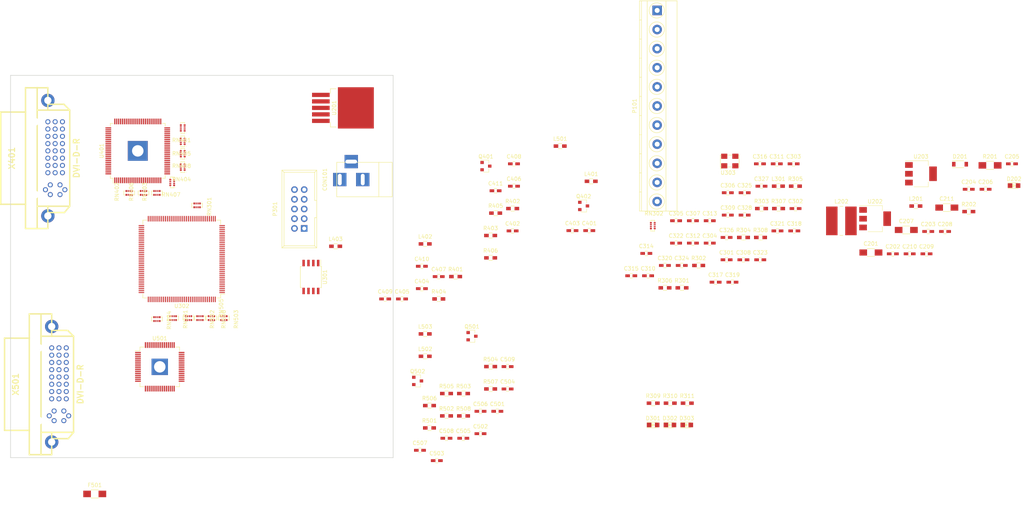
<source format=kicad_pcb>
(kicad_pcb (version 20160815) (host pcbnew "(2016-11-18 revision 19ce3f2)-master")

  (general
    (links 483)
    (no_connects 483)
    (area 19.924999 19.924999 120.075001 120.075001)
    (thickness 1.6)
    (drawings 4)
    (tracks 0)
    (zones 0)
    (modules 134)
    (nets 267)
  )

  (page A4)
  (layers
    (0 F.Cu signal)
    (1 In1.Cu signal)
    (2 In2.Cu signal)
    (31 B.Cu signal)
    (33 F.Adhes user)
    (35 F.Paste user)
    (37 F.SilkS user)
    (39 F.Mask user)
    (40 Dwgs.User user)
    (41 Cmts.User user)
    (42 Eco1.User user)
    (43 Eco2.User user)
    (44 Edge.Cuts user)
    (45 Margin user)
    (47 F.CrtYd user)
    (49 F.Fab user)
  )

  (setup
    (last_trace_width 0.15)
    (user_trace_width 0.15)
    (user_trace_width 0.2)
    (trace_clearance 0.2)
    (zone_clearance 0.508)
    (zone_45_only no)
    (trace_min 0.15)
    (segment_width 0.2)
    (edge_width 0.15)
    (via_size 0.8)
    (via_drill 0.4)
    (via_min_size 0.4)
    (via_min_drill 0.3)
    (uvia_size 0.3)
    (uvia_drill 0.1)
    (uvias_allowed no)
    (uvia_min_size 0.2)
    (uvia_min_drill 0.1)
    (pcb_text_width 0.3)
    (pcb_text_size 1.5 1.5)
    (mod_edge_width 0.15)
    (mod_text_size 1 1)
    (mod_text_width 0.15)
    (pad_size 1.524 1.524)
    (pad_drill 0.762)
    (pad_to_mask_clearance 0.2)
    (aux_axis_origin 0 0)
    (visible_elements FFFFFF7F)
    (pcbplotparams
      (layerselection 0x00030_ffffffff)
      (usegerberextensions false)
      (excludeedgelayer true)
      (linewidth 0.100000)
      (plotframeref false)
      (viasonmask false)
      (mode 1)
      (useauxorigin false)
      (hpglpennumber 1)
      (hpglpenspeed 20)
      (hpglpendiameter 15)
      (psnegative false)
      (psa4output false)
      (plotreference true)
      (plotvalue true)
      (plotinvisibletext false)
      (padsonsilk false)
      (subtractmaskfromsilk false)
      (outputformat 1)
      (mirror false)
      (drillshape 1)
      (scaleselection 1)
      (outputdirectory ""))
  )

  (net 0 "")
  (net 1 /power/VIN)
  (net 2 GND)
  (net 3 "Net-(C202-Pad2)")
  (net 4 +2V5)
  (net 5 +3V3)
  (net 6 +1V2)
  (net 7 "Net-(C302-Pad2)")
  (net 8 +V_IO)
  (net 9 "Net-(C401-Pad1)")
  (net 10 "Net-(C402-Pad1)")
  (net 11 "Net-(C403-Pad1)")
  (net 12 /dvi_out/TVDD)
  (net 13 "Net-(C504-Pad1)")
  (net 14 "Net-(C505-Pad1)")
  (net 15 "Net-(D201-Pad1)")
  (net 16 "Net-(D202-Pad2)")
  (net 17 "Net-(F501-Pad1)")
  (net 18 +5V)
  (net 19 /GPIO0)
  (net 20 /GPIO1)
  (net 21 /GPIO2)
  (net 22 /GPIO3)
  (net 23 /GPIO4)
  (net 24 /GPIO5)
  (net 25 /GPIO6)
  (net 26 /GPIO7)
  (net 27 "Net-(P301-Pad9)")
  (net 28 "Net-(P301-Pad8)")
  (net 29 "Net-(P301-Pad7)")
  (net 30 "Net-(P301-Pad6)")
  (net 31 "Net-(P301-Pad5)")
  (net 32 "Net-(P301-Pad4)")
  (net 33 "Net-(P301-Pad3)")
  (net 34 "Net-(P301-Pad1)")
  (net 35 /dvi_in/DDCDAT_IN)
  (net 36 /dvi_in/DDCDAT)
  (net 37 /dvi_in/DDCCLK)
  (net 38 /dvi_in/DDCCLK_IN)
  (net 39 /dvi_out/DDCDAT)
  (net 40 /dvi_out/DDCCLK)
  (net 41 "Net-(R301-Pad1)")
  (net 42 "Net-(R302-Pad1)")
  (net 43 "Net-(R303-Pad1)")
  (net 44 "Net-(R304-Pad1)")
  (net 45 "Net-(R305-Pad1)")
  (net 46 "Net-(R306-Pad1)")
  (net 47 /fpga/CLK50)
  (net 48 "Net-(R307-Pad2)")
  (net 49 /dvi_out/TXCLK+)
  (net 50 "Net-(R308-Pad1)")
  (net 51 /fpga/CLKIN)
  (net 52 "Net-(R401-Pad1)")
  (net 53 /dvi_in/HOTPLUG)
  (net 54 "Net-(R501-Pad1)")
  (net 55 /dvi_out/MSEN)
  (net 56 "Net-(R503-Pad2)")
  (net 57 /dvi_out/HOTPLUG)
  (net 58 "Net-(R504-Pad1)")
  (net 59 "Net-(RN301-Pad7)")
  (net 60 "Net-(RN301-Pad6)")
  (net 61 "Net-(RN301-Pad5)")
  (net 62 "Net-(RN301-Pad8)")
  (net 63 /dvi_out/CTL1)
  (net 64 /dvi_out/DE)
  (net 65 /dvi_out/VSYNC)
  (net 66 /dvi_out/HSYNC)
  (net 67 /dvi_out/CTL2)
  (net 68 /dvi_out/CTL3)
  (net 69 "Net-(RN302-Pad3)")
  (net 70 "Net-(RN302-Pad4)")
  (net 71 "Net-(RN302-Pad8)")
  (net 72 "Net-(RN302-Pad5)")
  (net 73 "Net-(RN302-Pad6)")
  (net 74 "Net-(RN302-Pad7)")
  (net 75 /dvi_in/DE)
  (net 76 /dvi_in/VSYNC)
  (net 77 /dvi_in/HSYNC)
  (net 78 "Net-(RN401-Pad4)")
  (net 79 "Net-(RN401-Pad8)")
  (net 80 "Net-(RN401-Pad5)")
  (net 81 "Net-(RN401-Pad6)")
  (net 82 "Net-(RN401-Pad7)")
  (net 83 "Net-(RN402-Pad7)")
  (net 84 "Net-(RN402-Pad6)")
  (net 85 "Net-(RN402-Pad5)")
  (net 86 "Net-(RN402-Pad8)")
  (net 87 /dvi_in/DATI3)
  (net 88 /dvi_in/DATI2)
  (net 89 /dvi_in/DATI1)
  (net 90 /dvi_in/DATI0)
  (net 91 "Net-(RN403-Pad7)")
  (net 92 "Net-(RN403-Pad6)")
  (net 93 "Net-(RN403-Pad5)")
  (net 94 "Net-(RN403-Pad8)")
  (net 95 /dvi_in/DATI11)
  (net 96 /dvi_in/DATI10)
  (net 97 /dvi_in/DATI9)
  (net 98 /dvi_in/DATI8)
  (net 99 "Net-(RN404-Pad7)")
  (net 100 "Net-(RN404-Pad6)")
  (net 101 "Net-(RN404-Pad5)")
  (net 102 "Net-(RN404-Pad8)")
  (net 103 /dvi_in/DATI19)
  (net 104 /dvi_in/DATI18)
  (net 105 /dvi_in/DATI17)
  (net 106 /dvi_in/DATI16)
  (net 107 "Net-(RN405-Pad7)")
  (net 108 "Net-(RN405-Pad6)")
  (net 109 "Net-(RN405-Pad5)")
  (net 110 "Net-(RN405-Pad8)")
  (net 111 /dvi_in/CTL3)
  (net 112 /dvi_in/CTL2)
  (net 113 /dvi_in/CTL1)
  (net 114 "Net-(RN405-Pad1)")
  (net 115 /dvi_in/DATI4)
  (net 116 /dvi_in/DATI5)
  (net 117 /dvi_in/DATI6)
  (net 118 /dvi_in/DATI7)
  (net 119 "Net-(RN406-Pad8)")
  (net 120 "Net-(RN406-Pad5)")
  (net 121 "Net-(RN406-Pad6)")
  (net 122 "Net-(RN406-Pad7)")
  (net 123 /dvi_in/DATI12)
  (net 124 /dvi_in/DATI13)
  (net 125 /dvi_in/DATI14)
  (net 126 /dvi_in/DATI15)
  (net 127 "Net-(RN407-Pad8)")
  (net 128 "Net-(RN407-Pad5)")
  (net 129 "Net-(RN407-Pad6)")
  (net 130 "Net-(RN407-Pad7)")
  (net 131 /dvi_in/DATI20)
  (net 132 /dvi_in/DATI21)
  (net 133 /dvi_in/DATI22)
  (net 134 /dvi_in/DATI23)
  (net 135 "Net-(RN408-Pad8)")
  (net 136 "Net-(RN408-Pad5)")
  (net 137 "Net-(RN408-Pad6)")
  (net 138 "Net-(RN408-Pad7)")
  (net 139 /dvi_out/DATO4)
  (net 140 /dvi_out/DATO5)
  (net 141 /dvi_out/DATO6)
  (net 142 /dvi_out/DATO7)
  (net 143 "Net-(RN501-Pad8)")
  (net 144 "Net-(RN501-Pad5)")
  (net 145 "Net-(RN501-Pad6)")
  (net 146 "Net-(RN501-Pad7)")
  (net 147 /dvi_out/DATO12)
  (net 148 /dvi_out/DATO13)
  (net 149 /dvi_out/DATO14)
  (net 150 /dvi_out/DATO15)
  (net 151 "Net-(RN502-Pad8)")
  (net 152 "Net-(RN502-Pad5)")
  (net 153 "Net-(RN502-Pad6)")
  (net 154 "Net-(RN502-Pad7)")
  (net 155 /dvi_out/DATO20)
  (net 156 /dvi_out/DATO21)
  (net 157 /dvi_out/DATO22)
  (net 158 /dvi_out/DATO23)
  (net 159 "Net-(RN503-Pad8)")
  (net 160 "Net-(RN503-Pad5)")
  (net 161 "Net-(RN503-Pad6)")
  (net 162 "Net-(RN503-Pad7)")
  (net 163 "Net-(RN504-Pad7)")
  (net 164 "Net-(RN504-Pad6)")
  (net 165 "Net-(RN504-Pad5)")
  (net 166 "Net-(RN504-Pad8)")
  (net 167 /dvi_out/DATO3)
  (net 168 /dvi_out/DATO2)
  (net 169 /dvi_out/DATO1)
  (net 170 /dvi_out/DATO0)
  (net 171 "Net-(RN505-Pad7)")
  (net 172 "Net-(RN505-Pad6)")
  (net 173 "Net-(RN505-Pad5)")
  (net 174 "Net-(RN505-Pad8)")
  (net 175 /dvi_out/DATO11)
  (net 176 /dvi_out/DATO10)
  (net 177 /dvi_out/DATO9)
  (net 178 /dvi_out/DATO8)
  (net 179 "Net-(RN506-Pad7)")
  (net 180 "Net-(RN506-Pad6)")
  (net 181 "Net-(RN506-Pad5)")
  (net 182 "Net-(RN506-Pad8)")
  (net 183 /dvi_out/DATO19)
  (net 184 /dvi_out/DATO18)
  (net 185 /dvi_out/DATO17)
  (net 186 /dvi_out/DATO16)
  (net 187 /fpga/DCLK)
  (net 188 /fpga/ASDI)
  (net 189 /fpga/DATA)
  (net 190 /fpga/nCS)
  (net 191 "Net-(U302-Pad127)")
  (net 192 "Net-(U302-Pad67)")
  (net 193 /dvi_in/LINK_ACT)
  (net 194 "Net-(U302-Pad44)")
  (net 195 "Net-(U302-Pad34)")
  (net 196 /dvi_in/PDOWN)
  (net 197 /dvi_out/EDGE)
  (net 198 /dvi_out/DKEN)
  (net 199 "Net-(U303-Pad1)")
  (net 200 "Net-(U401-Pad96)")
  (net 201 /dvi_in/RxC-)
  (net 202 /dvi_in/RxC+)
  (net 203 /dvi_in/Rx0+)
  (net 204 /dvi_in/Rx1-)
  (net 205 /dvi_in/Rx1+)
  (net 206 /dvi_in/Rx2-)
  (net 207 /dvi_in/Rx2+)
  (net 208 "Net-(U401-Pad18)")
  (net 209 "Net-(U401-Pad77)")
  (net 210 "Net-(U401-Pad75)")
  (net 211 "Net-(U401-Pad74)")
  (net 212 "Net-(U401-Pad73)")
  (net 213 "Net-(U401-Pad72)")
  (net 214 "Net-(U401-Pad71)")
  (net 215 "Net-(U401-Pad70)")
  (net 216 "Net-(U401-Pad69)")
  (net 217 "Net-(U401-Pad66)")
  (net 218 "Net-(U401-Pad65)")
  (net 219 "Net-(U401-Pad64)")
  (net 220 "Net-(U401-Pad63)")
  (net 221 "Net-(U401-Pad62)")
  (net 222 "Net-(U401-Pad61)")
  (net 223 "Net-(U401-Pad60)")
  (net 224 "Net-(U401-Pad59)")
  (net 225 "Net-(U401-Pad56)")
  (net 226 "Net-(U401-Pad55)")
  (net 227 "Net-(U401-Pad54)")
  (net 228 "Net-(U401-Pad53)")
  (net 229 "Net-(U401-Pad52)")
  (net 230 "Net-(U401-Pad51)")
  (net 231 "Net-(U401-Pad50)")
  (net 232 "Net-(U401-Pad49)")
  (net 233 "Net-(U501-Pad56)")
  (net 234 "Net-(U501-Pad49)")
  (net 235 /dvi_out/TX2+)
  (net 236 /dvi_out/TX2-)
  (net 237 /dvi_out/TX1+)
  (net 238 /dvi_out/TX1-)
  (net 239 /dvi_out/TX0+)
  (net 240 /dvi_out/TX0-)
  (net 241 /dvi_out/TXC+)
  (net 242 /dvi_out/TXC-)
  (net 243 "Net-(X401-Pad8)")
  (net 244 "Net-(X401-Pad21)")
  (net 245 "Net-(X401-Pad20)")
  (net 246 "Net-(X401-Pad14)")
  (net 247 "Net-(X401-Pad13)")
  (net 248 "Net-(X401-Pad12)")
  (net 249 "Net-(X401-Pad5)")
  (net 250 "Net-(X401-Pad4)")
  (net 251 "Net-(X501-Pad4)")
  (net 252 "Net-(X501-Pad5)")
  (net 253 "Net-(X501-Pad11)")
  (net 254 "Net-(X501-Pad12)")
  (net 255 "Net-(X501-Pad13)")
  (net 256 "Net-(X501-Pad19)")
  (net 257 "Net-(X501-Pad20)")
  (net 258 "Net-(X501-Pad21)")
  (net 259 "Net-(X501-Pad8)")
  (net 260 "Net-(D301-Pad2)")
  (net 261 "Net-(D302-Pad2)")
  (net 262 "Net-(D303-Pad2)")
  (net 263 "Net-(R309-Pad1)")
  (net 264 "Net-(R310-Pad1)")
  (net 265 "Net-(R311-Pad1)")
  (net 266 /dvi_in/Rx0-)

  (net_class Default "This is the default net class."
    (clearance 0.2)
    (trace_width 0.25)
    (via_dia 0.8)
    (via_drill 0.4)
    (uvia_dia 0.3)
    (uvia_drill 0.1)
    (diff_pair_gap 0.25)
    (diff_pair_width 0.2)
    (add_net +1V2)
    (add_net +2V5)
    (add_net +3V3)
    (add_net +5V)
    (add_net +V_IO)
    (add_net /GPIO0)
    (add_net /GPIO1)
    (add_net /GPIO2)
    (add_net /GPIO3)
    (add_net /GPIO4)
    (add_net /GPIO5)
    (add_net /GPIO6)
    (add_net /GPIO7)
    (add_net /dvi_in/CTL1)
    (add_net /dvi_in/CTL2)
    (add_net /dvi_in/CTL3)
    (add_net /dvi_in/DATI0)
    (add_net /dvi_in/DATI1)
    (add_net /dvi_in/DATI10)
    (add_net /dvi_in/DATI11)
    (add_net /dvi_in/DATI12)
    (add_net /dvi_in/DATI13)
    (add_net /dvi_in/DATI14)
    (add_net /dvi_in/DATI15)
    (add_net /dvi_in/DATI16)
    (add_net /dvi_in/DATI17)
    (add_net /dvi_in/DATI18)
    (add_net /dvi_in/DATI19)
    (add_net /dvi_in/DATI2)
    (add_net /dvi_in/DATI20)
    (add_net /dvi_in/DATI21)
    (add_net /dvi_in/DATI22)
    (add_net /dvi_in/DATI23)
    (add_net /dvi_in/DATI3)
    (add_net /dvi_in/DATI4)
    (add_net /dvi_in/DATI5)
    (add_net /dvi_in/DATI6)
    (add_net /dvi_in/DATI7)
    (add_net /dvi_in/DATI8)
    (add_net /dvi_in/DATI9)
    (add_net /dvi_in/DDCCLK)
    (add_net /dvi_in/DDCCLK_IN)
    (add_net /dvi_in/DDCDAT)
    (add_net /dvi_in/DDCDAT_IN)
    (add_net /dvi_in/DE)
    (add_net /dvi_in/HOTPLUG)
    (add_net /dvi_in/HSYNC)
    (add_net /dvi_in/LINK_ACT)
    (add_net /dvi_in/PDOWN)
    (add_net /dvi_in/Rx0+)
    (add_net /dvi_in/Rx0-)
    (add_net /dvi_in/Rx1+)
    (add_net /dvi_in/Rx1-)
    (add_net /dvi_in/Rx2+)
    (add_net /dvi_in/Rx2-)
    (add_net /dvi_in/RxC+)
    (add_net /dvi_in/RxC-)
    (add_net /dvi_in/VSYNC)
    (add_net /dvi_out/CTL1)
    (add_net /dvi_out/CTL2)
    (add_net /dvi_out/CTL3)
    (add_net /dvi_out/DATO0)
    (add_net /dvi_out/DATO1)
    (add_net /dvi_out/DATO10)
    (add_net /dvi_out/DATO11)
    (add_net /dvi_out/DATO12)
    (add_net /dvi_out/DATO13)
    (add_net /dvi_out/DATO14)
    (add_net /dvi_out/DATO15)
    (add_net /dvi_out/DATO16)
    (add_net /dvi_out/DATO17)
    (add_net /dvi_out/DATO18)
    (add_net /dvi_out/DATO19)
    (add_net /dvi_out/DATO2)
    (add_net /dvi_out/DATO20)
    (add_net /dvi_out/DATO21)
    (add_net /dvi_out/DATO22)
    (add_net /dvi_out/DATO23)
    (add_net /dvi_out/DATO3)
    (add_net /dvi_out/DATO4)
    (add_net /dvi_out/DATO5)
    (add_net /dvi_out/DATO6)
    (add_net /dvi_out/DATO7)
    (add_net /dvi_out/DATO8)
    (add_net /dvi_out/DATO9)
    (add_net /dvi_out/DDCCLK)
    (add_net /dvi_out/DDCDAT)
    (add_net /dvi_out/DE)
    (add_net /dvi_out/DKEN)
    (add_net /dvi_out/EDGE)
    (add_net /dvi_out/HOTPLUG)
    (add_net /dvi_out/HSYNC)
    (add_net /dvi_out/MSEN)
    (add_net /dvi_out/TVDD)
    (add_net /dvi_out/TX0+)
    (add_net /dvi_out/TX0-)
    (add_net /dvi_out/TX1+)
    (add_net /dvi_out/TX1-)
    (add_net /dvi_out/TX2+)
    (add_net /dvi_out/TX2-)
    (add_net /dvi_out/TXC+)
    (add_net /dvi_out/TXC-)
    (add_net /dvi_out/TXCLK+)
    (add_net /dvi_out/VSYNC)
    (add_net /fpga/ASDI)
    (add_net /fpga/CLK50)
    (add_net /fpga/CLKIN)
    (add_net /fpga/DATA)
    (add_net /fpga/DCLK)
    (add_net /fpga/nCS)
    (add_net /power/VIN)
    (add_net GND)
    (add_net "Net-(C202-Pad2)")
    (add_net "Net-(C302-Pad2)")
    (add_net "Net-(C401-Pad1)")
    (add_net "Net-(C402-Pad1)")
    (add_net "Net-(C403-Pad1)")
    (add_net "Net-(C504-Pad1)")
    (add_net "Net-(C505-Pad1)")
    (add_net "Net-(D201-Pad1)")
    (add_net "Net-(D202-Pad2)")
    (add_net "Net-(D301-Pad2)")
    (add_net "Net-(D302-Pad2)")
    (add_net "Net-(D303-Pad2)")
    (add_net "Net-(F501-Pad1)")
    (add_net "Net-(P301-Pad1)")
    (add_net "Net-(P301-Pad3)")
    (add_net "Net-(P301-Pad4)")
    (add_net "Net-(P301-Pad5)")
    (add_net "Net-(P301-Pad6)")
    (add_net "Net-(P301-Pad7)")
    (add_net "Net-(P301-Pad8)")
    (add_net "Net-(P301-Pad9)")
    (add_net "Net-(R301-Pad1)")
    (add_net "Net-(R302-Pad1)")
    (add_net "Net-(R303-Pad1)")
    (add_net "Net-(R304-Pad1)")
    (add_net "Net-(R305-Pad1)")
    (add_net "Net-(R306-Pad1)")
    (add_net "Net-(R307-Pad2)")
    (add_net "Net-(R308-Pad1)")
    (add_net "Net-(R309-Pad1)")
    (add_net "Net-(R310-Pad1)")
    (add_net "Net-(R311-Pad1)")
    (add_net "Net-(R401-Pad1)")
    (add_net "Net-(R501-Pad1)")
    (add_net "Net-(R503-Pad2)")
    (add_net "Net-(R504-Pad1)")
    (add_net "Net-(RN301-Pad5)")
    (add_net "Net-(RN301-Pad6)")
    (add_net "Net-(RN301-Pad7)")
    (add_net "Net-(RN301-Pad8)")
    (add_net "Net-(RN302-Pad3)")
    (add_net "Net-(RN302-Pad4)")
    (add_net "Net-(RN302-Pad5)")
    (add_net "Net-(RN302-Pad6)")
    (add_net "Net-(RN302-Pad7)")
    (add_net "Net-(RN302-Pad8)")
    (add_net "Net-(RN401-Pad4)")
    (add_net "Net-(RN401-Pad5)")
    (add_net "Net-(RN401-Pad6)")
    (add_net "Net-(RN401-Pad7)")
    (add_net "Net-(RN401-Pad8)")
    (add_net "Net-(RN402-Pad5)")
    (add_net "Net-(RN402-Pad6)")
    (add_net "Net-(RN402-Pad7)")
    (add_net "Net-(RN402-Pad8)")
    (add_net "Net-(RN403-Pad5)")
    (add_net "Net-(RN403-Pad6)")
    (add_net "Net-(RN403-Pad7)")
    (add_net "Net-(RN403-Pad8)")
    (add_net "Net-(RN404-Pad5)")
    (add_net "Net-(RN404-Pad6)")
    (add_net "Net-(RN404-Pad7)")
    (add_net "Net-(RN404-Pad8)")
    (add_net "Net-(RN405-Pad1)")
    (add_net "Net-(RN405-Pad5)")
    (add_net "Net-(RN405-Pad6)")
    (add_net "Net-(RN405-Pad7)")
    (add_net "Net-(RN405-Pad8)")
    (add_net "Net-(RN406-Pad5)")
    (add_net "Net-(RN406-Pad6)")
    (add_net "Net-(RN406-Pad7)")
    (add_net "Net-(RN406-Pad8)")
    (add_net "Net-(RN407-Pad5)")
    (add_net "Net-(RN407-Pad6)")
    (add_net "Net-(RN407-Pad7)")
    (add_net "Net-(RN407-Pad8)")
    (add_net "Net-(RN408-Pad5)")
    (add_net "Net-(RN408-Pad6)")
    (add_net "Net-(RN408-Pad7)")
    (add_net "Net-(RN408-Pad8)")
    (add_net "Net-(RN501-Pad5)")
    (add_net "Net-(RN501-Pad6)")
    (add_net "Net-(RN501-Pad7)")
    (add_net "Net-(RN501-Pad8)")
    (add_net "Net-(RN502-Pad5)")
    (add_net "Net-(RN502-Pad6)")
    (add_net "Net-(RN502-Pad7)")
    (add_net "Net-(RN502-Pad8)")
    (add_net "Net-(RN503-Pad5)")
    (add_net "Net-(RN503-Pad6)")
    (add_net "Net-(RN503-Pad7)")
    (add_net "Net-(RN503-Pad8)")
    (add_net "Net-(RN504-Pad5)")
    (add_net "Net-(RN504-Pad6)")
    (add_net "Net-(RN504-Pad7)")
    (add_net "Net-(RN504-Pad8)")
    (add_net "Net-(RN505-Pad5)")
    (add_net "Net-(RN505-Pad6)")
    (add_net "Net-(RN505-Pad7)")
    (add_net "Net-(RN505-Pad8)")
    (add_net "Net-(RN506-Pad5)")
    (add_net "Net-(RN506-Pad6)")
    (add_net "Net-(RN506-Pad7)")
    (add_net "Net-(RN506-Pad8)")
    (add_net "Net-(U302-Pad127)")
    (add_net "Net-(U302-Pad34)")
    (add_net "Net-(U302-Pad44)")
    (add_net "Net-(U302-Pad67)")
    (add_net "Net-(U303-Pad1)")
    (add_net "Net-(U401-Pad18)")
    (add_net "Net-(U401-Pad49)")
    (add_net "Net-(U401-Pad50)")
    (add_net "Net-(U401-Pad51)")
    (add_net "Net-(U401-Pad52)")
    (add_net "Net-(U401-Pad53)")
    (add_net "Net-(U401-Pad54)")
    (add_net "Net-(U401-Pad55)")
    (add_net "Net-(U401-Pad56)")
    (add_net "Net-(U401-Pad59)")
    (add_net "Net-(U401-Pad60)")
    (add_net "Net-(U401-Pad61)")
    (add_net "Net-(U401-Pad62)")
    (add_net "Net-(U401-Pad63)")
    (add_net "Net-(U401-Pad64)")
    (add_net "Net-(U401-Pad65)")
    (add_net "Net-(U401-Pad66)")
    (add_net "Net-(U401-Pad69)")
    (add_net "Net-(U401-Pad70)")
    (add_net "Net-(U401-Pad71)")
    (add_net "Net-(U401-Pad72)")
    (add_net "Net-(U401-Pad73)")
    (add_net "Net-(U401-Pad74)")
    (add_net "Net-(U401-Pad75)")
    (add_net "Net-(U401-Pad77)")
    (add_net "Net-(U401-Pad96)")
    (add_net "Net-(U501-Pad49)")
    (add_net "Net-(U501-Pad56)")
    (add_net "Net-(X401-Pad12)")
    (add_net "Net-(X401-Pad13)")
    (add_net "Net-(X401-Pad14)")
    (add_net "Net-(X401-Pad20)")
    (add_net "Net-(X401-Pad21)")
    (add_net "Net-(X401-Pad4)")
    (add_net "Net-(X401-Pad5)")
    (add_net "Net-(X401-Pad8)")
    (add_net "Net-(X501-Pad11)")
    (add_net "Net-(X501-Pad12)")
    (add_net "Net-(X501-Pad13)")
    (add_net "Net-(X501-Pad19)")
    (add_net "Net-(X501-Pad20)")
    (add_net "Net-(X501-Pad21)")
    (add_net "Net-(X501-Pad4)")
    (add_net "Net-(X501-Pad5)")
    (add_net "Net-(X501-Pad8)")
  )

  (module Capacitors_SMD:C_1206_HandSoldering (layer F.Cu) (tedit 541A9C03) (tstamp 584DB4BE)
    (at 244.864777 66.336568)
    (descr "Capacitor SMD 1206, hand soldering")
    (tags "capacitor 1206")
    (path /5839A46D/5839CFD0)
    (attr smd)
    (fp_text reference C201 (at 0 -2.3) (layer F.SilkS)
      (effects (font (size 1 1) (thickness 0.15)))
    )
    (fp_text value 100u (at 0 2.3) (layer F.Fab)
      (effects (font (size 1 1) (thickness 0.15)))
    )
    (fp_line (start -1.6 0.8) (end -1.6 -0.8) (layer F.Fab) (width 0.15))
    (fp_line (start 1.6 0.8) (end -1.6 0.8) (layer F.Fab) (width 0.15))
    (fp_line (start 1.6 -0.8) (end 1.6 0.8) (layer F.Fab) (width 0.15))
    (fp_line (start -1.6 -0.8) (end 1.6 -0.8) (layer F.Fab) (width 0.15))
    (fp_line (start -3.3 -1.15) (end 3.3 -1.15) (layer F.CrtYd) (width 0.05))
    (fp_line (start -3.3 1.15) (end 3.3 1.15) (layer F.CrtYd) (width 0.05))
    (fp_line (start -3.3 -1.15) (end -3.3 1.15) (layer F.CrtYd) (width 0.05))
    (fp_line (start 3.3 -1.15) (end 3.3 1.15) (layer F.CrtYd) (width 0.05))
    (fp_line (start 1 -1.025) (end -1 -1.025) (layer F.SilkS) (width 0.15))
    (fp_line (start -1 1.025) (end 1 1.025) (layer F.SilkS) (width 0.15))
    (pad 1 smd rect (at -2 0) (size 2 1.6) (layers F.Cu F.Paste F.Mask)
      (net 1 /power/VIN))
    (pad 2 smd rect (at 2 0) (size 2 1.6) (layers F.Cu F.Paste F.Mask)
      (net 2 GND))
    (model Capacitors_SMD.3dshapes/C_1206_HandSoldering.wrl
      (at (xyz 0 0 0))
      (scale (xyz 1 1 1))
      (rotate (xyz 0 0 0))
    )
  )

  (module Capacitors_SMD:C_0603_HandSoldering (layer F.Cu) (tedit 541A9B4D) (tstamp 584DB4C4)
    (at 250.593347 66.686568)
    (descr "Capacitor SMD 0603, hand soldering")
    (tags "capacitor 0603")
    (path /5839A46D/5839CF57)
    (attr smd)
    (fp_text reference C202 (at 0 -1.9) (layer F.SilkS)
      (effects (font (size 1 1) (thickness 0.15)))
    )
    (fp_text value 100n (at 0 1.9) (layer F.Fab)
      (effects (font (size 1 1) (thickness 0.15)))
    )
    (fp_line (start 0.35 0.6) (end -0.35 0.6) (layer F.SilkS) (width 0.15))
    (fp_line (start -0.35 -0.6) (end 0.35 -0.6) (layer F.SilkS) (width 0.15))
    (fp_line (start 1.85 -0.75) (end 1.85 0.75) (layer F.CrtYd) (width 0.05))
    (fp_line (start -1.85 -0.75) (end -1.85 0.75) (layer F.CrtYd) (width 0.05))
    (fp_line (start -1.85 0.75) (end 1.85 0.75) (layer F.CrtYd) (width 0.05))
    (fp_line (start -1.85 -0.75) (end 1.85 -0.75) (layer F.CrtYd) (width 0.05))
    (fp_line (start -0.8 -0.4) (end 0.8 -0.4) (layer F.Fab) (width 0.15))
    (fp_line (start 0.8 -0.4) (end 0.8 0.4) (layer F.Fab) (width 0.15))
    (fp_line (start 0.8 0.4) (end -0.8 0.4) (layer F.Fab) (width 0.15))
    (fp_line (start -0.8 0.4) (end -0.8 -0.4) (layer F.Fab) (width 0.15))
    (pad 2 smd rect (at 0.95 0) (size 1.2 0.75) (layers F.Cu F.Paste F.Mask)
      (net 3 "Net-(C202-Pad2)"))
    (pad 1 smd rect (at -0.95 0) (size 1.2 0.75) (layers F.Cu F.Paste F.Mask)
      (net 2 GND))
    (model Capacitors_SMD.3dshapes/C_0603_HandSoldering.wrl
      (at (xyz 0 0 0))
      (scale (xyz 1 1 1))
      (rotate (xyz 0 0 0))
    )
  )

  (module Capacitors_SMD:C_0603_HandSoldering (layer F.Cu) (tedit 541A9B4D) (tstamp 584DB4CA)
    (at 259.843347 60.836568)
    (descr "Capacitor SMD 0603, hand soldering")
    (tags "capacitor 0603")
    (path /5839A46D/583A1362)
    (attr smd)
    (fp_text reference C203 (at 0 -1.9) (layer F.SilkS)
      (effects (font (size 1 1) (thickness 0.15)))
    )
    (fp_text value 100n (at 0 1.9) (layer F.Fab)
      (effects (font (size 1 1) (thickness 0.15)))
    )
    (fp_line (start -0.8 0.4) (end -0.8 -0.4) (layer F.Fab) (width 0.15))
    (fp_line (start 0.8 0.4) (end -0.8 0.4) (layer F.Fab) (width 0.15))
    (fp_line (start 0.8 -0.4) (end 0.8 0.4) (layer F.Fab) (width 0.15))
    (fp_line (start -0.8 -0.4) (end 0.8 -0.4) (layer F.Fab) (width 0.15))
    (fp_line (start -1.85 -0.75) (end 1.85 -0.75) (layer F.CrtYd) (width 0.05))
    (fp_line (start -1.85 0.75) (end 1.85 0.75) (layer F.CrtYd) (width 0.05))
    (fp_line (start -1.85 -0.75) (end -1.85 0.75) (layer F.CrtYd) (width 0.05))
    (fp_line (start 1.85 -0.75) (end 1.85 0.75) (layer F.CrtYd) (width 0.05))
    (fp_line (start -0.35 -0.6) (end 0.35 -0.6) (layer F.SilkS) (width 0.15))
    (fp_line (start 0.35 0.6) (end -0.35 0.6) (layer F.SilkS) (width 0.15))
    (pad 1 smd rect (at -0.95 0) (size 1.2 0.75) (layers F.Cu F.Paste F.Mask)
      (net 3 "Net-(C202-Pad2)"))
    (pad 2 smd rect (at 0.95 0) (size 1.2 0.75) (layers F.Cu F.Paste F.Mask)
      (net 2 GND))
    (model Capacitors_SMD.3dshapes/C_0603_HandSoldering.wrl
      (at (xyz 0 0 0))
      (scale (xyz 1 1 1))
      (rotate (xyz 0 0 0))
    )
  )

  (module Capacitors_SMD:C_0603_HandSoldering (layer F.Cu) (tedit 541A9B4D) (tstamp 584DB4D0)
    (at 270.433347 49.786568)
    (descr "Capacitor SMD 0603, hand soldering")
    (tags "capacitor 0603")
    (path /5839A46D/583A12DF)
    (attr smd)
    (fp_text reference C204 (at 0 -1.9) (layer F.SilkS)
      (effects (font (size 1 1) (thickness 0.15)))
    )
    (fp_text value 100n (at 0 1.9) (layer F.Fab)
      (effects (font (size 1 1) (thickness 0.15)))
    )
    (fp_line (start 0.35 0.6) (end -0.35 0.6) (layer F.SilkS) (width 0.15))
    (fp_line (start -0.35 -0.6) (end 0.35 -0.6) (layer F.SilkS) (width 0.15))
    (fp_line (start 1.85 -0.75) (end 1.85 0.75) (layer F.CrtYd) (width 0.05))
    (fp_line (start -1.85 -0.75) (end -1.85 0.75) (layer F.CrtYd) (width 0.05))
    (fp_line (start -1.85 0.75) (end 1.85 0.75) (layer F.CrtYd) (width 0.05))
    (fp_line (start -1.85 -0.75) (end 1.85 -0.75) (layer F.CrtYd) (width 0.05))
    (fp_line (start -0.8 -0.4) (end 0.8 -0.4) (layer F.Fab) (width 0.15))
    (fp_line (start 0.8 -0.4) (end 0.8 0.4) (layer F.Fab) (width 0.15))
    (fp_line (start 0.8 0.4) (end -0.8 0.4) (layer F.Fab) (width 0.15))
    (fp_line (start -0.8 0.4) (end -0.8 -0.4) (layer F.Fab) (width 0.15))
    (pad 2 smd rect (at 0.95 0) (size 1.2 0.75) (layers F.Cu F.Paste F.Mask)
      (net 2 GND))
    (pad 1 smd rect (at -0.95 0) (size 1.2 0.75) (layers F.Cu F.Paste F.Mask)
      (net 4 +2V5))
    (model Capacitors_SMD.3dshapes/C_0603_HandSoldering.wrl
      (at (xyz 0 0 0))
      (scale (xyz 1 1 1))
      (rotate (xyz 0 0 0))
    )
  )

  (module Capacitors_SMD:C_0603_HandSoldering (layer F.Cu) (tedit 541A9B4D) (tstamp 584DB4D6)
    (at 281.733347 43.136568)
    (descr "Capacitor SMD 0603, hand soldering")
    (tags "capacitor 0603")
    (path /5839A46D/583A189E)
    (attr smd)
    (fp_text reference C205 (at 0 -1.9) (layer F.SilkS)
      (effects (font (size 1 1) (thickness 0.15)))
    )
    (fp_text value 10u (at 0 1.9) (layer F.Fab)
      (effects (font (size 1 1) (thickness 0.15)))
    )
    (fp_line (start -0.8 0.4) (end -0.8 -0.4) (layer F.Fab) (width 0.15))
    (fp_line (start 0.8 0.4) (end -0.8 0.4) (layer F.Fab) (width 0.15))
    (fp_line (start 0.8 -0.4) (end 0.8 0.4) (layer F.Fab) (width 0.15))
    (fp_line (start -0.8 -0.4) (end 0.8 -0.4) (layer F.Fab) (width 0.15))
    (fp_line (start -1.85 -0.75) (end 1.85 -0.75) (layer F.CrtYd) (width 0.05))
    (fp_line (start -1.85 0.75) (end 1.85 0.75) (layer F.CrtYd) (width 0.05))
    (fp_line (start -1.85 -0.75) (end -1.85 0.75) (layer F.CrtYd) (width 0.05))
    (fp_line (start 1.85 -0.75) (end 1.85 0.75) (layer F.CrtYd) (width 0.05))
    (fp_line (start -0.35 -0.6) (end 0.35 -0.6) (layer F.SilkS) (width 0.15))
    (fp_line (start 0.35 0.6) (end -0.35 0.6) (layer F.SilkS) (width 0.15))
    (pad 1 smd rect (at -0.95 0) (size 1.2 0.75) (layers F.Cu F.Paste F.Mask)
      (net 4 +2V5))
    (pad 2 smd rect (at 0.95 0) (size 1.2 0.75) (layers F.Cu F.Paste F.Mask)
      (net 2 GND))
    (model Capacitors_SMD.3dshapes/C_0603_HandSoldering.wrl
      (at (xyz 0 0 0))
      (scale (xyz 1 1 1))
      (rotate (xyz 0 0 0))
    )
  )

  (module Capacitors_SMD:C_0603_HandSoldering (layer F.Cu) (tedit 541A9B4D) (tstamp 584DB4DC)
    (at 274.833347 49.786568)
    (descr "Capacitor SMD 0603, hand soldering")
    (tags "capacitor 0603")
    (path /5839A46D/5839CB13)
    (attr smd)
    (fp_text reference C206 (at 0 -1.9) (layer F.SilkS)
      (effects (font (size 1 1) (thickness 0.15)))
    )
    (fp_text value 100n (at 0 1.9) (layer F.Fab)
      (effects (font (size 1 1) (thickness 0.15)))
    )
    (fp_line (start -0.8 0.4) (end -0.8 -0.4) (layer F.Fab) (width 0.15))
    (fp_line (start 0.8 0.4) (end -0.8 0.4) (layer F.Fab) (width 0.15))
    (fp_line (start 0.8 -0.4) (end 0.8 0.4) (layer F.Fab) (width 0.15))
    (fp_line (start -0.8 -0.4) (end 0.8 -0.4) (layer F.Fab) (width 0.15))
    (fp_line (start -1.85 -0.75) (end 1.85 -0.75) (layer F.CrtYd) (width 0.05))
    (fp_line (start -1.85 0.75) (end 1.85 0.75) (layer F.CrtYd) (width 0.05))
    (fp_line (start -1.85 -0.75) (end -1.85 0.75) (layer F.CrtYd) (width 0.05))
    (fp_line (start 1.85 -0.75) (end 1.85 0.75) (layer F.CrtYd) (width 0.05))
    (fp_line (start -0.35 -0.6) (end 0.35 -0.6) (layer F.SilkS) (width 0.15))
    (fp_line (start 0.35 0.6) (end -0.35 0.6) (layer F.SilkS) (width 0.15))
    (pad 1 smd rect (at -0.95 0) (size 1.2 0.75) (layers F.Cu F.Paste F.Mask)
      (net 2 GND))
    (pad 2 smd rect (at 0.95 0) (size 1.2 0.75) (layers F.Cu F.Paste F.Mask)
      (net 5 +3V3))
    (model Capacitors_SMD.3dshapes/C_0603_HandSoldering.wrl
      (at (xyz 0 0 0))
      (scale (xyz 1 1 1))
      (rotate (xyz 0 0 0))
    )
  )

  (module Capacitors_SMD:C_1206_HandSoldering (layer F.Cu) (tedit 541A9C03) (tstamp 584DB4E2)
    (at 254.114777 60.436568)
    (descr "Capacitor SMD 1206, hand soldering")
    (tags "capacitor 1206")
    (path /5839A46D/5839CB5E)
    (attr smd)
    (fp_text reference C207 (at 0 -2.3) (layer F.SilkS)
      (effects (font (size 1 1) (thickness 0.15)))
    )
    (fp_text value 100u (at 0 2.3) (layer F.Fab)
      (effects (font (size 1 1) (thickness 0.15)))
    )
    (fp_line (start -1 1.025) (end 1 1.025) (layer F.SilkS) (width 0.15))
    (fp_line (start 1 -1.025) (end -1 -1.025) (layer F.SilkS) (width 0.15))
    (fp_line (start 3.3 -1.15) (end 3.3 1.15) (layer F.CrtYd) (width 0.05))
    (fp_line (start -3.3 -1.15) (end -3.3 1.15) (layer F.CrtYd) (width 0.05))
    (fp_line (start -3.3 1.15) (end 3.3 1.15) (layer F.CrtYd) (width 0.05))
    (fp_line (start -3.3 -1.15) (end 3.3 -1.15) (layer F.CrtYd) (width 0.05))
    (fp_line (start -1.6 -0.8) (end 1.6 -0.8) (layer F.Fab) (width 0.15))
    (fp_line (start 1.6 -0.8) (end 1.6 0.8) (layer F.Fab) (width 0.15))
    (fp_line (start 1.6 0.8) (end -1.6 0.8) (layer F.Fab) (width 0.15))
    (fp_line (start -1.6 0.8) (end -1.6 -0.8) (layer F.Fab) (width 0.15))
    (pad 2 smd rect (at 2 0) (size 2 1.6) (layers F.Cu F.Paste F.Mask)
      (net 2 GND))
    (pad 1 smd rect (at -2 0) (size 2 1.6) (layers F.Cu F.Paste F.Mask)
      (net 5 +3V3))
    (model Capacitors_SMD.3dshapes/C_1206_HandSoldering.wrl
      (at (xyz 0 0 0))
      (scale (xyz 1 1 1))
      (rotate (xyz 0 0 0))
    )
  )

  (module Capacitors_SMD:C_0603_HandSoldering (layer F.Cu) (tedit 541A9B4D) (tstamp 584DB4E8)
    (at 264.243347 60.836568)
    (descr "Capacitor SMD 0603, hand soldering")
    (tags "capacitor 0603")
    (path /5839A46D/583B5E87)
    (attr smd)
    (fp_text reference C208 (at 0 -1.9) (layer F.SilkS)
      (effects (font (size 1 1) (thickness 0.15)))
    )
    (fp_text value 10u (at 0 1.9) (layer F.Fab)
      (effects (font (size 1 1) (thickness 0.15)))
    )
    (fp_line (start 0.35 0.6) (end -0.35 0.6) (layer F.SilkS) (width 0.15))
    (fp_line (start -0.35 -0.6) (end 0.35 -0.6) (layer F.SilkS) (width 0.15))
    (fp_line (start 1.85 -0.75) (end 1.85 0.75) (layer F.CrtYd) (width 0.05))
    (fp_line (start -1.85 -0.75) (end -1.85 0.75) (layer F.CrtYd) (width 0.05))
    (fp_line (start -1.85 0.75) (end 1.85 0.75) (layer F.CrtYd) (width 0.05))
    (fp_line (start -1.85 -0.75) (end 1.85 -0.75) (layer F.CrtYd) (width 0.05))
    (fp_line (start -0.8 -0.4) (end 0.8 -0.4) (layer F.Fab) (width 0.15))
    (fp_line (start 0.8 -0.4) (end 0.8 0.4) (layer F.Fab) (width 0.15))
    (fp_line (start 0.8 0.4) (end -0.8 0.4) (layer F.Fab) (width 0.15))
    (fp_line (start -0.8 0.4) (end -0.8 -0.4) (layer F.Fab) (width 0.15))
    (pad 2 smd rect (at 0.95 0) (size 1.2 0.75) (layers F.Cu F.Paste F.Mask)
      (net 2 GND))
    (pad 1 smd rect (at -0.95 0) (size 1.2 0.75) (layers F.Cu F.Paste F.Mask)
      (net 5 +3V3))
    (model Capacitors_SMD.3dshapes/C_0603_HandSoldering.wrl
      (at (xyz 0 0 0))
      (scale (xyz 1 1 1))
      (rotate (xyz 0 0 0))
    )
  )

  (module Capacitors_SMD:C_0603_HandSoldering (layer F.Cu) (tedit 541A9B4D) (tstamp 584DB4EE)
    (at 259.393347 66.686568)
    (descr "Capacitor SMD 0603, hand soldering")
    (tags "capacitor 0603")
    (path /5839A46D/5839A82D)
    (attr smd)
    (fp_text reference C209 (at 0 -1.9) (layer F.SilkS)
      (effects (font (size 1 1) (thickness 0.15)))
    )
    (fp_text value 100n (at 0 1.9) (layer F.Fab)
      (effects (font (size 1 1) (thickness 0.15)))
    )
    (fp_line (start -0.8 0.4) (end -0.8 -0.4) (layer F.Fab) (width 0.15))
    (fp_line (start 0.8 0.4) (end -0.8 0.4) (layer F.Fab) (width 0.15))
    (fp_line (start 0.8 -0.4) (end 0.8 0.4) (layer F.Fab) (width 0.15))
    (fp_line (start -0.8 -0.4) (end 0.8 -0.4) (layer F.Fab) (width 0.15))
    (fp_line (start -1.85 -0.75) (end 1.85 -0.75) (layer F.CrtYd) (width 0.05))
    (fp_line (start -1.85 0.75) (end 1.85 0.75) (layer F.CrtYd) (width 0.05))
    (fp_line (start -1.85 -0.75) (end -1.85 0.75) (layer F.CrtYd) (width 0.05))
    (fp_line (start 1.85 -0.75) (end 1.85 0.75) (layer F.CrtYd) (width 0.05))
    (fp_line (start -0.35 -0.6) (end 0.35 -0.6) (layer F.SilkS) (width 0.15))
    (fp_line (start 0.35 0.6) (end -0.35 0.6) (layer F.SilkS) (width 0.15))
    (pad 1 smd rect (at -0.95 0) (size 1.2 0.75) (layers F.Cu F.Paste F.Mask)
      (net 5 +3V3))
    (pad 2 smd rect (at 0.95 0) (size 1.2 0.75) (layers F.Cu F.Paste F.Mask)
      (net 2 GND))
    (model Capacitors_SMD.3dshapes/C_0603_HandSoldering.wrl
      (at (xyz 0 0 0))
      (scale (xyz 1 1 1))
      (rotate (xyz 0 0 0))
    )
  )

  (module Capacitors_SMD:C_0603_HandSoldering (layer F.Cu) (tedit 541A9B4D) (tstamp 584DB4F4)
    (at 254.993347 66.686568)
    (descr "Capacitor SMD 0603, hand soldering")
    (tags "capacitor 0603")
    (path /5839A46D/5839A663)
    (attr smd)
    (fp_text reference C210 (at 0 -1.9) (layer F.SilkS)
      (effects (font (size 1 1) (thickness 0.15)))
    )
    (fp_text value 100n (at 0 1.9) (layer F.Fab)
      (effects (font (size 1 1) (thickness 0.15)))
    )
    (fp_line (start 0.35 0.6) (end -0.35 0.6) (layer F.SilkS) (width 0.15))
    (fp_line (start -0.35 -0.6) (end 0.35 -0.6) (layer F.SilkS) (width 0.15))
    (fp_line (start 1.85 -0.75) (end 1.85 0.75) (layer F.CrtYd) (width 0.05))
    (fp_line (start -1.85 -0.75) (end -1.85 0.75) (layer F.CrtYd) (width 0.05))
    (fp_line (start -1.85 0.75) (end 1.85 0.75) (layer F.CrtYd) (width 0.05))
    (fp_line (start -1.85 -0.75) (end 1.85 -0.75) (layer F.CrtYd) (width 0.05))
    (fp_line (start -0.8 -0.4) (end 0.8 -0.4) (layer F.Fab) (width 0.15))
    (fp_line (start 0.8 -0.4) (end 0.8 0.4) (layer F.Fab) (width 0.15))
    (fp_line (start 0.8 0.4) (end -0.8 0.4) (layer F.Fab) (width 0.15))
    (fp_line (start -0.8 0.4) (end -0.8 -0.4) (layer F.Fab) (width 0.15))
    (pad 2 smd rect (at 0.95 0) (size 1.2 0.75) (layers F.Cu F.Paste F.Mask)
      (net 2 GND))
    (pad 1 smd rect (at -0.95 0) (size 1.2 0.75) (layers F.Cu F.Paste F.Mask)
      (net 6 +1V2))
    (model Capacitors_SMD.3dshapes/C_0603_HandSoldering.wrl
      (at (xyz 0 0 0))
      (scale (xyz 1 1 1))
      (rotate (xyz 0 0 0))
    )
  )

  (module Capacitors_SMD:C_1206_HandSoldering (layer F.Cu) (tedit 541A9C03) (tstamp 584DB4FA)
    (at 264.704777 54.586568)
    (descr "Capacitor SMD 1206, hand soldering")
    (tags "capacitor 1206")
    (path /5839A46D/5839A62D)
    (attr smd)
    (fp_text reference C211 (at 0 -2.3) (layer F.SilkS)
      (effects (font (size 1 1) (thickness 0.15)))
    )
    (fp_text value 10u (at 0 2.3) (layer F.Fab)
      (effects (font (size 1 1) (thickness 0.15)))
    )
    (fp_line (start -1 1.025) (end 1 1.025) (layer F.SilkS) (width 0.15))
    (fp_line (start 1 -1.025) (end -1 -1.025) (layer F.SilkS) (width 0.15))
    (fp_line (start 3.3 -1.15) (end 3.3 1.15) (layer F.CrtYd) (width 0.05))
    (fp_line (start -3.3 -1.15) (end -3.3 1.15) (layer F.CrtYd) (width 0.05))
    (fp_line (start -3.3 1.15) (end 3.3 1.15) (layer F.CrtYd) (width 0.05))
    (fp_line (start -3.3 -1.15) (end 3.3 -1.15) (layer F.CrtYd) (width 0.05))
    (fp_line (start -1.6 -0.8) (end 1.6 -0.8) (layer F.Fab) (width 0.15))
    (fp_line (start 1.6 -0.8) (end 1.6 0.8) (layer F.Fab) (width 0.15))
    (fp_line (start 1.6 0.8) (end -1.6 0.8) (layer F.Fab) (width 0.15))
    (fp_line (start -1.6 0.8) (end -1.6 -0.8) (layer F.Fab) (width 0.15))
    (pad 2 smd rect (at 2 0) (size 2 1.6) (layers F.Cu F.Paste F.Mask)
      (net 2 GND))
    (pad 1 smd rect (at -2 0) (size 2 1.6) (layers F.Cu F.Paste F.Mask)
      (net 6 +1V2))
    (model Capacitors_SMD.3dshapes/C_1206_HandSoldering.wrl
      (at (xyz 0 0 0))
      (scale (xyz 1 1 1))
      (rotate (xyz 0 0 0))
    )
  )

  (module Capacitors_SMD:C_0603_HandSoldering (layer F.Cu) (tedit 541A9B4D) (tstamp 584DB500)
    (at 207.143347 68.246568)
    (descr "Capacitor SMD 0603, hand soldering")
    (tags "capacitor 0603")
    (path /583A26B6/583B7DED)
    (attr smd)
    (fp_text reference C301 (at 0 -1.9) (layer F.SilkS)
      (effects (font (size 1 1) (thickness 0.15)))
    )
    (fp_text value 100n (at 0 1.9) (layer F.Fab)
      (effects (font (size 1 1) (thickness 0.15)))
    )
    (fp_line (start 0.35 0.6) (end -0.35 0.6) (layer F.SilkS) (width 0.15))
    (fp_line (start -0.35 -0.6) (end 0.35 -0.6) (layer F.SilkS) (width 0.15))
    (fp_line (start 1.85 -0.75) (end 1.85 0.75) (layer F.CrtYd) (width 0.05))
    (fp_line (start -1.85 -0.75) (end -1.85 0.75) (layer F.CrtYd) (width 0.05))
    (fp_line (start -1.85 0.75) (end 1.85 0.75) (layer F.CrtYd) (width 0.05))
    (fp_line (start -1.85 -0.75) (end 1.85 -0.75) (layer F.CrtYd) (width 0.05))
    (fp_line (start -0.8 -0.4) (end 0.8 -0.4) (layer F.Fab) (width 0.15))
    (fp_line (start 0.8 -0.4) (end 0.8 0.4) (layer F.Fab) (width 0.15))
    (fp_line (start 0.8 0.4) (end -0.8 0.4) (layer F.Fab) (width 0.15))
    (fp_line (start -0.8 0.4) (end -0.8 -0.4) (layer F.Fab) (width 0.15))
    (pad 2 smd rect (at 0.95 0) (size 1.2 0.75) (layers F.Cu F.Paste F.Mask)
      (net 2 GND))
    (pad 1 smd rect (at -0.95 0) (size 1.2 0.75) (layers F.Cu F.Paste F.Mask)
      (net 4 +2V5))
    (model Capacitors_SMD.3dshapes/C_0603_HandSoldering.wrl
      (at (xyz 0 0 0))
      (scale (xyz 1 1 1))
      (rotate (xyz 0 0 0))
    )
  )

  (module Capacitors_SMD:C_0603_HandSoldering (layer F.Cu) (tedit 541A9B4D) (tstamp 584DB506)
    (at 225.163347 54.836568)
    (descr "Capacitor SMD 0603, hand soldering")
    (tags "capacitor 0603")
    (path /583A26B6/583B1B7A)
    (attr smd)
    (fp_text reference C302 (at 0 -1.9) (layer F.SilkS)
      (effects (font (size 1 1) (thickness 0.15)))
    )
    (fp_text value 100n (at 0 1.9) (layer F.Fab)
      (effects (font (size 1 1) (thickness 0.15)))
    )
    (fp_line (start -0.8 0.4) (end -0.8 -0.4) (layer F.Fab) (width 0.15))
    (fp_line (start 0.8 0.4) (end -0.8 0.4) (layer F.Fab) (width 0.15))
    (fp_line (start 0.8 -0.4) (end 0.8 0.4) (layer F.Fab) (width 0.15))
    (fp_line (start -0.8 -0.4) (end 0.8 -0.4) (layer F.Fab) (width 0.15))
    (fp_line (start -1.85 -0.75) (end 1.85 -0.75) (layer F.CrtYd) (width 0.05))
    (fp_line (start -1.85 0.75) (end 1.85 0.75) (layer F.CrtYd) (width 0.05))
    (fp_line (start -1.85 -0.75) (end -1.85 0.75) (layer F.CrtYd) (width 0.05))
    (fp_line (start 1.85 -0.75) (end 1.85 0.75) (layer F.CrtYd) (width 0.05))
    (fp_line (start -0.35 -0.6) (end 0.35 -0.6) (layer F.SilkS) (width 0.15))
    (fp_line (start 0.35 0.6) (end -0.35 0.6) (layer F.SilkS) (width 0.15))
    (pad 1 smd rect (at -0.95 0) (size 1.2 0.75) (layers F.Cu F.Paste F.Mask)
      (net 6 +1V2))
    (pad 2 smd rect (at 0.95 0) (size 1.2 0.75) (layers F.Cu F.Paste F.Mask)
      (net 7 "Net-(C302-Pad2)"))
    (model Capacitors_SMD.3dshapes/C_0603_HandSoldering.wrl
      (at (xyz 0 0 0))
      (scale (xyz 1 1 1))
      (rotate (xyz 0 0 0))
    )
  )

  (module Capacitors_SMD:C_0603_HandSoldering (layer F.Cu) (tedit 541A9B4D) (tstamp 584DB50C)
    (at 224.663347 43.136568)
    (descr "Capacitor SMD 0603, hand soldering")
    (tags "capacitor 0603")
    (path /583A26B6/583B1619)
    (attr smd)
    (fp_text reference C303 (at 0 -1.9) (layer F.SilkS)
      (effects (font (size 1 1) (thickness 0.15)))
    )
    (fp_text value 100n (at 0 1.9) (layer F.Fab)
      (effects (font (size 1 1) (thickness 0.15)))
    )
    (fp_line (start -0.8 0.4) (end -0.8 -0.4) (layer F.Fab) (width 0.15))
    (fp_line (start 0.8 0.4) (end -0.8 0.4) (layer F.Fab) (width 0.15))
    (fp_line (start 0.8 -0.4) (end 0.8 0.4) (layer F.Fab) (width 0.15))
    (fp_line (start -0.8 -0.4) (end 0.8 -0.4) (layer F.Fab) (width 0.15))
    (fp_line (start -1.85 -0.75) (end 1.85 -0.75) (layer F.CrtYd) (width 0.05))
    (fp_line (start -1.85 0.75) (end 1.85 0.75) (layer F.CrtYd) (width 0.05))
    (fp_line (start -1.85 -0.75) (end -1.85 0.75) (layer F.CrtYd) (width 0.05))
    (fp_line (start 1.85 -0.75) (end 1.85 0.75) (layer F.CrtYd) (width 0.05))
    (fp_line (start -0.35 -0.6) (end 0.35 -0.6) (layer F.SilkS) (width 0.15))
    (fp_line (start 0.35 0.6) (end -0.35 0.6) (layer F.SilkS) (width 0.15))
    (pad 1 smd rect (at -0.95 0) (size 1.2 0.75) (layers F.Cu F.Paste F.Mask)
      (net 6 +1V2))
    (pad 2 smd rect (at 0.95 0) (size 1.2 0.75) (layers F.Cu F.Paste F.Mask)
      (net 7 "Net-(C302-Pad2)"))
    (model Capacitors_SMD.3dshapes/C_0603_HandSoldering.wrl
      (at (xyz 0 0 0))
      (scale (xyz 1 1 1))
      (rotate (xyz 0 0 0))
    )
  )

  (module Capacitors_SMD:C_0603_HandSoldering (layer F.Cu) (tedit 541A9B4D) (tstamp 584DB512)
    (at 202.743347 63.876568)
    (descr "Capacitor SMD 0603, hand soldering")
    (tags "capacitor 0603")
    (path /583A26B6/583B32A4)
    (attr smd)
    (fp_text reference C304 (at 0 -1.9) (layer F.SilkS)
      (effects (font (size 1 1) (thickness 0.15)))
    )
    (fp_text value 100n (at 0 1.9) (layer F.Fab)
      (effects (font (size 1 1) (thickness 0.15)))
    )
    (fp_line (start -0.8 0.4) (end -0.8 -0.4) (layer F.Fab) (width 0.15))
    (fp_line (start 0.8 0.4) (end -0.8 0.4) (layer F.Fab) (width 0.15))
    (fp_line (start 0.8 -0.4) (end 0.8 0.4) (layer F.Fab) (width 0.15))
    (fp_line (start -0.8 -0.4) (end 0.8 -0.4) (layer F.Fab) (width 0.15))
    (fp_line (start -1.85 -0.75) (end 1.85 -0.75) (layer F.CrtYd) (width 0.05))
    (fp_line (start -1.85 0.75) (end 1.85 0.75) (layer F.CrtYd) (width 0.05))
    (fp_line (start -1.85 -0.75) (end -1.85 0.75) (layer F.CrtYd) (width 0.05))
    (fp_line (start 1.85 -0.75) (end 1.85 0.75) (layer F.CrtYd) (width 0.05))
    (fp_line (start -0.35 -0.6) (end 0.35 -0.6) (layer F.SilkS) (width 0.15))
    (fp_line (start 0.35 0.6) (end -0.35 0.6) (layer F.SilkS) (width 0.15))
    (pad 1 smd rect (at -0.95 0) (size 1.2 0.75) (layers F.Cu F.Paste F.Mask)
      (net 2 GND))
    (pad 2 smd rect (at 0.95 0) (size 1.2 0.75) (layers F.Cu F.Paste F.Mask)
      (net 5 +3V3))
    (model Capacitors_SMD.3dshapes/C_0603_HandSoldering.wrl
      (at (xyz 0 0 0))
      (scale (xyz 1 1 1))
      (rotate (xyz 0 0 0))
    )
  )

  (module Capacitors_SMD:C_0603_HandSoldering (layer F.Cu) (tedit 541A9B4D) (tstamp 584DB518)
    (at 193.943347 58.026568)
    (descr "Capacitor SMD 0603, hand soldering")
    (tags "capacitor 0603")
    (path /583A26B6/583B1B80)
    (attr smd)
    (fp_text reference C305 (at 0 -1.9) (layer F.SilkS)
      (effects (font (size 1 1) (thickness 0.15)))
    )
    (fp_text value 100n (at 0 1.9) (layer F.Fab)
      (effects (font (size 1 1) (thickness 0.15)))
    )
    (fp_line (start 0.35 0.6) (end -0.35 0.6) (layer F.SilkS) (width 0.15))
    (fp_line (start -0.35 -0.6) (end 0.35 -0.6) (layer F.SilkS) (width 0.15))
    (fp_line (start 1.85 -0.75) (end 1.85 0.75) (layer F.CrtYd) (width 0.05))
    (fp_line (start -1.85 -0.75) (end -1.85 0.75) (layer F.CrtYd) (width 0.05))
    (fp_line (start -1.85 0.75) (end 1.85 0.75) (layer F.CrtYd) (width 0.05))
    (fp_line (start -1.85 -0.75) (end 1.85 -0.75) (layer F.CrtYd) (width 0.05))
    (fp_line (start -0.8 -0.4) (end 0.8 -0.4) (layer F.Fab) (width 0.15))
    (fp_line (start 0.8 -0.4) (end 0.8 0.4) (layer F.Fab) (width 0.15))
    (fp_line (start 0.8 0.4) (end -0.8 0.4) (layer F.Fab) (width 0.15))
    (fp_line (start -0.8 0.4) (end -0.8 -0.4) (layer F.Fab) (width 0.15))
    (pad 2 smd rect (at 0.95 0) (size 1.2 0.75) (layers F.Cu F.Paste F.Mask)
      (net 7 "Net-(C302-Pad2)"))
    (pad 1 smd rect (at -0.95 0) (size 1.2 0.75) (layers F.Cu F.Paste F.Mask)
      (net 6 +1V2))
    (model Capacitors_SMD.3dshapes/C_0603_HandSoldering.wrl
      (at (xyz 0 0 0))
      (scale (xyz 1 1 1))
      (rotate (xyz 0 0 0))
    )
  )

  (module Capacitors_SMD:C_0603_HandSoldering (layer F.Cu) (tedit 541A9B4D) (tstamp 584DB51E)
    (at 207.463347 50.696568)
    (descr "Capacitor SMD 0603, hand soldering")
    (tags "capacitor 0603")
    (path /583A26B6/583B1669)
    (attr smd)
    (fp_text reference C306 (at 0 -1.9) (layer F.SilkS)
      (effects (font (size 1 1) (thickness 0.15)))
    )
    (fp_text value 100n (at 0 1.9) (layer F.Fab)
      (effects (font (size 1 1) (thickness 0.15)))
    )
    (fp_line (start 0.35 0.6) (end -0.35 0.6) (layer F.SilkS) (width 0.15))
    (fp_line (start -0.35 -0.6) (end 0.35 -0.6) (layer F.SilkS) (width 0.15))
    (fp_line (start 1.85 -0.75) (end 1.85 0.75) (layer F.CrtYd) (width 0.05))
    (fp_line (start -1.85 -0.75) (end -1.85 0.75) (layer F.CrtYd) (width 0.05))
    (fp_line (start -1.85 0.75) (end 1.85 0.75) (layer F.CrtYd) (width 0.05))
    (fp_line (start -1.85 -0.75) (end 1.85 -0.75) (layer F.CrtYd) (width 0.05))
    (fp_line (start -0.8 -0.4) (end 0.8 -0.4) (layer F.Fab) (width 0.15))
    (fp_line (start 0.8 -0.4) (end 0.8 0.4) (layer F.Fab) (width 0.15))
    (fp_line (start 0.8 0.4) (end -0.8 0.4) (layer F.Fab) (width 0.15))
    (fp_line (start -0.8 0.4) (end -0.8 -0.4) (layer F.Fab) (width 0.15))
    (pad 2 smd rect (at 0.95 0) (size 1.2 0.75) (layers F.Cu F.Paste F.Mask)
      (net 7 "Net-(C302-Pad2)"))
    (pad 1 smd rect (at -0.95 0) (size 1.2 0.75) (layers F.Cu F.Paste F.Mask)
      (net 6 +1V2))
    (model Capacitors_SMD.3dshapes/C_0603_HandSoldering.wrl
      (at (xyz 0 0 0))
      (scale (xyz 1 1 1))
      (rotate (xyz 0 0 0))
    )
  )

  (module Capacitors_SMD:C_0603_HandSoldering (layer F.Cu) (tedit 541A9B4D) (tstamp 584DB524)
    (at 198.343347 58.026568)
    (descr "Capacitor SMD 0603, hand soldering")
    (tags "capacitor 0603")
    (path /583A26B6/583B1B86)
    (attr smd)
    (fp_text reference C307 (at 0 -1.9) (layer F.SilkS)
      (effects (font (size 1 1) (thickness 0.15)))
    )
    (fp_text value 100n (at 0 1.9) (layer F.Fab)
      (effects (font (size 1 1) (thickness 0.15)))
    )
    (fp_line (start -0.8 0.4) (end -0.8 -0.4) (layer F.Fab) (width 0.15))
    (fp_line (start 0.8 0.4) (end -0.8 0.4) (layer F.Fab) (width 0.15))
    (fp_line (start 0.8 -0.4) (end 0.8 0.4) (layer F.Fab) (width 0.15))
    (fp_line (start -0.8 -0.4) (end 0.8 -0.4) (layer F.Fab) (width 0.15))
    (fp_line (start -1.85 -0.75) (end 1.85 -0.75) (layer F.CrtYd) (width 0.05))
    (fp_line (start -1.85 0.75) (end 1.85 0.75) (layer F.CrtYd) (width 0.05))
    (fp_line (start -1.85 -0.75) (end -1.85 0.75) (layer F.CrtYd) (width 0.05))
    (fp_line (start 1.85 -0.75) (end 1.85 0.75) (layer F.CrtYd) (width 0.05))
    (fp_line (start -0.35 -0.6) (end 0.35 -0.6) (layer F.SilkS) (width 0.15))
    (fp_line (start 0.35 0.6) (end -0.35 0.6) (layer F.SilkS) (width 0.15))
    (pad 1 smd rect (at -0.95 0) (size 1.2 0.75) (layers F.Cu F.Paste F.Mask)
      (net 6 +1V2))
    (pad 2 smd rect (at 0.95 0) (size 1.2 0.75) (layers F.Cu F.Paste F.Mask)
      (net 7 "Net-(C302-Pad2)"))
    (model Capacitors_SMD.3dshapes/C_0603_HandSoldering.wrl
      (at (xyz 0 0 0))
      (scale (xyz 1 1 1))
      (rotate (xyz 0 0 0))
    )
  )

  (module Capacitors_SMD:C_0603_HandSoldering (layer F.Cu) (tedit 541A9B4D) (tstamp 584DB52A)
    (at 211.543347 68.246568)
    (descr "Capacitor SMD 0603, hand soldering")
    (tags "capacitor 0603")
    (path /583A26B6/583B18AC)
    (attr smd)
    (fp_text reference C308 (at 0 -1.9) (layer F.SilkS)
      (effects (font (size 1 1) (thickness 0.15)))
    )
    (fp_text value 100n (at 0 1.9) (layer F.Fab)
      (effects (font (size 1 1) (thickness 0.15)))
    )
    (fp_line (start -0.8 0.4) (end -0.8 -0.4) (layer F.Fab) (width 0.15))
    (fp_line (start 0.8 0.4) (end -0.8 0.4) (layer F.Fab) (width 0.15))
    (fp_line (start 0.8 -0.4) (end 0.8 0.4) (layer F.Fab) (width 0.15))
    (fp_line (start -0.8 -0.4) (end 0.8 -0.4) (layer F.Fab) (width 0.15))
    (fp_line (start -1.85 -0.75) (end 1.85 -0.75) (layer F.CrtYd) (width 0.05))
    (fp_line (start -1.85 0.75) (end 1.85 0.75) (layer F.CrtYd) (width 0.05))
    (fp_line (start -1.85 -0.75) (end -1.85 0.75) (layer F.CrtYd) (width 0.05))
    (fp_line (start 1.85 -0.75) (end 1.85 0.75) (layer F.CrtYd) (width 0.05))
    (fp_line (start -0.35 -0.6) (end 0.35 -0.6) (layer F.SilkS) (width 0.15))
    (fp_line (start 0.35 0.6) (end -0.35 0.6) (layer F.SilkS) (width 0.15))
    (pad 1 smd rect (at -0.95 0) (size 1.2 0.75) (layers F.Cu F.Paste F.Mask)
      (net 6 +1V2))
    (pad 2 smd rect (at 0.95 0) (size 1.2 0.75) (layers F.Cu F.Paste F.Mask)
      (net 7 "Net-(C302-Pad2)"))
    (model Capacitors_SMD.3dshapes/C_0603_HandSoldering.wrl
      (at (xyz 0 0 0))
      (scale (xyz 1 1 1))
      (rotate (xyz 0 0 0))
    )
  )

  (module Capacitors_SMD:C_0603_HandSoldering (layer F.Cu) (tedit 541A9B4D) (tstamp 584DB530)
    (at 207.463347 56.546568)
    (descr "Capacitor SMD 0603, hand soldering")
    (tags "capacitor 0603")
    (path /583A26B6/583B1C83)
    (attr smd)
    (fp_text reference C309 (at 0 -1.9) (layer F.SilkS)
      (effects (font (size 1 1) (thickness 0.15)))
    )
    (fp_text value 100n (at 0 1.9) (layer F.Fab)
      (effects (font (size 1 1) (thickness 0.15)))
    )
    (fp_line (start 0.35 0.6) (end -0.35 0.6) (layer F.SilkS) (width 0.15))
    (fp_line (start -0.35 -0.6) (end 0.35 -0.6) (layer F.SilkS) (width 0.15))
    (fp_line (start 1.85 -0.75) (end 1.85 0.75) (layer F.CrtYd) (width 0.05))
    (fp_line (start -1.85 -0.75) (end -1.85 0.75) (layer F.CrtYd) (width 0.05))
    (fp_line (start -1.85 0.75) (end 1.85 0.75) (layer F.CrtYd) (width 0.05))
    (fp_line (start -1.85 -0.75) (end 1.85 -0.75) (layer F.CrtYd) (width 0.05))
    (fp_line (start -0.8 -0.4) (end 0.8 -0.4) (layer F.Fab) (width 0.15))
    (fp_line (start 0.8 -0.4) (end 0.8 0.4) (layer F.Fab) (width 0.15))
    (fp_line (start 0.8 0.4) (end -0.8 0.4) (layer F.Fab) (width 0.15))
    (fp_line (start -0.8 0.4) (end -0.8 -0.4) (layer F.Fab) (width 0.15))
    (pad 2 smd rect (at 0.95 0) (size 1.2 0.75) (layers F.Cu F.Paste F.Mask)
      (net 7 "Net-(C302-Pad2)"))
    (pad 1 smd rect (at -0.95 0) (size 1.2 0.75) (layers F.Cu F.Paste F.Mask)
      (net 6 +1V2))
    (model Capacitors_SMD.3dshapes/C_0603_HandSoldering.wrl
      (at (xyz 0 0 0))
      (scale (xyz 1 1 1))
      (rotate (xyz 0 0 0))
    )
  )

  (module Capacitors_SMD:C_0603_HandSoldering (layer F.Cu) (tedit 541A9B4D) (tstamp 584DB536)
    (at 186.623347 72.426568)
    (descr "Capacitor SMD 0603, hand soldering")
    (tags "capacitor 0603")
    (path /583A26B6/583B1C7D)
    (attr smd)
    (fp_text reference C310 (at 0 -1.9) (layer F.SilkS)
      (effects (font (size 1 1) (thickness 0.15)))
    )
    (fp_text value 100n (at 0 1.9) (layer F.Fab)
      (effects (font (size 1 1) (thickness 0.15)))
    )
    (fp_line (start -0.8 0.4) (end -0.8 -0.4) (layer F.Fab) (width 0.15))
    (fp_line (start 0.8 0.4) (end -0.8 0.4) (layer F.Fab) (width 0.15))
    (fp_line (start 0.8 -0.4) (end 0.8 0.4) (layer F.Fab) (width 0.15))
    (fp_line (start -0.8 -0.4) (end 0.8 -0.4) (layer F.Fab) (width 0.15))
    (fp_line (start -1.85 -0.75) (end 1.85 -0.75) (layer F.CrtYd) (width 0.05))
    (fp_line (start -1.85 0.75) (end 1.85 0.75) (layer F.CrtYd) (width 0.05))
    (fp_line (start -1.85 -0.75) (end -1.85 0.75) (layer F.CrtYd) (width 0.05))
    (fp_line (start 1.85 -0.75) (end 1.85 0.75) (layer F.CrtYd) (width 0.05))
    (fp_line (start -0.35 -0.6) (end 0.35 -0.6) (layer F.SilkS) (width 0.15))
    (fp_line (start 0.35 0.6) (end -0.35 0.6) (layer F.SilkS) (width 0.15))
    (pad 1 smd rect (at -0.95 0) (size 1.2 0.75) (layers F.Cu F.Paste F.Mask)
      (net 6 +1V2))
    (pad 2 smd rect (at 0.95 0) (size 1.2 0.75) (layers F.Cu F.Paste F.Mask)
      (net 7 "Net-(C302-Pad2)"))
    (model Capacitors_SMD.3dshapes/C_0603_HandSoldering.wrl
      (at (xyz 0 0 0))
      (scale (xyz 1 1 1))
      (rotate (xyz 0 0 0))
    )
  )

  (module Capacitors_SMD:C_0603_HandSoldering (layer F.Cu) (tedit 541A9B4D) (tstamp 584DB53C)
    (at 220.263347 43.136568)
    (descr "Capacitor SMD 0603, hand soldering")
    (tags "capacitor 0603")
    (path /583A26B6/583B1B8C)
    (attr smd)
    (fp_text reference C311 (at 0 -1.9) (layer F.SilkS)
      (effects (font (size 1 1) (thickness 0.15)))
    )
    (fp_text value 100n (at 0 1.9) (layer F.Fab)
      (effects (font (size 1 1) (thickness 0.15)))
    )
    (fp_line (start 0.35 0.6) (end -0.35 0.6) (layer F.SilkS) (width 0.15))
    (fp_line (start -0.35 -0.6) (end 0.35 -0.6) (layer F.SilkS) (width 0.15))
    (fp_line (start 1.85 -0.75) (end 1.85 0.75) (layer F.CrtYd) (width 0.05))
    (fp_line (start -1.85 -0.75) (end -1.85 0.75) (layer F.CrtYd) (width 0.05))
    (fp_line (start -1.85 0.75) (end 1.85 0.75) (layer F.CrtYd) (width 0.05))
    (fp_line (start -1.85 -0.75) (end 1.85 -0.75) (layer F.CrtYd) (width 0.05))
    (fp_line (start -0.8 -0.4) (end 0.8 -0.4) (layer F.Fab) (width 0.15))
    (fp_line (start 0.8 -0.4) (end 0.8 0.4) (layer F.Fab) (width 0.15))
    (fp_line (start 0.8 0.4) (end -0.8 0.4) (layer F.Fab) (width 0.15))
    (fp_line (start -0.8 0.4) (end -0.8 -0.4) (layer F.Fab) (width 0.15))
    (pad 2 smd rect (at 0.95 0) (size 1.2 0.75) (layers F.Cu F.Paste F.Mask)
      (net 7 "Net-(C302-Pad2)"))
    (pad 1 smd rect (at -0.95 0) (size 1.2 0.75) (layers F.Cu F.Paste F.Mask)
      (net 6 +1V2))
    (model Capacitors_SMD.3dshapes/C_0603_HandSoldering.wrl
      (at (xyz 0 0 0))
      (scale (xyz 1 1 1))
      (rotate (xyz 0 0 0))
    )
  )

  (module Capacitors_SMD:C_0603_HandSoldering (layer F.Cu) (tedit 541A9B4D) (tstamp 584DB542)
    (at 198.343347 63.876568)
    (descr "Capacitor SMD 0603, hand soldering")
    (tags "capacitor 0603")
    (path /583A26B6/583B18B2)
    (attr smd)
    (fp_text reference C312 (at 0 -1.9) (layer F.SilkS)
      (effects (font (size 1 1) (thickness 0.15)))
    )
    (fp_text value 100n (at 0 1.9) (layer F.Fab)
      (effects (font (size 1 1) (thickness 0.15)))
    )
    (fp_line (start 0.35 0.6) (end -0.35 0.6) (layer F.SilkS) (width 0.15))
    (fp_line (start -0.35 -0.6) (end 0.35 -0.6) (layer F.SilkS) (width 0.15))
    (fp_line (start 1.85 -0.75) (end 1.85 0.75) (layer F.CrtYd) (width 0.05))
    (fp_line (start -1.85 -0.75) (end -1.85 0.75) (layer F.CrtYd) (width 0.05))
    (fp_line (start -1.85 0.75) (end 1.85 0.75) (layer F.CrtYd) (width 0.05))
    (fp_line (start -1.85 -0.75) (end 1.85 -0.75) (layer F.CrtYd) (width 0.05))
    (fp_line (start -0.8 -0.4) (end 0.8 -0.4) (layer F.Fab) (width 0.15))
    (fp_line (start 0.8 -0.4) (end 0.8 0.4) (layer F.Fab) (width 0.15))
    (fp_line (start 0.8 0.4) (end -0.8 0.4) (layer F.Fab) (width 0.15))
    (fp_line (start -0.8 0.4) (end -0.8 -0.4) (layer F.Fab) (width 0.15))
    (pad 2 smd rect (at 0.95 0) (size 1.2 0.75) (layers F.Cu F.Paste F.Mask)
      (net 7 "Net-(C302-Pad2)"))
    (pad 1 smd rect (at -0.95 0) (size 1.2 0.75) (layers F.Cu F.Paste F.Mask)
      (net 6 +1V2))
    (model Capacitors_SMD.3dshapes/C_0603_HandSoldering.wrl
      (at (xyz 0 0 0))
      (scale (xyz 1 1 1))
      (rotate (xyz 0 0 0))
    )
  )

  (module Capacitors_SMD:C_0603_HandSoldering (layer F.Cu) (tedit 541A9B4D) (tstamp 584DB548)
    (at 202.743347 58.026568)
    (descr "Capacitor SMD 0603, hand soldering")
    (tags "capacitor 0603")
    (path /583A26B6/58489EA0)
    (attr smd)
    (fp_text reference C313 (at 0 -1.9) (layer F.SilkS)
      (effects (font (size 1 1) (thickness 0.15)))
    )
    (fp_text value 22u (at 0 1.9) (layer F.Fab)
      (effects (font (size 1 1) (thickness 0.15)))
    )
    (fp_line (start 0.35 0.6) (end -0.35 0.6) (layer F.SilkS) (width 0.15))
    (fp_line (start -0.35 -0.6) (end 0.35 -0.6) (layer F.SilkS) (width 0.15))
    (fp_line (start 1.85 -0.75) (end 1.85 0.75) (layer F.CrtYd) (width 0.05))
    (fp_line (start -1.85 -0.75) (end -1.85 0.75) (layer F.CrtYd) (width 0.05))
    (fp_line (start -1.85 0.75) (end 1.85 0.75) (layer F.CrtYd) (width 0.05))
    (fp_line (start -1.85 -0.75) (end 1.85 -0.75) (layer F.CrtYd) (width 0.05))
    (fp_line (start -0.8 -0.4) (end 0.8 -0.4) (layer F.Fab) (width 0.15))
    (fp_line (start 0.8 -0.4) (end 0.8 0.4) (layer F.Fab) (width 0.15))
    (fp_line (start 0.8 0.4) (end -0.8 0.4) (layer F.Fab) (width 0.15))
    (fp_line (start -0.8 0.4) (end -0.8 -0.4) (layer F.Fab) (width 0.15))
    (pad 2 smd rect (at 0.95 0) (size 1.2 0.75) (layers F.Cu F.Paste F.Mask)
      (net 2 GND))
    (pad 1 smd rect (at -0.95 0) (size 1.2 0.75) (layers F.Cu F.Paste F.Mask)
      (net 8 +V_IO))
    (model Capacitors_SMD.3dshapes/C_0603_HandSoldering.wrl
      (at (xyz 0 0 0))
      (scale (xyz 1 1 1))
      (rotate (xyz 0 0 0))
    )
  )

  (module Capacitors_SMD:C_0603_HandSoldering (layer F.Cu) (tedit 541A9B4D) (tstamp 584DB54E)
    (at 186.163347 66.576568)
    (descr "Capacitor SMD 0603, hand soldering")
    (tags "capacitor 0603")
    (path /583A26B6/583B734C)
    (attr smd)
    (fp_text reference C314 (at 0 -1.9) (layer F.SilkS)
      (effects (font (size 1 1) (thickness 0.15)))
    )
    (fp_text value 1u (at 0 1.9) (layer F.Fab)
      (effects (font (size 1 1) (thickness 0.15)))
    )
    (fp_line (start 0.35 0.6) (end -0.35 0.6) (layer F.SilkS) (width 0.15))
    (fp_line (start -0.35 -0.6) (end 0.35 -0.6) (layer F.SilkS) (width 0.15))
    (fp_line (start 1.85 -0.75) (end 1.85 0.75) (layer F.CrtYd) (width 0.05))
    (fp_line (start -1.85 -0.75) (end -1.85 0.75) (layer F.CrtYd) (width 0.05))
    (fp_line (start -1.85 0.75) (end 1.85 0.75) (layer F.CrtYd) (width 0.05))
    (fp_line (start -1.85 -0.75) (end 1.85 -0.75) (layer F.CrtYd) (width 0.05))
    (fp_line (start -0.8 -0.4) (end 0.8 -0.4) (layer F.Fab) (width 0.15))
    (fp_line (start 0.8 -0.4) (end 0.8 0.4) (layer F.Fab) (width 0.15))
    (fp_line (start 0.8 0.4) (end -0.8 0.4) (layer F.Fab) (width 0.15))
    (fp_line (start -0.8 0.4) (end -0.8 -0.4) (layer F.Fab) (width 0.15))
    (pad 2 smd rect (at 0.95 0) (size 1.2 0.75) (layers F.Cu F.Paste F.Mask)
      (net 2 GND))
    (pad 1 smd rect (at -0.95 0) (size 1.2 0.75) (layers F.Cu F.Paste F.Mask)
      (net 8 +V_IO))
    (model Capacitors_SMD.3dshapes/C_0603_HandSoldering.wrl
      (at (xyz 0 0 0))
      (scale (xyz 1 1 1))
      (rotate (xyz 0 0 0))
    )
  )

  (module Capacitors_SMD:C_0603_HandSoldering (layer F.Cu) (tedit 541A9B4D) (tstamp 584DB554)
    (at 182.223347 72.426568)
    (descr "Capacitor SMD 0603, hand soldering")
    (tags "capacitor 0603")
    (path /583A26B6/584894DF)
    (attr smd)
    (fp_text reference C315 (at 0 -1.9) (layer F.SilkS)
      (effects (font (size 1 1) (thickness 0.15)))
    )
    (fp_text value 100n (at 0 1.9) (layer F.Fab)
      (effects (font (size 1 1) (thickness 0.15)))
    )
    (fp_line (start 0.35 0.6) (end -0.35 0.6) (layer F.SilkS) (width 0.15))
    (fp_line (start -0.35 -0.6) (end 0.35 -0.6) (layer F.SilkS) (width 0.15))
    (fp_line (start 1.85 -0.75) (end 1.85 0.75) (layer F.CrtYd) (width 0.05))
    (fp_line (start -1.85 -0.75) (end -1.85 0.75) (layer F.CrtYd) (width 0.05))
    (fp_line (start -1.85 0.75) (end 1.85 0.75) (layer F.CrtYd) (width 0.05))
    (fp_line (start -1.85 -0.75) (end 1.85 -0.75) (layer F.CrtYd) (width 0.05))
    (fp_line (start -0.8 -0.4) (end 0.8 -0.4) (layer F.Fab) (width 0.15))
    (fp_line (start 0.8 -0.4) (end 0.8 0.4) (layer F.Fab) (width 0.15))
    (fp_line (start 0.8 0.4) (end -0.8 0.4) (layer F.Fab) (width 0.15))
    (fp_line (start -0.8 0.4) (end -0.8 -0.4) (layer F.Fab) (width 0.15))
    (pad 2 smd rect (at 0.95 0) (size 1.2 0.75) (layers F.Cu F.Paste F.Mask)
      (net 2 GND))
    (pad 1 smd rect (at -0.95 0) (size 1.2 0.75) (layers F.Cu F.Paste F.Mask)
      (net 5 +3V3))
    (model Capacitors_SMD.3dshapes/C_0603_HandSoldering.wrl
      (at (xyz 0 0 0))
      (scale (xyz 1 1 1))
      (rotate (xyz 0 0 0))
    )
  )

  (module Capacitors_SMD:C_0603_HandSoldering (layer F.Cu) (tedit 541A9B4D) (tstamp 584DB55A)
    (at 215.863347 43.136568)
    (descr "Capacitor SMD 0603, hand soldering")
    (tags "capacitor 0603")
    (path /583A26B6/583B0AE8)
    (attr smd)
    (fp_text reference C316 (at 0 -1.9) (layer F.SilkS)
      (effects (font (size 1 1) (thickness 0.15)))
    )
    (fp_text value 10n (at 0 1.9) (layer F.Fab)
      (effects (font (size 1 1) (thickness 0.15)))
    )
    (fp_line (start -0.8 0.4) (end -0.8 -0.4) (layer F.Fab) (width 0.15))
    (fp_line (start 0.8 0.4) (end -0.8 0.4) (layer F.Fab) (width 0.15))
    (fp_line (start 0.8 -0.4) (end 0.8 0.4) (layer F.Fab) (width 0.15))
    (fp_line (start -0.8 -0.4) (end 0.8 -0.4) (layer F.Fab) (width 0.15))
    (fp_line (start -1.85 -0.75) (end 1.85 -0.75) (layer F.CrtYd) (width 0.05))
    (fp_line (start -1.85 0.75) (end 1.85 0.75) (layer F.CrtYd) (width 0.05))
    (fp_line (start -1.85 -0.75) (end -1.85 0.75) (layer F.CrtYd) (width 0.05))
    (fp_line (start 1.85 -0.75) (end 1.85 0.75) (layer F.CrtYd) (width 0.05))
    (fp_line (start -0.35 -0.6) (end 0.35 -0.6) (layer F.SilkS) (width 0.15))
    (fp_line (start 0.35 0.6) (end -0.35 0.6) (layer F.SilkS) (width 0.15))
    (pad 1 smd rect (at -0.95 0) (size 1.2 0.75) (layers F.Cu F.Paste F.Mask)
      (net 5 +3V3))
    (pad 2 smd rect (at 0.95 0) (size 1.2 0.75) (layers F.Cu F.Paste F.Mask)
      (net 2 GND))
    (model Capacitors_SMD.3dshapes/C_0603_HandSoldering.wrl
      (at (xyz 0 0 0))
      (scale (xyz 1 1 1))
      (rotate (xyz 0 0 0))
    )
  )

  (module Capacitors_SMD:C_0603_HandSoldering (layer F.Cu) (tedit 541A9B4D) (tstamp 584DB560)
    (at 204.273347 74.096568)
    (descr "Capacitor SMD 0603, hand soldering")
    (tags "capacitor 0603")
    (path /583A26B6/583B584E)
    (attr smd)
    (fp_text reference C317 (at 0 -1.9) (layer F.SilkS)
      (effects (font (size 1 1) (thickness 0.15)))
    )
    (fp_text value 100n (at 0 1.9) (layer F.Fab)
      (effects (font (size 1 1) (thickness 0.15)))
    )
    (fp_line (start -0.8 0.4) (end -0.8 -0.4) (layer F.Fab) (width 0.15))
    (fp_line (start 0.8 0.4) (end -0.8 0.4) (layer F.Fab) (width 0.15))
    (fp_line (start 0.8 -0.4) (end 0.8 0.4) (layer F.Fab) (width 0.15))
    (fp_line (start -0.8 -0.4) (end 0.8 -0.4) (layer F.Fab) (width 0.15))
    (fp_line (start -1.85 -0.75) (end 1.85 -0.75) (layer F.CrtYd) (width 0.05))
    (fp_line (start -1.85 0.75) (end 1.85 0.75) (layer F.CrtYd) (width 0.05))
    (fp_line (start -1.85 -0.75) (end -1.85 0.75) (layer F.CrtYd) (width 0.05))
    (fp_line (start 1.85 -0.75) (end 1.85 0.75) (layer F.CrtYd) (width 0.05))
    (fp_line (start -0.35 -0.6) (end 0.35 -0.6) (layer F.SilkS) (width 0.15))
    (fp_line (start 0.35 0.6) (end -0.35 0.6) (layer F.SilkS) (width 0.15))
    (pad 1 smd rect (at -0.95 0) (size 1.2 0.75) (layers F.Cu F.Paste F.Mask)
      (net 8 +V_IO))
    (pad 2 smd rect (at 0.95 0) (size 1.2 0.75) (layers F.Cu F.Paste F.Mask)
      (net 2 GND))
    (model Capacitors_SMD.3dshapes/C_0603_HandSoldering.wrl
      (at (xyz 0 0 0))
      (scale (xyz 1 1 1))
      (rotate (xyz 0 0 0))
    )
  )

  (module Capacitors_SMD:C_0603_HandSoldering (layer F.Cu) (tedit 541A9B4D) (tstamp 584DB566)
    (at 224.843347 60.686568)
    (descr "Capacitor SMD 0603, hand soldering")
    (tags "capacitor 0603")
    (path /583A26B6/583B061F)
    (attr smd)
    (fp_text reference C318 (at 0 -1.9) (layer F.SilkS)
      (effects (font (size 1 1) (thickness 0.15)))
    )
    (fp_text value 100n (at 0 1.9) (layer F.Fab)
      (effects (font (size 1 1) (thickness 0.15)))
    )
    (fp_line (start 0.35 0.6) (end -0.35 0.6) (layer F.SilkS) (width 0.15))
    (fp_line (start -0.35 -0.6) (end 0.35 -0.6) (layer F.SilkS) (width 0.15))
    (fp_line (start 1.85 -0.75) (end 1.85 0.75) (layer F.CrtYd) (width 0.05))
    (fp_line (start -1.85 -0.75) (end -1.85 0.75) (layer F.CrtYd) (width 0.05))
    (fp_line (start -1.85 0.75) (end 1.85 0.75) (layer F.CrtYd) (width 0.05))
    (fp_line (start -1.85 -0.75) (end 1.85 -0.75) (layer F.CrtYd) (width 0.05))
    (fp_line (start -0.8 -0.4) (end 0.8 -0.4) (layer F.Fab) (width 0.15))
    (fp_line (start 0.8 -0.4) (end 0.8 0.4) (layer F.Fab) (width 0.15))
    (fp_line (start 0.8 0.4) (end -0.8 0.4) (layer F.Fab) (width 0.15))
    (fp_line (start -0.8 0.4) (end -0.8 -0.4) (layer F.Fab) (width 0.15))
    (pad 2 smd rect (at 0.95 0) (size 1.2 0.75) (layers F.Cu F.Paste F.Mask)
      (net 2 GND))
    (pad 1 smd rect (at -0.95 0) (size 1.2 0.75) (layers F.Cu F.Paste F.Mask)
      (net 8 +V_IO))
    (model Capacitors_SMD.3dshapes/C_0603_HandSoldering.wrl
      (at (xyz 0 0 0))
      (scale (xyz 1 1 1))
      (rotate (xyz 0 0 0))
    )
  )

  (module Capacitors_SMD:C_0603_HandSoldering (layer F.Cu) (tedit 541A9B4D) (tstamp 584DB56C)
    (at 208.673347 74.096568)
    (descr "Capacitor SMD 0603, hand soldering")
    (tags "capacitor 0603")
    (path /583A26B6/583B7355)
    (attr smd)
    (fp_text reference C319 (at 0 -1.9) (layer F.SilkS)
      (effects (font (size 1 1) (thickness 0.15)))
    )
    (fp_text value 100n (at 0 1.9) (layer F.Fab)
      (effects (font (size 1 1) (thickness 0.15)))
    )
    (fp_line (start -0.8 0.4) (end -0.8 -0.4) (layer F.Fab) (width 0.15))
    (fp_line (start 0.8 0.4) (end -0.8 0.4) (layer F.Fab) (width 0.15))
    (fp_line (start 0.8 -0.4) (end 0.8 0.4) (layer F.Fab) (width 0.15))
    (fp_line (start -0.8 -0.4) (end 0.8 -0.4) (layer F.Fab) (width 0.15))
    (fp_line (start -1.85 -0.75) (end 1.85 -0.75) (layer F.CrtYd) (width 0.05))
    (fp_line (start -1.85 0.75) (end 1.85 0.75) (layer F.CrtYd) (width 0.05))
    (fp_line (start -1.85 -0.75) (end -1.85 0.75) (layer F.CrtYd) (width 0.05))
    (fp_line (start 1.85 -0.75) (end 1.85 0.75) (layer F.CrtYd) (width 0.05))
    (fp_line (start -0.35 -0.6) (end 0.35 -0.6) (layer F.SilkS) (width 0.15))
    (fp_line (start 0.35 0.6) (end -0.35 0.6) (layer F.SilkS) (width 0.15))
    (pad 1 smd rect (at -0.95 0) (size 1.2 0.75) (layers F.Cu F.Paste F.Mask)
      (net 8 +V_IO))
    (pad 2 smd rect (at 0.95 0) (size 1.2 0.75) (layers F.Cu F.Paste F.Mask)
      (net 2 GND))
    (model Capacitors_SMD.3dshapes/C_0603_HandSoldering.wrl
      (at (xyz 0 0 0))
      (scale (xyz 1 1 1))
      (rotate (xyz 0 0 0))
    )
  )

  (module Capacitors_SMD:C_0603_HandSoldering (layer F.Cu) (tedit 541A9B4D) (tstamp 584DB572)
    (at 191.023347 69.726568)
    (descr "Capacitor SMD 0603, hand soldering")
    (tags "capacitor 0603")
    (path /583A26B6/583B64F8)
    (attr smd)
    (fp_text reference C320 (at 0 -1.9) (layer F.SilkS)
      (effects (font (size 1 1) (thickness 0.15)))
    )
    (fp_text value 100n (at 0 1.9) (layer F.Fab)
      (effects (font (size 1 1) (thickness 0.15)))
    )
    (fp_line (start 0.35 0.6) (end -0.35 0.6) (layer F.SilkS) (width 0.15))
    (fp_line (start -0.35 -0.6) (end 0.35 -0.6) (layer F.SilkS) (width 0.15))
    (fp_line (start 1.85 -0.75) (end 1.85 0.75) (layer F.CrtYd) (width 0.05))
    (fp_line (start -1.85 -0.75) (end -1.85 0.75) (layer F.CrtYd) (width 0.05))
    (fp_line (start -1.85 0.75) (end 1.85 0.75) (layer F.CrtYd) (width 0.05))
    (fp_line (start -1.85 -0.75) (end 1.85 -0.75) (layer F.CrtYd) (width 0.05))
    (fp_line (start -0.8 -0.4) (end 0.8 -0.4) (layer F.Fab) (width 0.15))
    (fp_line (start 0.8 -0.4) (end 0.8 0.4) (layer F.Fab) (width 0.15))
    (fp_line (start 0.8 0.4) (end -0.8 0.4) (layer F.Fab) (width 0.15))
    (fp_line (start -0.8 0.4) (end -0.8 -0.4) (layer F.Fab) (width 0.15))
    (pad 2 smd rect (at 0.95 0) (size 1.2 0.75) (layers F.Cu F.Paste F.Mask)
      (net 2 GND))
    (pad 1 smd rect (at -0.95 0) (size 1.2 0.75) (layers F.Cu F.Paste F.Mask)
      (net 8 +V_IO))
    (model Capacitors_SMD.3dshapes/C_0603_HandSoldering.wrl
      (at (xyz 0 0 0))
      (scale (xyz 1 1 1))
      (rotate (xyz 0 0 0))
    )
  )

  (module Capacitors_SMD:C_0603_HandSoldering (layer F.Cu) (tedit 541A9B4D) (tstamp 584DB578)
    (at 220.443347 60.686568)
    (descr "Capacitor SMD 0603, hand soldering")
    (tags "capacitor 0603")
    (path /583A26B6/583B6250)
    (attr smd)
    (fp_text reference C321 (at 0 -1.9) (layer F.SilkS)
      (effects (font (size 1 1) (thickness 0.15)))
    )
    (fp_text value 100n (at 0 1.9) (layer F.Fab)
      (effects (font (size 1 1) (thickness 0.15)))
    )
    (fp_line (start 0.35 0.6) (end -0.35 0.6) (layer F.SilkS) (width 0.15))
    (fp_line (start -0.35 -0.6) (end 0.35 -0.6) (layer F.SilkS) (width 0.15))
    (fp_line (start 1.85 -0.75) (end 1.85 0.75) (layer F.CrtYd) (width 0.05))
    (fp_line (start -1.85 -0.75) (end -1.85 0.75) (layer F.CrtYd) (width 0.05))
    (fp_line (start -1.85 0.75) (end 1.85 0.75) (layer F.CrtYd) (width 0.05))
    (fp_line (start -1.85 -0.75) (end 1.85 -0.75) (layer F.CrtYd) (width 0.05))
    (fp_line (start -0.8 -0.4) (end 0.8 -0.4) (layer F.Fab) (width 0.15))
    (fp_line (start 0.8 -0.4) (end 0.8 0.4) (layer F.Fab) (width 0.15))
    (fp_line (start 0.8 0.4) (end -0.8 0.4) (layer F.Fab) (width 0.15))
    (fp_line (start -0.8 0.4) (end -0.8 -0.4) (layer F.Fab) (width 0.15))
    (pad 2 smd rect (at 0.95 0) (size 1.2 0.75) (layers F.Cu F.Paste F.Mask)
      (net 2 GND))
    (pad 1 smd rect (at -0.95 0) (size 1.2 0.75) (layers F.Cu F.Paste F.Mask)
      (net 8 +V_IO))
    (model Capacitors_SMD.3dshapes/C_0603_HandSoldering.wrl
      (at (xyz 0 0 0))
      (scale (xyz 1 1 1))
      (rotate (xyz 0 0 0))
    )
  )

  (module Capacitors_SMD:C_0603_HandSoldering (layer F.Cu) (tedit 541A9B4D) (tstamp 584DB57E)
    (at 193.943347 63.876568)
    (descr "Capacitor SMD 0603, hand soldering")
    (tags "capacitor 0603")
    (path /583A26B6/583B6981)
    (attr smd)
    (fp_text reference C322 (at 0 -1.9) (layer F.SilkS)
      (effects (font (size 1 1) (thickness 0.15)))
    )
    (fp_text value 100n (at 0 1.9) (layer F.Fab)
      (effects (font (size 1 1) (thickness 0.15)))
    )
    (fp_line (start 0.35 0.6) (end -0.35 0.6) (layer F.SilkS) (width 0.15))
    (fp_line (start -0.35 -0.6) (end 0.35 -0.6) (layer F.SilkS) (width 0.15))
    (fp_line (start 1.85 -0.75) (end 1.85 0.75) (layer F.CrtYd) (width 0.05))
    (fp_line (start -1.85 -0.75) (end -1.85 0.75) (layer F.CrtYd) (width 0.05))
    (fp_line (start -1.85 0.75) (end 1.85 0.75) (layer F.CrtYd) (width 0.05))
    (fp_line (start -1.85 -0.75) (end 1.85 -0.75) (layer F.CrtYd) (width 0.05))
    (fp_line (start -0.8 -0.4) (end 0.8 -0.4) (layer F.Fab) (width 0.15))
    (fp_line (start 0.8 -0.4) (end 0.8 0.4) (layer F.Fab) (width 0.15))
    (fp_line (start 0.8 0.4) (end -0.8 0.4) (layer F.Fab) (width 0.15))
    (fp_line (start -0.8 0.4) (end -0.8 -0.4) (layer F.Fab) (width 0.15))
    (pad 2 smd rect (at 0.95 0) (size 1.2 0.75) (layers F.Cu F.Paste F.Mask)
      (net 2 GND))
    (pad 1 smd rect (at -0.95 0) (size 1.2 0.75) (layers F.Cu F.Paste F.Mask)
      (net 8 +V_IO))
    (model Capacitors_SMD.3dshapes/C_0603_HandSoldering.wrl
      (at (xyz 0 0 0))
      (scale (xyz 1 1 1))
      (rotate (xyz 0 0 0))
    )
  )

  (module Capacitors_SMD:C_0603_HandSoldering (layer F.Cu) (tedit 541A9B4D) (tstamp 584DB584)
    (at 215.943347 68.246568)
    (descr "Capacitor SMD 0603, hand soldering")
    (tags "capacitor 0603")
    (path /583A26B6/583BFDCA)
    (attr smd)
    (fp_text reference C323 (at 0 -1.9) (layer F.SilkS)
      (effects (font (size 1 1) (thickness 0.15)))
    )
    (fp_text value 100n (at 0 1.9) (layer F.Fab)
      (effects (font (size 1 1) (thickness 0.15)))
    )
    (fp_line (start -0.8 0.4) (end -0.8 -0.4) (layer F.Fab) (width 0.15))
    (fp_line (start 0.8 0.4) (end -0.8 0.4) (layer F.Fab) (width 0.15))
    (fp_line (start 0.8 -0.4) (end 0.8 0.4) (layer F.Fab) (width 0.15))
    (fp_line (start -0.8 -0.4) (end 0.8 -0.4) (layer F.Fab) (width 0.15))
    (fp_line (start -1.85 -0.75) (end 1.85 -0.75) (layer F.CrtYd) (width 0.05))
    (fp_line (start -1.85 0.75) (end 1.85 0.75) (layer F.CrtYd) (width 0.05))
    (fp_line (start -1.85 -0.75) (end -1.85 0.75) (layer F.CrtYd) (width 0.05))
    (fp_line (start 1.85 -0.75) (end 1.85 0.75) (layer F.CrtYd) (width 0.05))
    (fp_line (start -0.35 -0.6) (end 0.35 -0.6) (layer F.SilkS) (width 0.15))
    (fp_line (start 0.35 0.6) (end -0.35 0.6) (layer F.SilkS) (width 0.15))
    (pad 1 smd rect (at -0.95 0) (size 1.2 0.75) (layers F.Cu F.Paste F.Mask)
      (net 8 +V_IO))
    (pad 2 smd rect (at 0.95 0) (size 1.2 0.75) (layers F.Cu F.Paste F.Mask)
      (net 2 GND))
    (model Capacitors_SMD.3dshapes/C_0603_HandSoldering.wrl
      (at (xyz 0 0 0))
      (scale (xyz 1 1 1))
      (rotate (xyz 0 0 0))
    )
  )

  (module Capacitors_SMD:C_0603_HandSoldering (layer F.Cu) (tedit 541A9B4D) (tstamp 584DB58A)
    (at 195.423347 69.726568)
    (descr "Capacitor SMD 0603, hand soldering")
    (tags "capacitor 0603")
    (path /583A26B6/583C0CA9)
    (attr smd)
    (fp_text reference C324 (at 0 -1.9) (layer F.SilkS)
      (effects (font (size 1 1) (thickness 0.15)))
    )
    (fp_text value 100n (at 0 1.9) (layer F.Fab)
      (effects (font (size 1 1) (thickness 0.15)))
    )
    (fp_line (start -0.8 0.4) (end -0.8 -0.4) (layer F.Fab) (width 0.15))
    (fp_line (start 0.8 0.4) (end -0.8 0.4) (layer F.Fab) (width 0.15))
    (fp_line (start 0.8 -0.4) (end 0.8 0.4) (layer F.Fab) (width 0.15))
    (fp_line (start -0.8 -0.4) (end 0.8 -0.4) (layer F.Fab) (width 0.15))
    (fp_line (start -1.85 -0.75) (end 1.85 -0.75) (layer F.CrtYd) (width 0.05))
    (fp_line (start -1.85 0.75) (end 1.85 0.75) (layer F.CrtYd) (width 0.05))
    (fp_line (start -1.85 -0.75) (end -1.85 0.75) (layer F.CrtYd) (width 0.05))
    (fp_line (start 1.85 -0.75) (end 1.85 0.75) (layer F.CrtYd) (width 0.05))
    (fp_line (start -0.35 -0.6) (end 0.35 -0.6) (layer F.SilkS) (width 0.15))
    (fp_line (start 0.35 0.6) (end -0.35 0.6) (layer F.SilkS) (width 0.15))
    (pad 1 smd rect (at -0.95 0) (size 1.2 0.75) (layers F.Cu F.Paste F.Mask)
      (net 8 +V_IO))
    (pad 2 smd rect (at 0.95 0) (size 1.2 0.75) (layers F.Cu F.Paste F.Mask)
      (net 2 GND))
    (model Capacitors_SMD.3dshapes/C_0603_HandSoldering.wrl
      (at (xyz 0 0 0))
      (scale (xyz 1 1 1))
      (rotate (xyz 0 0 0))
    )
  )

  (module Capacitors_SMD:C_0603_HandSoldering (layer F.Cu) (tedit 541A9B4D) (tstamp 584DB590)
    (at 211.863347 50.696568)
    (descr "Capacitor SMD 0603, hand soldering")
    (tags "capacitor 0603")
    (path /583A26B6/583C2506)
    (attr smd)
    (fp_text reference C325 (at 0 -1.9) (layer F.SilkS)
      (effects (font (size 1 1) (thickness 0.15)))
    )
    (fp_text value 100n (at 0 1.9) (layer F.Fab)
      (effects (font (size 1 1) (thickness 0.15)))
    )
    (fp_line (start -0.8 0.4) (end -0.8 -0.4) (layer F.Fab) (width 0.15))
    (fp_line (start 0.8 0.4) (end -0.8 0.4) (layer F.Fab) (width 0.15))
    (fp_line (start 0.8 -0.4) (end 0.8 0.4) (layer F.Fab) (width 0.15))
    (fp_line (start -0.8 -0.4) (end 0.8 -0.4) (layer F.Fab) (width 0.15))
    (fp_line (start -1.85 -0.75) (end 1.85 -0.75) (layer F.CrtYd) (width 0.05))
    (fp_line (start -1.85 0.75) (end 1.85 0.75) (layer F.CrtYd) (width 0.05))
    (fp_line (start -1.85 -0.75) (end -1.85 0.75) (layer F.CrtYd) (width 0.05))
    (fp_line (start 1.85 -0.75) (end 1.85 0.75) (layer F.CrtYd) (width 0.05))
    (fp_line (start -0.35 -0.6) (end 0.35 -0.6) (layer F.SilkS) (width 0.15))
    (fp_line (start 0.35 0.6) (end -0.35 0.6) (layer F.SilkS) (width 0.15))
    (pad 1 smd rect (at -0.95 0) (size 1.2 0.75) (layers F.Cu F.Paste F.Mask)
      (net 8 +V_IO))
    (pad 2 smd rect (at 0.95 0) (size 1.2 0.75) (layers F.Cu F.Paste F.Mask)
      (net 2 GND))
    (model Capacitors_SMD.3dshapes/C_0603_HandSoldering.wrl
      (at (xyz 0 0 0))
      (scale (xyz 1 1 1))
      (rotate (xyz 0 0 0))
    )
  )

  (module Capacitors_SMD:C_0603_HandSoldering (layer F.Cu) (tedit 541A9B4D) (tstamp 584DB596)
    (at 207.143347 62.396568)
    (descr "Capacitor SMD 0603, hand soldering")
    (tags "capacitor 0603")
    (path /583A26B6/583BFF14)
    (attr smd)
    (fp_text reference C326 (at 0 -1.9) (layer F.SilkS)
      (effects (font (size 1 1) (thickness 0.15)))
    )
    (fp_text value 100n (at 0 1.9) (layer F.Fab)
      (effects (font (size 1 1) (thickness 0.15)))
    )
    (fp_line (start 0.35 0.6) (end -0.35 0.6) (layer F.SilkS) (width 0.15))
    (fp_line (start -0.35 -0.6) (end 0.35 -0.6) (layer F.SilkS) (width 0.15))
    (fp_line (start 1.85 -0.75) (end 1.85 0.75) (layer F.CrtYd) (width 0.05))
    (fp_line (start -1.85 -0.75) (end -1.85 0.75) (layer F.CrtYd) (width 0.05))
    (fp_line (start -1.85 0.75) (end 1.85 0.75) (layer F.CrtYd) (width 0.05))
    (fp_line (start -1.85 -0.75) (end 1.85 -0.75) (layer F.CrtYd) (width 0.05))
    (fp_line (start -0.8 -0.4) (end 0.8 -0.4) (layer F.Fab) (width 0.15))
    (fp_line (start 0.8 -0.4) (end 0.8 0.4) (layer F.Fab) (width 0.15))
    (fp_line (start 0.8 0.4) (end -0.8 0.4) (layer F.Fab) (width 0.15))
    (fp_line (start -0.8 0.4) (end -0.8 -0.4) (layer F.Fab) (width 0.15))
    (pad 2 smd rect (at 0.95 0) (size 1.2 0.75) (layers F.Cu F.Paste F.Mask)
      (net 2 GND))
    (pad 1 smd rect (at -0.95 0) (size 1.2 0.75) (layers F.Cu F.Paste F.Mask)
      (net 8 +V_IO))
    (model Capacitors_SMD.3dshapes/C_0603_HandSoldering.wrl
      (at (xyz 0 0 0))
      (scale (xyz 1 1 1))
      (rotate (xyz 0 0 0))
    )
  )

  (module Capacitors_SMD:C_0603_HandSoldering (layer F.Cu) (tedit 541A9B4D) (tstamp 584DB59C)
    (at 216.263347 48.986568)
    (descr "Capacitor SMD 0603, hand soldering")
    (tags "capacitor 0603")
    (path /583A26B6/583C0DB7)
    (attr smd)
    (fp_text reference C327 (at 0 -1.9) (layer F.SilkS)
      (effects (font (size 1 1) (thickness 0.15)))
    )
    (fp_text value 100n (at 0 1.9) (layer F.Fab)
      (effects (font (size 1 1) (thickness 0.15)))
    )
    (fp_line (start 0.35 0.6) (end -0.35 0.6) (layer F.SilkS) (width 0.15))
    (fp_line (start -0.35 -0.6) (end 0.35 -0.6) (layer F.SilkS) (width 0.15))
    (fp_line (start 1.85 -0.75) (end 1.85 0.75) (layer F.CrtYd) (width 0.05))
    (fp_line (start -1.85 -0.75) (end -1.85 0.75) (layer F.CrtYd) (width 0.05))
    (fp_line (start -1.85 0.75) (end 1.85 0.75) (layer F.CrtYd) (width 0.05))
    (fp_line (start -1.85 -0.75) (end 1.85 -0.75) (layer F.CrtYd) (width 0.05))
    (fp_line (start -0.8 -0.4) (end 0.8 -0.4) (layer F.Fab) (width 0.15))
    (fp_line (start 0.8 -0.4) (end 0.8 0.4) (layer F.Fab) (width 0.15))
    (fp_line (start 0.8 0.4) (end -0.8 0.4) (layer F.Fab) (width 0.15))
    (fp_line (start -0.8 0.4) (end -0.8 -0.4) (layer F.Fab) (width 0.15))
    (pad 2 smd rect (at 0.95 0) (size 1.2 0.75) (layers F.Cu F.Paste F.Mask)
      (net 2 GND))
    (pad 1 smd rect (at -0.95 0) (size 1.2 0.75) (layers F.Cu F.Paste F.Mask)
      (net 8 +V_IO))
    (model Capacitors_SMD.3dshapes/C_0603_HandSoldering.wrl
      (at (xyz 0 0 0))
      (scale (xyz 1 1 1))
      (rotate (xyz 0 0 0))
    )
  )

  (module Capacitors_SMD:C_0603_HandSoldering (layer F.Cu) (tedit 541A9B4D) (tstamp 584DB5A2)
    (at 211.863347 56.546568)
    (descr "Capacitor SMD 0603, hand soldering")
    (tags "capacitor 0603")
    (path /583A26B6/583B6A55)
    (attr smd)
    (fp_text reference C328 (at 0 -1.9) (layer F.SilkS)
      (effects (font (size 1 1) (thickness 0.15)))
    )
    (fp_text value 100n (at 0 1.9) (layer F.Fab)
      (effects (font (size 1 1) (thickness 0.15)))
    )
    (fp_line (start -0.8 0.4) (end -0.8 -0.4) (layer F.Fab) (width 0.15))
    (fp_line (start 0.8 0.4) (end -0.8 0.4) (layer F.Fab) (width 0.15))
    (fp_line (start 0.8 -0.4) (end 0.8 0.4) (layer F.Fab) (width 0.15))
    (fp_line (start -0.8 -0.4) (end 0.8 -0.4) (layer F.Fab) (width 0.15))
    (fp_line (start -1.85 -0.75) (end 1.85 -0.75) (layer F.CrtYd) (width 0.05))
    (fp_line (start -1.85 0.75) (end 1.85 0.75) (layer F.CrtYd) (width 0.05))
    (fp_line (start -1.85 -0.75) (end -1.85 0.75) (layer F.CrtYd) (width 0.05))
    (fp_line (start 1.85 -0.75) (end 1.85 0.75) (layer F.CrtYd) (width 0.05))
    (fp_line (start -0.35 -0.6) (end 0.35 -0.6) (layer F.SilkS) (width 0.15))
    (fp_line (start 0.35 0.6) (end -0.35 0.6) (layer F.SilkS) (width 0.15))
    (pad 1 smd rect (at -0.95 0) (size 1.2 0.75) (layers F.Cu F.Paste F.Mask)
      (net 8 +V_IO))
    (pad 2 smd rect (at 0.95 0) (size 1.2 0.75) (layers F.Cu F.Paste F.Mask)
      (net 2 GND))
    (model Capacitors_SMD.3dshapes/C_0603_HandSoldering.wrl
      (at (xyz 0 0 0))
      (scale (xyz 1 1 1))
      (rotate (xyz 0 0 0))
    )
  )

  (module Capacitors_SMD:C_0603_HandSoldering (layer F.Cu) (tedit 541A9B4D) (tstamp 584DB5A8)
    (at 171.253347 60.606568)
    (descr "Capacitor SMD 0603, hand soldering")
    (tags "capacitor 0603")
    (path /583B5F85/583B7D7C)
    (attr smd)
    (fp_text reference C401 (at 0 -1.9) (layer F.SilkS)
      (effects (font (size 1 1) (thickness 0.15)))
    )
    (fp_text value 10u (at 0 1.9) (layer F.Fab)
      (effects (font (size 1 1) (thickness 0.15)))
    )
    (fp_line (start -0.8 0.4) (end -0.8 -0.4) (layer F.Fab) (width 0.15))
    (fp_line (start 0.8 0.4) (end -0.8 0.4) (layer F.Fab) (width 0.15))
    (fp_line (start 0.8 -0.4) (end 0.8 0.4) (layer F.Fab) (width 0.15))
    (fp_line (start -0.8 -0.4) (end 0.8 -0.4) (layer F.Fab) (width 0.15))
    (fp_line (start -1.85 -0.75) (end 1.85 -0.75) (layer F.CrtYd) (width 0.05))
    (fp_line (start -1.85 0.75) (end 1.85 0.75) (layer F.CrtYd) (width 0.05))
    (fp_line (start -1.85 -0.75) (end -1.85 0.75) (layer F.CrtYd) (width 0.05))
    (fp_line (start 1.85 -0.75) (end 1.85 0.75) (layer F.CrtYd) (width 0.05))
    (fp_line (start -0.35 -0.6) (end 0.35 -0.6) (layer F.SilkS) (width 0.15))
    (fp_line (start 0.35 0.6) (end -0.35 0.6) (layer F.SilkS) (width 0.15))
    (pad 1 smd rect (at -0.95 0) (size 1.2 0.75) (layers F.Cu F.Paste F.Mask)
      (net 9 "Net-(C401-Pad1)"))
    (pad 2 smd rect (at 0.95 0) (size 1.2 0.75) (layers F.Cu F.Paste F.Mask)
      (net 2 GND))
    (model Capacitors_SMD.3dshapes/C_0603_HandSoldering.wrl
      (at (xyz 0 0 0))
      (scale (xyz 1 1 1))
      (rotate (xyz 0 0 0))
    )
  )

  (module Capacitors_SMD:C_0603_HandSoldering (layer F.Cu) (tedit 541A9B4D) (tstamp 584DB5AE)
    (at 151.213347 60.686568)
    (descr "Capacitor SMD 0603, hand soldering")
    (tags "capacitor 0603")
    (path /583B5F85/583B6A76)
    (attr smd)
    (fp_text reference C402 (at 0 -1.9) (layer F.SilkS)
      (effects (font (size 1 1) (thickness 0.15)))
    )
    (fp_text value 100n (at 0 1.9) (layer F.Fab)
      (effects (font (size 1 1) (thickness 0.15)))
    )
    (fp_line (start -0.8 0.4) (end -0.8 -0.4) (layer F.Fab) (width 0.15))
    (fp_line (start 0.8 0.4) (end -0.8 0.4) (layer F.Fab) (width 0.15))
    (fp_line (start 0.8 -0.4) (end 0.8 0.4) (layer F.Fab) (width 0.15))
    (fp_line (start -0.8 -0.4) (end 0.8 -0.4) (layer F.Fab) (width 0.15))
    (fp_line (start -1.85 -0.75) (end 1.85 -0.75) (layer F.CrtYd) (width 0.05))
    (fp_line (start -1.85 0.75) (end 1.85 0.75) (layer F.CrtYd) (width 0.05))
    (fp_line (start -1.85 -0.75) (end -1.85 0.75) (layer F.CrtYd) (width 0.05))
    (fp_line (start 1.85 -0.75) (end 1.85 0.75) (layer F.CrtYd) (width 0.05))
    (fp_line (start -0.35 -0.6) (end 0.35 -0.6) (layer F.SilkS) (width 0.15))
    (fp_line (start 0.35 0.6) (end -0.35 0.6) (layer F.SilkS) (width 0.15))
    (pad 1 smd rect (at -0.95 0) (size 1.2 0.75) (layers F.Cu F.Paste F.Mask)
      (net 10 "Net-(C402-Pad1)"))
    (pad 2 smd rect (at 0.95 0) (size 1.2 0.75) (layers F.Cu F.Paste F.Mask)
      (net 2 GND))
    (model Capacitors_SMD.3dshapes/C_0603_HandSoldering.wrl
      (at (xyz 0 0 0))
      (scale (xyz 1 1 1))
      (rotate (xyz 0 0 0))
    )
  )

  (module Capacitors_SMD:C_0603_HandSoldering (layer F.Cu) (tedit 541A9B4D) (tstamp 584DB5B4)
    (at 166.853347 60.606568)
    (descr "Capacitor SMD 0603, hand soldering")
    (tags "capacitor 0603")
    (path /583B5F85/583B746B)
    (attr smd)
    (fp_text reference C403 (at 0 -1.9) (layer F.SilkS)
      (effects (font (size 1 1) (thickness 0.15)))
    )
    (fp_text value 100n (at 0 1.9) (layer F.Fab)
      (effects (font (size 1 1) (thickness 0.15)))
    )
    (fp_line (start 0.35 0.6) (end -0.35 0.6) (layer F.SilkS) (width 0.15))
    (fp_line (start -0.35 -0.6) (end 0.35 -0.6) (layer F.SilkS) (width 0.15))
    (fp_line (start 1.85 -0.75) (end 1.85 0.75) (layer F.CrtYd) (width 0.05))
    (fp_line (start -1.85 -0.75) (end -1.85 0.75) (layer F.CrtYd) (width 0.05))
    (fp_line (start -1.85 0.75) (end 1.85 0.75) (layer F.CrtYd) (width 0.05))
    (fp_line (start -1.85 -0.75) (end 1.85 -0.75) (layer F.CrtYd) (width 0.05))
    (fp_line (start -0.8 -0.4) (end 0.8 -0.4) (layer F.Fab) (width 0.15))
    (fp_line (start 0.8 -0.4) (end 0.8 0.4) (layer F.Fab) (width 0.15))
    (fp_line (start 0.8 0.4) (end -0.8 0.4) (layer F.Fab) (width 0.15))
    (fp_line (start -0.8 0.4) (end -0.8 -0.4) (layer F.Fab) (width 0.15))
    (pad 2 smd rect (at 0.95 0) (size 1.2 0.75) (layers F.Cu F.Paste F.Mask)
      (net 2 GND))
    (pad 1 smd rect (at -0.95 0) (size 1.2 0.75) (layers F.Cu F.Paste F.Mask)
      (net 11 "Net-(C403-Pad1)"))
    (model Capacitors_SMD.3dshapes/C_0603_HandSoldering.wrl
      (at (xyz 0 0 0))
      (scale (xyz 1 1 1))
      (rotate (xyz 0 0 0))
    )
  )

  (module Capacitors_SMD:C_0603_HandSoldering (layer F.Cu) (tedit 541A9B4D) (tstamp 584DB5BA)
    (at 127.503347 75.786568)
    (descr "Capacitor SMD 0603, hand soldering")
    (tags "capacitor 0603")
    (path /583B5F85/583B731C)
    (attr smd)
    (fp_text reference C404 (at 0 -1.9) (layer F.SilkS)
      (effects (font (size 1 1) (thickness 0.15)))
    )
    (fp_text value 10u (at 0 1.9) (layer F.Fab)
      (effects (font (size 1 1) (thickness 0.15)))
    )
    (fp_line (start 0.35 0.6) (end -0.35 0.6) (layer F.SilkS) (width 0.15))
    (fp_line (start -0.35 -0.6) (end 0.35 -0.6) (layer F.SilkS) (width 0.15))
    (fp_line (start 1.85 -0.75) (end 1.85 0.75) (layer F.CrtYd) (width 0.05))
    (fp_line (start -1.85 -0.75) (end -1.85 0.75) (layer F.CrtYd) (width 0.05))
    (fp_line (start -1.85 0.75) (end 1.85 0.75) (layer F.CrtYd) (width 0.05))
    (fp_line (start -1.85 -0.75) (end 1.85 -0.75) (layer F.CrtYd) (width 0.05))
    (fp_line (start -0.8 -0.4) (end 0.8 -0.4) (layer F.Fab) (width 0.15))
    (fp_line (start 0.8 -0.4) (end 0.8 0.4) (layer F.Fab) (width 0.15))
    (fp_line (start 0.8 0.4) (end -0.8 0.4) (layer F.Fab) (width 0.15))
    (fp_line (start -0.8 0.4) (end -0.8 -0.4) (layer F.Fab) (width 0.15))
    (pad 2 smd rect (at 0.95 0) (size 1.2 0.75) (layers F.Cu F.Paste F.Mask)
      (net 2 GND))
    (pad 1 smd rect (at -0.95 0) (size 1.2 0.75) (layers F.Cu F.Paste F.Mask)
      (net 11 "Net-(C403-Pad1)"))
    (model Capacitors_SMD.3dshapes/C_0603_HandSoldering.wrl
      (at (xyz 0 0 0))
      (scale (xyz 1 1 1))
      (rotate (xyz 0 0 0))
    )
  )

  (module Capacitors_SMD:C_0603_HandSoldering (layer F.Cu) (tedit 541A9B4D) (tstamp 584DB5C0)
    (at 122.313347 78.486568)
    (descr "Capacitor SMD 0603, hand soldering")
    (tags "capacitor 0603")
    (path /583B5F85/583B6AD8)
    (attr smd)
    (fp_text reference C405 (at 0 -1.9) (layer F.SilkS)
      (effects (font (size 1 1) (thickness 0.15)))
    )
    (fp_text value 100n (at 0 1.9) (layer F.Fab)
      (effects (font (size 1 1) (thickness 0.15)))
    )
    (fp_line (start 0.35 0.6) (end -0.35 0.6) (layer F.SilkS) (width 0.15))
    (fp_line (start -0.35 -0.6) (end 0.35 -0.6) (layer F.SilkS) (width 0.15))
    (fp_line (start 1.85 -0.75) (end 1.85 0.75) (layer F.CrtYd) (width 0.05))
    (fp_line (start -1.85 -0.75) (end -1.85 0.75) (layer F.CrtYd) (width 0.05))
    (fp_line (start -1.85 0.75) (end 1.85 0.75) (layer F.CrtYd) (width 0.05))
    (fp_line (start -1.85 -0.75) (end 1.85 -0.75) (layer F.CrtYd) (width 0.05))
    (fp_line (start -0.8 -0.4) (end 0.8 -0.4) (layer F.Fab) (width 0.15))
    (fp_line (start 0.8 -0.4) (end 0.8 0.4) (layer F.Fab) (width 0.15))
    (fp_line (start 0.8 0.4) (end -0.8 0.4) (layer F.Fab) (width 0.15))
    (fp_line (start -0.8 0.4) (end -0.8 -0.4) (layer F.Fab) (width 0.15))
    (pad 2 smd rect (at 0.95 0) (size 1.2 0.75) (layers F.Cu F.Paste F.Mask)
      (net 2 GND))
    (pad 1 smd rect (at -0.95 0) (size 1.2 0.75) (layers F.Cu F.Paste F.Mask)
      (net 10 "Net-(C402-Pad1)"))
    (model Capacitors_SMD.3dshapes/C_0603_HandSoldering.wrl
      (at (xyz 0 0 0))
      (scale (xyz 1 1 1))
      (rotate (xyz 0 0 0))
    )
  )

  (module Capacitors_SMD:C_0603_HandSoldering (layer F.Cu) (tedit 541A9B4D) (tstamp 584DB5C6)
    (at 151.573347 48.986568)
    (descr "Capacitor SMD 0603, hand soldering")
    (tags "capacitor 0603")
    (path /583B5F85/583B7E01)
    (attr smd)
    (fp_text reference C406 (at 0 -1.9) (layer F.SilkS)
      (effects (font (size 1 1) (thickness 0.15)))
    )
    (fp_text value 100n (at 0 1.9) (layer F.Fab)
      (effects (font (size 1 1) (thickness 0.15)))
    )
    (fp_line (start 0.35 0.6) (end -0.35 0.6) (layer F.SilkS) (width 0.15))
    (fp_line (start -0.35 -0.6) (end 0.35 -0.6) (layer F.SilkS) (width 0.15))
    (fp_line (start 1.85 -0.75) (end 1.85 0.75) (layer F.CrtYd) (width 0.05))
    (fp_line (start -1.85 -0.75) (end -1.85 0.75) (layer F.CrtYd) (width 0.05))
    (fp_line (start -1.85 0.75) (end 1.85 0.75) (layer F.CrtYd) (width 0.05))
    (fp_line (start -1.85 -0.75) (end 1.85 -0.75) (layer F.CrtYd) (width 0.05))
    (fp_line (start -0.8 -0.4) (end 0.8 -0.4) (layer F.Fab) (width 0.15))
    (fp_line (start 0.8 -0.4) (end 0.8 0.4) (layer F.Fab) (width 0.15))
    (fp_line (start 0.8 0.4) (end -0.8 0.4) (layer F.Fab) (width 0.15))
    (fp_line (start -0.8 0.4) (end -0.8 -0.4) (layer F.Fab) (width 0.15))
    (pad 2 smd rect (at 0.95 0) (size 1.2 0.75) (layers F.Cu F.Paste F.Mask)
      (net 2 GND))
    (pad 1 smd rect (at -0.95 0) (size 1.2 0.75) (layers F.Cu F.Paste F.Mask)
      (net 9 "Net-(C401-Pad1)"))
    (model Capacitors_SMD.3dshapes/C_0603_HandSoldering.wrl
      (at (xyz 0 0 0))
      (scale (xyz 1 1 1))
      (rotate (xyz 0 0 0))
    )
  )

  (module Capacitors_SMD:C_0603_HandSoldering (layer F.Cu) (tedit 541A9B4D) (tstamp 584DB5CC)
    (at 131.903347 72.636568)
    (descr "Capacitor SMD 0603, hand soldering")
    (tags "capacitor 0603")
    (path /583B5F85/583B750A)
    (attr smd)
    (fp_text reference C407 (at 0 -1.9) (layer F.SilkS)
      (effects (font (size 1 1) (thickness 0.15)))
    )
    (fp_text value 100n (at 0 1.9) (layer F.Fab)
      (effects (font (size 1 1) (thickness 0.15)))
    )
    (fp_line (start -0.8 0.4) (end -0.8 -0.4) (layer F.Fab) (width 0.15))
    (fp_line (start 0.8 0.4) (end -0.8 0.4) (layer F.Fab) (width 0.15))
    (fp_line (start 0.8 -0.4) (end 0.8 0.4) (layer F.Fab) (width 0.15))
    (fp_line (start -0.8 -0.4) (end 0.8 -0.4) (layer F.Fab) (width 0.15))
    (fp_line (start -1.85 -0.75) (end 1.85 -0.75) (layer F.CrtYd) (width 0.05))
    (fp_line (start -1.85 0.75) (end 1.85 0.75) (layer F.CrtYd) (width 0.05))
    (fp_line (start -1.85 -0.75) (end -1.85 0.75) (layer F.CrtYd) (width 0.05))
    (fp_line (start 1.85 -0.75) (end 1.85 0.75) (layer F.CrtYd) (width 0.05))
    (fp_line (start -0.35 -0.6) (end 0.35 -0.6) (layer F.SilkS) (width 0.15))
    (fp_line (start 0.35 0.6) (end -0.35 0.6) (layer F.SilkS) (width 0.15))
    (pad 1 smd rect (at -0.95 0) (size 1.2 0.75) (layers F.Cu F.Paste F.Mask)
      (net 11 "Net-(C403-Pad1)"))
    (pad 2 smd rect (at 0.95 0) (size 1.2 0.75) (layers F.Cu F.Paste F.Mask)
      (net 2 GND))
    (model Capacitors_SMD.3dshapes/C_0603_HandSoldering.wrl
      (at (xyz 0 0 0))
      (scale (xyz 1 1 1))
      (rotate (xyz 0 0 0))
    )
  )

  (module Capacitors_SMD:C_0603_HandSoldering (layer F.Cu) (tedit 541A9B4D) (tstamp 584DB5D2)
    (at 151.573347 43.136568)
    (descr "Capacitor SMD 0603, hand soldering")
    (tags "capacitor 0603")
    (path /583B5F85/583B6B09)
    (attr smd)
    (fp_text reference C408 (at 0 -1.9) (layer F.SilkS)
      (effects (font (size 1 1) (thickness 0.15)))
    )
    (fp_text value 100n (at 0 1.9) (layer F.Fab)
      (effects (font (size 1 1) (thickness 0.15)))
    )
    (fp_line (start -0.8 0.4) (end -0.8 -0.4) (layer F.Fab) (width 0.15))
    (fp_line (start 0.8 0.4) (end -0.8 0.4) (layer F.Fab) (width 0.15))
    (fp_line (start 0.8 -0.4) (end 0.8 0.4) (layer F.Fab) (width 0.15))
    (fp_line (start -0.8 -0.4) (end 0.8 -0.4) (layer F.Fab) (width 0.15))
    (fp_line (start -1.85 -0.75) (end 1.85 -0.75) (layer F.CrtYd) (width 0.05))
    (fp_line (start -1.85 0.75) (end 1.85 0.75) (layer F.CrtYd) (width 0.05))
    (fp_line (start -1.85 -0.75) (end -1.85 0.75) (layer F.CrtYd) (width 0.05))
    (fp_line (start 1.85 -0.75) (end 1.85 0.75) (layer F.CrtYd) (width 0.05))
    (fp_line (start -0.35 -0.6) (end 0.35 -0.6) (layer F.SilkS) (width 0.15))
    (fp_line (start 0.35 0.6) (end -0.35 0.6) (layer F.SilkS) (width 0.15))
    (pad 1 smd rect (at -0.95 0) (size 1.2 0.75) (layers F.Cu F.Paste F.Mask)
      (net 10 "Net-(C402-Pad1)"))
    (pad 2 smd rect (at 0.95 0) (size 1.2 0.75) (layers F.Cu F.Paste F.Mask)
      (net 2 GND))
    (model Capacitors_SMD.3dshapes/C_0603_HandSoldering.wrl
      (at (xyz 0 0 0))
      (scale (xyz 1 1 1))
      (rotate (xyz 0 0 0))
    )
  )

  (module Capacitors_SMD:C_0603_HandSoldering (layer F.Cu) (tedit 541A9B4D) (tstamp 584DB5D8)
    (at 117.913347 78.486568)
    (descr "Capacitor SMD 0603, hand soldering")
    (tags "capacitor 0603")
    (path /583B5F85/583B719B)
    (attr smd)
    (fp_text reference C409 (at 0 -1.9) (layer F.SilkS)
      (effects (font (size 1 1) (thickness 0.15)))
    )
    (fp_text value 10u (at 0 1.9) (layer F.Fab)
      (effects (font (size 1 1) (thickness 0.15)))
    )
    (fp_line (start -0.8 0.4) (end -0.8 -0.4) (layer F.Fab) (width 0.15))
    (fp_line (start 0.8 0.4) (end -0.8 0.4) (layer F.Fab) (width 0.15))
    (fp_line (start 0.8 -0.4) (end 0.8 0.4) (layer F.Fab) (width 0.15))
    (fp_line (start -0.8 -0.4) (end 0.8 -0.4) (layer F.Fab) (width 0.15))
    (fp_line (start -1.85 -0.75) (end 1.85 -0.75) (layer F.CrtYd) (width 0.05))
    (fp_line (start -1.85 0.75) (end 1.85 0.75) (layer F.CrtYd) (width 0.05))
    (fp_line (start -1.85 -0.75) (end -1.85 0.75) (layer F.CrtYd) (width 0.05))
    (fp_line (start 1.85 -0.75) (end 1.85 0.75) (layer F.CrtYd) (width 0.05))
    (fp_line (start -0.35 -0.6) (end 0.35 -0.6) (layer F.SilkS) (width 0.15))
    (fp_line (start 0.35 0.6) (end -0.35 0.6) (layer F.SilkS) (width 0.15))
    (pad 1 smd rect (at -0.95 0) (size 1.2 0.75) (layers F.Cu F.Paste F.Mask)
      (net 10 "Net-(C402-Pad1)"))
    (pad 2 smd rect (at 0.95 0) (size 1.2 0.75) (layers F.Cu F.Paste F.Mask)
      (net 2 GND))
    (model Capacitors_SMD.3dshapes/C_0603_HandSoldering.wrl
      (at (xyz 0 0 0))
      (scale (xyz 1 1 1))
      (rotate (xyz 0 0 0))
    )
  )

  (module Capacitors_SMD:C_0603_HandSoldering (layer F.Cu) (tedit 541A9B4D) (tstamp 584DB5DE)
    (at 127.503347 69.936568)
    (descr "Capacitor SMD 0603, hand soldering")
    (tags "capacitor 0603")
    (path /583B5F85/583B7E78)
    (attr smd)
    (fp_text reference C410 (at 0 -1.9) (layer F.SilkS)
      (effects (font (size 1 1) (thickness 0.15)))
    )
    (fp_text value 100n (at 0 1.9) (layer F.Fab)
      (effects (font (size 1 1) (thickness 0.15)))
    )
    (fp_line (start -0.8 0.4) (end -0.8 -0.4) (layer F.Fab) (width 0.15))
    (fp_line (start 0.8 0.4) (end -0.8 0.4) (layer F.Fab) (width 0.15))
    (fp_line (start 0.8 -0.4) (end 0.8 0.4) (layer F.Fab) (width 0.15))
    (fp_line (start -0.8 -0.4) (end 0.8 -0.4) (layer F.Fab) (width 0.15))
    (fp_line (start -1.85 -0.75) (end 1.85 -0.75) (layer F.CrtYd) (width 0.05))
    (fp_line (start -1.85 0.75) (end 1.85 0.75) (layer F.CrtYd) (width 0.05))
    (fp_line (start -1.85 -0.75) (end -1.85 0.75) (layer F.CrtYd) (width 0.05))
    (fp_line (start 1.85 -0.75) (end 1.85 0.75) (layer F.CrtYd) (width 0.05))
    (fp_line (start -0.35 -0.6) (end 0.35 -0.6) (layer F.SilkS) (width 0.15))
    (fp_line (start 0.35 0.6) (end -0.35 0.6) (layer F.SilkS) (width 0.15))
    (pad 1 smd rect (at -0.95 0) (size 1.2 0.75) (layers F.Cu F.Paste F.Mask)
      (net 9 "Net-(C401-Pad1)"))
    (pad 2 smd rect (at 0.95 0) (size 1.2 0.75) (layers F.Cu F.Paste F.Mask)
      (net 2 GND))
    (model Capacitors_SMD.3dshapes/C_0603_HandSoldering.wrl
      (at (xyz 0 0 0))
      (scale (xyz 1 1 1))
      (rotate (xyz 0 0 0))
    )
  )

  (module Capacitors_SMD:C_0603_HandSoldering (layer F.Cu) (tedit 541A9B4D) (tstamp 584DB5E4)
    (at 146.763347 50.186568)
    (descr "Capacitor SMD 0603, hand soldering")
    (tags "capacitor 0603")
    (path /583B5F85/583B7405)
    (attr smd)
    (fp_text reference C411 (at 0 -1.9) (layer F.SilkS)
      (effects (font (size 1 1) (thickness 0.15)))
    )
    (fp_text value 100n (at 0 1.9) (layer F.Fab)
      (effects (font (size 1 1) (thickness 0.15)))
    )
    (fp_line (start -0.8 0.4) (end -0.8 -0.4) (layer F.Fab) (width 0.15))
    (fp_line (start 0.8 0.4) (end -0.8 0.4) (layer F.Fab) (width 0.15))
    (fp_line (start 0.8 -0.4) (end 0.8 0.4) (layer F.Fab) (width 0.15))
    (fp_line (start -0.8 -0.4) (end 0.8 -0.4) (layer F.Fab) (width 0.15))
    (fp_line (start -1.85 -0.75) (end 1.85 -0.75) (layer F.CrtYd) (width 0.05))
    (fp_line (start -1.85 0.75) (end 1.85 0.75) (layer F.CrtYd) (width 0.05))
    (fp_line (start -1.85 -0.75) (end -1.85 0.75) (layer F.CrtYd) (width 0.05))
    (fp_line (start 1.85 -0.75) (end 1.85 0.75) (layer F.CrtYd) (width 0.05))
    (fp_line (start -0.35 -0.6) (end 0.35 -0.6) (layer F.SilkS) (width 0.15))
    (fp_line (start 0.35 0.6) (end -0.35 0.6) (layer F.SilkS) (width 0.15))
    (pad 1 smd rect (at -0.95 0) (size 1.2 0.75) (layers F.Cu F.Paste F.Mask)
      (net 11 "Net-(C403-Pad1)"))
    (pad 2 smd rect (at 0.95 0) (size 1.2 0.75) (layers F.Cu F.Paste F.Mask)
      (net 2 GND))
    (model Capacitors_SMD.3dshapes/C_0603_HandSoldering.wrl
      (at (xyz 0 0 0))
      (scale (xyz 1 1 1))
      (rotate (xyz 0 0 0))
    )
  )

  (module Capacitors_SMD:C_0603_HandSoldering (layer F.Cu) (tedit 541A9B4D) (tstamp 584DB5EA)
    (at 147.223347 107.886568)
    (descr "Capacitor SMD 0603, hand soldering")
    (tags "capacitor 0603")
    (path /583BE4A7/5847FF04)
    (attr smd)
    (fp_text reference C501 (at 0 -1.9) (layer F.SilkS)
      (effects (font (size 1 1) (thickness 0.15)))
    )
    (fp_text value 100n (at 0 1.9) (layer F.Fab)
      (effects (font (size 1 1) (thickness 0.15)))
    )
    (fp_line (start -0.8 0.4) (end -0.8 -0.4) (layer F.Fab) (width 0.15))
    (fp_line (start 0.8 0.4) (end -0.8 0.4) (layer F.Fab) (width 0.15))
    (fp_line (start 0.8 -0.4) (end 0.8 0.4) (layer F.Fab) (width 0.15))
    (fp_line (start -0.8 -0.4) (end 0.8 -0.4) (layer F.Fab) (width 0.15))
    (fp_line (start -1.85 -0.75) (end 1.85 -0.75) (layer F.CrtYd) (width 0.05))
    (fp_line (start -1.85 0.75) (end 1.85 0.75) (layer F.CrtYd) (width 0.05))
    (fp_line (start -1.85 -0.75) (end -1.85 0.75) (layer F.CrtYd) (width 0.05))
    (fp_line (start 1.85 -0.75) (end 1.85 0.75) (layer F.CrtYd) (width 0.05))
    (fp_line (start -0.35 -0.6) (end 0.35 -0.6) (layer F.SilkS) (width 0.15))
    (fp_line (start 0.35 0.6) (end -0.35 0.6) (layer F.SilkS) (width 0.15))
    (pad 1 smd rect (at -0.95 0) (size 1.2 0.75) (layers F.Cu F.Paste F.Mask)
      (net 12 /dvi_out/TVDD))
    (pad 2 smd rect (at 0.95 0) (size 1.2 0.75) (layers F.Cu F.Paste F.Mask)
      (net 2 GND))
    (model Capacitors_SMD.3dshapes/C_0603_HandSoldering.wrl
      (at (xyz 0 0 0))
      (scale (xyz 1 1 1))
      (rotate (xyz 0 0 0))
    )
  )

  (module Capacitors_SMD:C_0603_HandSoldering (layer F.Cu) (tedit 541A9B4D) (tstamp 584DB5F0)
    (at 142.823347 113.736568)
    (descr "Capacitor SMD 0603, hand soldering")
    (tags "capacitor 0603")
    (path /583BE4A7/5847FF4A)
    (attr smd)
    (fp_text reference C502 (at 0 -1.9) (layer F.SilkS)
      (effects (font (size 1 1) (thickness 0.15)))
    )
    (fp_text value 10u (at 0 1.9) (layer F.Fab)
      (effects (font (size 1 1) (thickness 0.15)))
    )
    (fp_line (start 0.35 0.6) (end -0.35 0.6) (layer F.SilkS) (width 0.15))
    (fp_line (start -0.35 -0.6) (end 0.35 -0.6) (layer F.SilkS) (width 0.15))
    (fp_line (start 1.85 -0.75) (end 1.85 0.75) (layer F.CrtYd) (width 0.05))
    (fp_line (start -1.85 -0.75) (end -1.85 0.75) (layer F.CrtYd) (width 0.05))
    (fp_line (start -1.85 0.75) (end 1.85 0.75) (layer F.CrtYd) (width 0.05))
    (fp_line (start -1.85 -0.75) (end 1.85 -0.75) (layer F.CrtYd) (width 0.05))
    (fp_line (start -0.8 -0.4) (end 0.8 -0.4) (layer F.Fab) (width 0.15))
    (fp_line (start 0.8 -0.4) (end 0.8 0.4) (layer F.Fab) (width 0.15))
    (fp_line (start 0.8 0.4) (end -0.8 0.4) (layer F.Fab) (width 0.15))
    (fp_line (start -0.8 0.4) (end -0.8 -0.4) (layer F.Fab) (width 0.15))
    (pad 2 smd rect (at 0.95 0) (size 1.2 0.75) (layers F.Cu F.Paste F.Mask)
      (net 2 GND))
    (pad 1 smd rect (at -0.95 0) (size 1.2 0.75) (layers F.Cu F.Paste F.Mask)
      (net 12 /dvi_out/TVDD))
    (model Capacitors_SMD.3dshapes/C_0603_HandSoldering.wrl
      (at (xyz 0 0 0))
      (scale (xyz 1 1 1))
      (rotate (xyz 0 0 0))
    )
  )

  (module Capacitors_SMD:C_0603_HandSoldering (layer F.Cu) (tedit 541A9B4D) (tstamp 584DB5F6)
    (at 131.403347 120.786568)
    (descr "Capacitor SMD 0603, hand soldering")
    (tags "capacitor 0603")
    (path /583BE4A7/58480000)
    (attr smd)
    (fp_text reference C503 (at 0 -1.9) (layer F.SilkS)
      (effects (font (size 1 1) (thickness 0.15)))
    )
    (fp_text value 100n (at 0 1.9) (layer F.Fab)
      (effects (font (size 1 1) (thickness 0.15)))
    )
    (fp_line (start -0.8 0.4) (end -0.8 -0.4) (layer F.Fab) (width 0.15))
    (fp_line (start 0.8 0.4) (end -0.8 0.4) (layer F.Fab) (width 0.15))
    (fp_line (start 0.8 -0.4) (end 0.8 0.4) (layer F.Fab) (width 0.15))
    (fp_line (start -0.8 -0.4) (end 0.8 -0.4) (layer F.Fab) (width 0.15))
    (fp_line (start -1.85 -0.75) (end 1.85 -0.75) (layer F.CrtYd) (width 0.05))
    (fp_line (start -1.85 0.75) (end 1.85 0.75) (layer F.CrtYd) (width 0.05))
    (fp_line (start -1.85 -0.75) (end -1.85 0.75) (layer F.CrtYd) (width 0.05))
    (fp_line (start 1.85 -0.75) (end 1.85 0.75) (layer F.CrtYd) (width 0.05))
    (fp_line (start -0.35 -0.6) (end 0.35 -0.6) (layer F.SilkS) (width 0.15))
    (fp_line (start 0.35 0.6) (end -0.35 0.6) (layer F.SilkS) (width 0.15))
    (pad 1 smd rect (at -0.95 0) (size 1.2 0.75) (layers F.Cu F.Paste F.Mask)
      (net 12 /dvi_out/TVDD))
    (pad 2 smd rect (at 0.95 0) (size 1.2 0.75) (layers F.Cu F.Paste F.Mask)
      (net 2 GND))
    (model Capacitors_SMD.3dshapes/C_0603_HandSoldering.wrl
      (at (xyz 0 0 0))
      (scale (xyz 1 1 1))
      (rotate (xyz 0 0 0))
    )
  )

  (module Capacitors_SMD:C_0603_HandSoldering (layer F.Cu) (tedit 541A9B4D) (tstamp 584DB5FC)
    (at 149.903347 102.036568)
    (descr "Capacitor SMD 0603, hand soldering")
    (tags "capacitor 0603")
    (path /583BE4A7/5848082B)
    (attr smd)
    (fp_text reference C504 (at 0 -1.9) (layer F.SilkS)
      (effects (font (size 1 1) (thickness 0.15)))
    )
    (fp_text value 100n (at 0 1.9) (layer F.Fab)
      (effects (font (size 1 1) (thickness 0.15)))
    )
    (fp_line (start 0.35 0.6) (end -0.35 0.6) (layer F.SilkS) (width 0.15))
    (fp_line (start -0.35 -0.6) (end 0.35 -0.6) (layer F.SilkS) (width 0.15))
    (fp_line (start 1.85 -0.75) (end 1.85 0.75) (layer F.CrtYd) (width 0.05))
    (fp_line (start -1.85 -0.75) (end -1.85 0.75) (layer F.CrtYd) (width 0.05))
    (fp_line (start -1.85 0.75) (end 1.85 0.75) (layer F.CrtYd) (width 0.05))
    (fp_line (start -1.85 -0.75) (end 1.85 -0.75) (layer F.CrtYd) (width 0.05))
    (fp_line (start -0.8 -0.4) (end 0.8 -0.4) (layer F.Fab) (width 0.15))
    (fp_line (start 0.8 -0.4) (end 0.8 0.4) (layer F.Fab) (width 0.15))
    (fp_line (start 0.8 0.4) (end -0.8 0.4) (layer F.Fab) (width 0.15))
    (fp_line (start -0.8 0.4) (end -0.8 -0.4) (layer F.Fab) (width 0.15))
    (pad 2 smd rect (at 0.95 0) (size 1.2 0.75) (layers F.Cu F.Paste F.Mask)
      (net 2 GND))
    (pad 1 smd rect (at -0.95 0) (size 1.2 0.75) (layers F.Cu F.Paste F.Mask)
      (net 13 "Net-(C504-Pad1)"))
    (model Capacitors_SMD.3dshapes/C_0603_HandSoldering.wrl
      (at (xyz 0 0 0))
      (scale (xyz 1 1 1))
      (rotate (xyz 0 0 0))
    )
  )

  (module Capacitors_SMD:C_0603_HandSoldering (layer F.Cu) (tedit 541A9B4D) (tstamp 584DB602)
    (at 138.323347 114.936568)
    (descr "Capacitor SMD 0603, hand soldering")
    (tags "capacitor 0603")
    (path /583BE4A7/5848023F)
    (attr smd)
    (fp_text reference C505 (at 0 -1.9) (layer F.SilkS)
      (effects (font (size 1 1) (thickness 0.15)))
    )
    (fp_text value 10u (at 0 1.9) (layer F.Fab)
      (effects (font (size 1 1) (thickness 0.15)))
    )
    (fp_line (start 0.35 0.6) (end -0.35 0.6) (layer F.SilkS) (width 0.15))
    (fp_line (start -0.35 -0.6) (end 0.35 -0.6) (layer F.SilkS) (width 0.15))
    (fp_line (start 1.85 -0.75) (end 1.85 0.75) (layer F.CrtYd) (width 0.05))
    (fp_line (start -1.85 -0.75) (end -1.85 0.75) (layer F.CrtYd) (width 0.05))
    (fp_line (start -1.85 0.75) (end 1.85 0.75) (layer F.CrtYd) (width 0.05))
    (fp_line (start -1.85 -0.75) (end 1.85 -0.75) (layer F.CrtYd) (width 0.05))
    (fp_line (start -0.8 -0.4) (end 0.8 -0.4) (layer F.Fab) (width 0.15))
    (fp_line (start 0.8 -0.4) (end 0.8 0.4) (layer F.Fab) (width 0.15))
    (fp_line (start 0.8 0.4) (end -0.8 0.4) (layer F.Fab) (width 0.15))
    (fp_line (start -0.8 0.4) (end -0.8 -0.4) (layer F.Fab) (width 0.15))
    (pad 2 smd rect (at 0.95 0) (size 1.2 0.75) (layers F.Cu F.Paste F.Mask)
      (net 2 GND))
    (pad 1 smd rect (at -0.95 0) (size 1.2 0.75) (layers F.Cu F.Paste F.Mask)
      (net 14 "Net-(C505-Pad1)"))
    (model Capacitors_SMD.3dshapes/C_0603_HandSoldering.wrl
      (at (xyz 0 0 0))
      (scale (xyz 1 1 1))
      (rotate (xyz 0 0 0))
    )
  )

  (module Capacitors_SMD:C_0603_HandSoldering (layer F.Cu) (tedit 541A9B4D) (tstamp 584DB608)
    (at 142.823347 107.886568)
    (descr "Capacitor SMD 0603, hand soldering")
    (tags "capacitor 0603")
    (path /583BE4A7/58480764)
    (attr smd)
    (fp_text reference C506 (at 0 -1.9) (layer F.SilkS)
      (effects (font (size 1 1) (thickness 0.15)))
    )
    (fp_text value 10u (at 0 1.9) (layer F.Fab)
      (effects (font (size 1 1) (thickness 0.15)))
    )
    (fp_line (start 0.35 0.6) (end -0.35 0.6) (layer F.SilkS) (width 0.15))
    (fp_line (start -0.35 -0.6) (end 0.35 -0.6) (layer F.SilkS) (width 0.15))
    (fp_line (start 1.85 -0.75) (end 1.85 0.75) (layer F.CrtYd) (width 0.05))
    (fp_line (start -1.85 -0.75) (end -1.85 0.75) (layer F.CrtYd) (width 0.05))
    (fp_line (start -1.85 0.75) (end 1.85 0.75) (layer F.CrtYd) (width 0.05))
    (fp_line (start -1.85 -0.75) (end 1.85 -0.75) (layer F.CrtYd) (width 0.05))
    (fp_line (start -0.8 -0.4) (end 0.8 -0.4) (layer F.Fab) (width 0.15))
    (fp_line (start 0.8 -0.4) (end 0.8 0.4) (layer F.Fab) (width 0.15))
    (fp_line (start 0.8 0.4) (end -0.8 0.4) (layer F.Fab) (width 0.15))
    (fp_line (start -0.8 0.4) (end -0.8 -0.4) (layer F.Fab) (width 0.15))
    (pad 2 smd rect (at 0.95 0) (size 1.2 0.75) (layers F.Cu F.Paste F.Mask)
      (net 2 GND))
    (pad 1 smd rect (at -0.95 0) (size 1.2 0.75) (layers F.Cu F.Paste F.Mask)
      (net 13 "Net-(C504-Pad1)"))
    (model Capacitors_SMD.3dshapes/C_0603_HandSoldering.wrl
      (at (xyz 0 0 0))
      (scale (xyz 1 1 1))
      (rotate (xyz 0 0 0))
    )
  )

  (module Capacitors_SMD:C_0603_HandSoldering (layer F.Cu) (tedit 541A9B4D) (tstamp 584DB60E)
    (at 127.003347 118.086568)
    (descr "Capacitor SMD 0603, hand soldering")
    (tags "capacitor 0603")
    (path /583BE4A7/584805FD)
    (attr smd)
    (fp_text reference C507 (at 0 -1.9) (layer F.SilkS)
      (effects (font (size 1 1) (thickness 0.15)))
    )
    (fp_text value 100n (at 0 1.9) (layer F.Fab)
      (effects (font (size 1 1) (thickness 0.15)))
    )
    (fp_line (start -0.8 0.4) (end -0.8 -0.4) (layer F.Fab) (width 0.15))
    (fp_line (start 0.8 0.4) (end -0.8 0.4) (layer F.Fab) (width 0.15))
    (fp_line (start 0.8 -0.4) (end 0.8 0.4) (layer F.Fab) (width 0.15))
    (fp_line (start -0.8 -0.4) (end 0.8 -0.4) (layer F.Fab) (width 0.15))
    (fp_line (start -1.85 -0.75) (end 1.85 -0.75) (layer F.CrtYd) (width 0.05))
    (fp_line (start -1.85 0.75) (end 1.85 0.75) (layer F.CrtYd) (width 0.05))
    (fp_line (start -1.85 -0.75) (end -1.85 0.75) (layer F.CrtYd) (width 0.05))
    (fp_line (start 1.85 -0.75) (end 1.85 0.75) (layer F.CrtYd) (width 0.05))
    (fp_line (start -0.35 -0.6) (end 0.35 -0.6) (layer F.SilkS) (width 0.15))
    (fp_line (start 0.35 0.6) (end -0.35 0.6) (layer F.SilkS) (width 0.15))
    (pad 1 smd rect (at -0.95 0) (size 1.2 0.75) (layers F.Cu F.Paste F.Mask)
      (net 14 "Net-(C505-Pad1)"))
    (pad 2 smd rect (at 0.95 0) (size 1.2 0.75) (layers F.Cu F.Paste F.Mask)
      (net 2 GND))
    (model Capacitors_SMD.3dshapes/C_0603_HandSoldering.wrl
      (at (xyz 0 0 0))
      (scale (xyz 1 1 1))
      (rotate (xyz 0 0 0))
    )
  )

  (module Capacitors_SMD:C_0603_HandSoldering (layer F.Cu) (tedit 541A9B4D) (tstamp 584DB614)
    (at 133.923347 114.936568)
    (descr "Capacitor SMD 0603, hand soldering")
    (tags "capacitor 0603")
    (path /583BE4A7/5848076A)
    (attr smd)
    (fp_text reference C508 (at 0 -1.9) (layer F.SilkS)
      (effects (font (size 1 1) (thickness 0.15)))
    )
    (fp_text value 100n (at 0 1.9) (layer F.Fab)
      (effects (font (size 1 1) (thickness 0.15)))
    )
    (fp_line (start -0.8 0.4) (end -0.8 -0.4) (layer F.Fab) (width 0.15))
    (fp_line (start 0.8 0.4) (end -0.8 0.4) (layer F.Fab) (width 0.15))
    (fp_line (start 0.8 -0.4) (end 0.8 0.4) (layer F.Fab) (width 0.15))
    (fp_line (start -0.8 -0.4) (end 0.8 -0.4) (layer F.Fab) (width 0.15))
    (fp_line (start -1.85 -0.75) (end 1.85 -0.75) (layer F.CrtYd) (width 0.05))
    (fp_line (start -1.85 0.75) (end 1.85 0.75) (layer F.CrtYd) (width 0.05))
    (fp_line (start -1.85 -0.75) (end -1.85 0.75) (layer F.CrtYd) (width 0.05))
    (fp_line (start 1.85 -0.75) (end 1.85 0.75) (layer F.CrtYd) (width 0.05))
    (fp_line (start -0.35 -0.6) (end 0.35 -0.6) (layer F.SilkS) (width 0.15))
    (fp_line (start 0.35 0.6) (end -0.35 0.6) (layer F.SilkS) (width 0.15))
    (pad 1 smd rect (at -0.95 0) (size 1.2 0.75) (layers F.Cu F.Paste F.Mask)
      (net 13 "Net-(C504-Pad1)"))
    (pad 2 smd rect (at 0.95 0) (size 1.2 0.75) (layers F.Cu F.Paste F.Mask)
      (net 2 GND))
    (model Capacitors_SMD.3dshapes/C_0603_HandSoldering.wrl
      (at (xyz 0 0 0))
      (scale (xyz 1 1 1))
      (rotate (xyz 0 0 0))
    )
  )

  (module Capacitors_SMD:C_0603_HandSoldering (layer F.Cu) (tedit 541A9B4D) (tstamp 584DB61A)
    (at 149.903347 96.186568)
    (descr "Capacitor SMD 0603, hand soldering")
    (tags "capacitor 0603")
    (path /583BE4A7/584807E2)
    (attr smd)
    (fp_text reference C509 (at 0 -1.9) (layer F.SilkS)
      (effects (font (size 1 1) (thickness 0.15)))
    )
    (fp_text value 100n (at 0 1.9) (layer F.Fab)
      (effects (font (size 1 1) (thickness 0.15)))
    )
    (fp_line (start 0.35 0.6) (end -0.35 0.6) (layer F.SilkS) (width 0.15))
    (fp_line (start -0.35 -0.6) (end 0.35 -0.6) (layer F.SilkS) (width 0.15))
    (fp_line (start 1.85 -0.75) (end 1.85 0.75) (layer F.CrtYd) (width 0.05))
    (fp_line (start -1.85 -0.75) (end -1.85 0.75) (layer F.CrtYd) (width 0.05))
    (fp_line (start -1.85 0.75) (end 1.85 0.75) (layer F.CrtYd) (width 0.05))
    (fp_line (start -1.85 -0.75) (end 1.85 -0.75) (layer F.CrtYd) (width 0.05))
    (fp_line (start -0.8 -0.4) (end 0.8 -0.4) (layer F.Fab) (width 0.15))
    (fp_line (start 0.8 -0.4) (end 0.8 0.4) (layer F.Fab) (width 0.15))
    (fp_line (start 0.8 0.4) (end -0.8 0.4) (layer F.Fab) (width 0.15))
    (fp_line (start -0.8 0.4) (end -0.8 -0.4) (layer F.Fab) (width 0.15))
    (pad 2 smd rect (at 0.95 0) (size 1.2 0.75) (layers F.Cu F.Paste F.Mask)
      (net 2 GND))
    (pad 1 smd rect (at -0.95 0) (size 1.2 0.75) (layers F.Cu F.Paste F.Mask)
      (net 13 "Net-(C504-Pad1)"))
    (model Capacitors_SMD.3dshapes/C_0603_HandSoldering.wrl
      (at (xyz 0 0 0))
      (scale (xyz 1 1 1))
      (rotate (xyz 0 0 0))
    )
  )

  (module Connect:BARREL_JACK (layer F.Cu) (tedit 0) (tstamp 584DB621)
    (at 112.25 47.25 180)
    (descr "DC Barrel Jack")
    (tags "Power Jack")
    (path /583A22E7)
    (fp_text reference CON101 (at 10.09904 0 270) (layer F.SilkS)
      (effects (font (size 1 1) (thickness 0.15)))
    )
    (fp_text value BARREL_JACK (at 0 -5.99948 180) (layer F.Fab)
      (effects (font (size 1 1) (thickness 0.15)))
    )
    (fp_line (start 7.00024 -4.50088) (end -7.50062 -4.50088) (layer F.SilkS) (width 0.15))
    (fp_line (start 7.00024 4.50088) (end 7.00024 -4.50088) (layer F.SilkS) (width 0.15))
    (fp_line (start -7.50062 4.50088) (end 7.00024 4.50088) (layer F.SilkS) (width 0.15))
    (fp_line (start -7.50062 -4.50088) (end -7.50062 4.50088) (layer F.SilkS) (width 0.15))
    (fp_line (start -4.0005 -4.50088) (end -4.0005 4.50088) (layer F.SilkS) (width 0.15))
    (pad 3 thru_hole rect (at 3.2004 4.699 180) (size 3.50012 3.50012) (drill oval 2.99974 1.00076) (layers *.Cu *.Mask)
      (net 2 GND))
    (pad 2 thru_hole rect (at 0.20066 0 180) (size 3.50012 3.50012) (drill oval 1.00076 2.99974) (layers *.Cu *.Mask)
      (net 2 GND))
    (pad 1 thru_hole rect (at 6.20014 0 180) (size 3.50012 3.50012) (drill oval 1.00076 2.99974) (layers *.Cu *.Mask)
      (net 1 /power/VIN))
  )

  (module Diodes_SMD:SOD-123 (layer F.Cu) (tedit 5753A53E) (tstamp 584DB627)
    (at 268.162395 43.236568)
    (descr SOD-123)
    (tags SOD-123)
    (path /5839A46D/5839D707)
    (attr smd)
    (fp_text reference D201 (at 0 -2) (layer F.SilkS)
      (effects (font (size 1 1) (thickness 0.15)))
    )
    (fp_text value D_Schottky (at 0 2.1) (layer F.Fab)
      (effects (font (size 1 1) (thickness 0.15)))
    )
    (fp_line (start -2 -0.9) (end 1 -0.9) (layer F.SilkS) (width 0.15))
    (fp_line (start -2 0.9) (end 1 0.9) (layer F.SilkS) (width 0.15))
    (fp_line (start -2.25 -1.05) (end -2.25 1.05) (layer F.CrtYd) (width 0.05))
    (fp_line (start 2.25 1.05) (end -2.25 1.05) (layer F.CrtYd) (width 0.05))
    (fp_line (start 2.25 -1.05) (end 2.25 1.05) (layer F.CrtYd) (width 0.05))
    (fp_line (start -2.25 -1.05) (end 2.25 -1.05) (layer F.CrtYd) (width 0.05))
    (fp_line (start -1.35 -0.8) (end 1.35 -0.8) (layer F.Fab) (width 0.15))
    (fp_line (start 1.35 -0.8) (end 1.35 0.8) (layer F.Fab) (width 0.15))
    (fp_line (start 1.35 0.8) (end -1.35 0.8) (layer F.Fab) (width 0.15))
    (fp_line (start -1.35 0.8) (end -1.35 -0.8) (layer F.Fab) (width 0.15))
    (fp_line (start -0.75 0) (end -0.35 0) (layer F.Fab) (width 0.15))
    (fp_line (start -0.35 0) (end -0.35 -0.55) (layer F.Fab) (width 0.15))
    (fp_line (start -0.35 0) (end -0.35 0.55) (layer F.Fab) (width 0.15))
    (fp_line (start -0.35 0) (end 0.25 -0.4) (layer F.Fab) (width 0.15))
    (fp_line (start 0.25 -0.4) (end 0.25 0.4) (layer F.Fab) (width 0.15))
    (fp_line (start 0.25 0.4) (end -0.35 0) (layer F.Fab) (width 0.15))
    (fp_line (start 0.25 0) (end 0.75 0) (layer F.Fab) (width 0.15))
    (pad 2 smd rect (at 1.635 0) (size 0.91 1.22) (layers F.Cu F.Paste F.Mask)
      (net 2 GND))
    (pad 1 smd rect (at -1.635 0) (size 0.91 1.22) (layers F.Cu F.Paste F.Mask)
      (net 15 "Net-(D201-Pad1)"))
    (model ${KISYS3DMOD}/Diodes_SMD.3dshapes/SOD-123.wrl
      (at (xyz 0 0 0))
      (scale (xyz 1 1 1))
      (rotate (xyz 0 0 0))
    )
  )

  (module LEDs:LED_0805 (layer F.Cu) (tedit 55BDE1C2) (tstamp 584DB62D)
    (at 282.280966 48.836568)
    (descr "LED 0805 smd package")
    (tags "LED 0805 SMD")
    (path /5839A46D/5848CA5A)
    (attr smd)
    (fp_text reference D202 (at 0 -1.75) (layer F.SilkS)
      (effects (font (size 1 1) (thickness 0.15)))
    )
    (fp_text value LED-G (at 0 1.75) (layer F.Fab)
      (effects (font (size 1 1) (thickness 0.15)))
    )
    (fp_line (start -1.9 -0.95) (end 1.9 -0.95) (layer F.CrtYd) (width 0.05))
    (fp_line (start -1.9 0.95) (end -1.9 -0.95) (layer F.CrtYd) (width 0.05))
    (fp_line (start 1.9 0.95) (end -1.9 0.95) (layer F.CrtYd) (width 0.05))
    (fp_line (start 1.9 -0.95) (end 1.9 0.95) (layer F.CrtYd) (width 0.05))
    (fp_line (start 0 0.35) (end -0.35 0) (layer F.SilkS) (width 0.15))
    (fp_line (start 0 -0.35) (end 0 0.35) (layer F.SilkS) (width 0.15))
    (fp_line (start -0.35 0) (end 0 -0.35) (layer F.SilkS) (width 0.15))
    (fp_line (start 0 0) (end 0.35 0) (layer F.SilkS) (width 0.15))
    (fp_line (start -0.35 -0.35) (end -0.35 0.35) (layer F.SilkS) (width 0.15))
    (fp_line (start -0.1 -0.1) (end -0.25 0.05) (layer F.SilkS) (width 0.15))
    (fp_line (start -0.1 0.15) (end -0.1 -0.1) (layer F.SilkS) (width 0.15))
    (fp_line (start -1.6 -0.75) (end 1.1 -0.75) (layer F.SilkS) (width 0.15))
    (fp_line (start -1.6 0.75) (end 1.1 0.75) (layer F.SilkS) (width 0.15))
    (fp_line (start -1 -0.6) (end -1 0.6) (layer F.Fab) (width 0.15))
    (fp_line (start -1 0.6) (end 1 0.6) (layer F.Fab) (width 0.15))
    (fp_line (start 1 0.6) (end 1 -0.6) (layer F.Fab) (width 0.15))
    (fp_line (start 1 -0.6) (end -1 -0.6) (layer F.Fab) (width 0.15))
    (fp_line (start 0 -0.3) (end 0 0.3) (layer F.Fab) (width 0.15))
    (fp_line (start 0 0.3) (end -0.3 0) (layer F.Fab) (width 0.15))
    (fp_line (start -0.3 0) (end 0 -0.3) (layer F.Fab) (width 0.15))
    (fp_line (start -0.4 -0.3) (end -0.4 0.3) (layer F.Fab) (width 0.15))
    (pad 1 smd rect (at -1.04902 0 180) (size 1.19888 1.19888) (layers F.Cu F.Paste F.Mask)
      (net 2 GND))
    (pad 2 smd rect (at 1.04902 0 180) (size 1.19888 1.19888) (layers F.Cu F.Paste F.Mask)
      (net 16 "Net-(D202-Pad2)"))
    (model LEDs.3dshapes/LED_0805.wrl
      (at (xyz 0 0 0))
      (scale (xyz 1 1 1))
      (rotate (xyz 0 0 0))
    )
  )

  (module Resistors_SMD:R_1206_HandSoldering (layer F.Cu) (tedit 58307C0D) (tstamp 584DB633)
    (at 42 129.5)
    (descr "Resistor SMD 1206, hand soldering")
    (tags "resistor 1206")
    (path /583BE4A7/5848B419)
    (attr smd)
    (fp_text reference F501 (at 0 -2.3) (layer F.SilkS)
      (effects (font (size 1 1) (thickness 0.15)))
    )
    (fp_text value "Polyfuse 50mA" (at 0 2.3) (layer F.Fab)
      (effects (font (size 1 1) (thickness 0.15)))
    )
    (fp_line (start -1.6 0.8) (end -1.6 -0.8) (layer F.Fab) (width 0.1))
    (fp_line (start 1.6 0.8) (end -1.6 0.8) (layer F.Fab) (width 0.1))
    (fp_line (start 1.6 -0.8) (end 1.6 0.8) (layer F.Fab) (width 0.1))
    (fp_line (start -1.6 -0.8) (end 1.6 -0.8) (layer F.Fab) (width 0.1))
    (fp_line (start -3.3 -1.2) (end 3.3 -1.2) (layer F.CrtYd) (width 0.05))
    (fp_line (start -3.3 1.2) (end 3.3 1.2) (layer F.CrtYd) (width 0.05))
    (fp_line (start -3.3 -1.2) (end -3.3 1.2) (layer F.CrtYd) (width 0.05))
    (fp_line (start 3.3 -1.2) (end 3.3 1.2) (layer F.CrtYd) (width 0.05))
    (fp_line (start 1 1.075) (end -1 1.075) (layer F.SilkS) (width 0.15))
    (fp_line (start -1 -1.075) (end 1 -1.075) (layer F.SilkS) (width 0.15))
    (pad 1 smd rect (at -2 0) (size 2 1.7) (layers F.Cu F.Paste F.Mask)
      (net 17 "Net-(F501-Pad1)"))
    (pad 2 smd rect (at 2 0) (size 2 1.7) (layers F.Cu F.Paste F.Mask)
      (net 18 +5V))
    (model Resistors_SMD.3dshapes/R_1206_HandSoldering.wrl
      (at (xyz 0 0 0))
      (scale (xyz 1 1 1))
      (rotate (xyz 0 0 0))
    )
  )

  (module Resistors_SMD:R_0603_HandSoldering (layer F.Cu) (tedit 58307AEF) (tstamp 584DB639)
    (at 256.62049 54.186568)
    (descr "Resistor SMD 0603, hand soldering")
    (tags "resistor 0603")
    (path /5839A46D/584D4385)
    (attr smd)
    (fp_text reference L201 (at 0 -1.9) (layer F.SilkS)
      (effects (font (size 1 1) (thickness 0.15)))
    )
    (fp_text value 742792651 (at 0 1.9) (layer F.Fab)
      (effects (font (size 1 1) (thickness 0.15)))
    )
    (fp_line (start -0.8 0.4) (end -0.8 -0.4) (layer F.Fab) (width 0.1))
    (fp_line (start 0.8 0.4) (end -0.8 0.4) (layer F.Fab) (width 0.1))
    (fp_line (start 0.8 -0.4) (end 0.8 0.4) (layer F.Fab) (width 0.1))
    (fp_line (start -0.8 -0.4) (end 0.8 -0.4) (layer F.Fab) (width 0.1))
    (fp_line (start -2 -0.8) (end 2 -0.8) (layer F.CrtYd) (width 0.05))
    (fp_line (start -2 0.8) (end 2 0.8) (layer F.CrtYd) (width 0.05))
    (fp_line (start -2 -0.8) (end -2 0.8) (layer F.CrtYd) (width 0.05))
    (fp_line (start 2 -0.8) (end 2 0.8) (layer F.CrtYd) (width 0.05))
    (fp_line (start 0.5 0.675) (end -0.5 0.675) (layer F.SilkS) (width 0.15))
    (fp_line (start -0.5 -0.675) (end 0.5 -0.675) (layer F.SilkS) (width 0.15))
    (pad 1 smd rect (at -1.1 0) (size 1.2 0.9) (layers F.Cu F.Paste F.Mask)
      (net 1 /power/VIN))
    (pad 2 smd rect (at 1.1 0) (size 1.2 0.9) (layers F.Cu F.Paste F.Mask)
      (net 3 "Net-(C202-Pad2)"))
    (model Resistors_SMD.3dshapes/R_0603_HandSoldering.wrl
      (at (xyz 0 0 0))
      (scale (xyz 1 1 1))
      (rotate (xyz 0 0 0))
    )
  )

  (module Choke_SMD:Choke_SMD_Wuerth-WE-PD2-Typ-L (layer F.Cu) (tedit 0) (tstamp 584DB63F)
    (at 237.149006 58.066568)
    (descr "Choke, Drossel, WE-PD2, Typ L, Wuerth, SMD,")
    (tags "Choke, Drossel, WE-PD2, Typ L, Wuerth, SMD,")
    (path /5839A46D/5839C78F)
    (attr smd)
    (fp_text reference L202 (at 0 -5.08) (layer F.SilkS)
      (effects (font (size 1 1) (thickness 0.15)))
    )
    (fp_text value 33u (at 0 6.35) (layer F.Fab)
      (effects (font (size 1 1) (thickness 0.15)))
    )
    (fp_line (start -0.39878 -3.79984) (end 0.44958 -3.79984) (layer F.SilkS) (width 0.15))
    (fp_line (start -0.39878 3.79984) (end 0.39878 3.79984) (layer F.SilkS) (width 0.15))
    (pad 2 smd rect (at 2.49936 0) (size 2.99974 7.50062) (layers F.Cu F.Paste F.Mask)
      (net 5 +3V3))
    (pad 1 smd rect (at -2.49936 0) (size 2.99974 7.50062) (layers F.Cu F.Paste F.Mask)
      (net 15 "Net-(D201-Pad1)"))
  )

  (module Resistors_SMD:R_0603_HandSoldering (layer F.Cu) (tedit 58307AEF) (tstamp 584DB645)
    (at 220.684777 48.986568)
    (descr "Resistor SMD 0603, hand soldering")
    (tags "resistor 0603")
    (path /583A26B6/583B29EE)
    (attr smd)
    (fp_text reference L301 (at 0 -1.9) (layer F.SilkS)
      (effects (font (size 1 1) (thickness 0.15)))
    )
    (fp_text value 10u (at 0 1.9) (layer F.Fab)
      (effects (font (size 1 1) (thickness 0.15)))
    )
    (fp_line (start -0.5 -0.675) (end 0.5 -0.675) (layer F.SilkS) (width 0.15))
    (fp_line (start 0.5 0.675) (end -0.5 0.675) (layer F.SilkS) (width 0.15))
    (fp_line (start 2 -0.8) (end 2 0.8) (layer F.CrtYd) (width 0.05))
    (fp_line (start -2 -0.8) (end -2 0.8) (layer F.CrtYd) (width 0.05))
    (fp_line (start -2 0.8) (end 2 0.8) (layer F.CrtYd) (width 0.05))
    (fp_line (start -2 -0.8) (end 2 -0.8) (layer F.CrtYd) (width 0.05))
    (fp_line (start -0.8 -0.4) (end 0.8 -0.4) (layer F.Fab) (width 0.1))
    (fp_line (start 0.8 -0.4) (end 0.8 0.4) (layer F.Fab) (width 0.1))
    (fp_line (start 0.8 0.4) (end -0.8 0.4) (layer F.Fab) (width 0.1))
    (fp_line (start -0.8 0.4) (end -0.8 -0.4) (layer F.Fab) (width 0.1))
    (pad 2 smd rect (at 1.1 0) (size 1.2 0.9) (layers F.Cu F.Paste F.Mask)
      (net 8 +V_IO))
    (pad 1 smd rect (at -1.1 0) (size 1.2 0.9) (layers F.Cu F.Paste F.Mask)
      (net 5 +3V3))
    (model Resistors_SMD.3dshapes/R_0603_HandSoldering.wrl
      (at (xyz 0 0 0))
      (scale (xyz 1 1 1))
      (rotate (xyz 0 0 0))
    )
  )

  (module Resistors_SMD:R_0603_HandSoldering (layer F.Cu) (tedit 58307AEF) (tstamp 584DB64B)
    (at 171.758109 47.706568)
    (descr "Resistor SMD 0603, hand soldering")
    (tags "resistor 0603")
    (path /583B5F85/583B6A38)
    (attr smd)
    (fp_text reference L401 (at 0 -1.9) (layer F.SilkS)
      (effects (font (size 1 1) (thickness 0.15)))
    )
    (fp_text value BLM18RK601SN1D (at 0 1.9) (layer F.Fab)
      (effects (font (size 1 1) (thickness 0.15)))
    )
    (fp_line (start -0.5 -0.675) (end 0.5 -0.675) (layer F.SilkS) (width 0.15))
    (fp_line (start 0.5 0.675) (end -0.5 0.675) (layer F.SilkS) (width 0.15))
    (fp_line (start 2 -0.8) (end 2 0.8) (layer F.CrtYd) (width 0.05))
    (fp_line (start -2 -0.8) (end -2 0.8) (layer F.CrtYd) (width 0.05))
    (fp_line (start -2 0.8) (end 2 0.8) (layer F.CrtYd) (width 0.05))
    (fp_line (start -2 -0.8) (end 2 -0.8) (layer F.CrtYd) (width 0.05))
    (fp_line (start -0.8 -0.4) (end 0.8 -0.4) (layer F.Fab) (width 0.1))
    (fp_line (start 0.8 -0.4) (end 0.8 0.4) (layer F.Fab) (width 0.1))
    (fp_line (start 0.8 0.4) (end -0.8 0.4) (layer F.Fab) (width 0.1))
    (fp_line (start -0.8 0.4) (end -0.8 -0.4) (layer F.Fab) (width 0.1))
    (pad 2 smd rect (at 1.1 0) (size 1.2 0.9) (layers F.Cu F.Paste F.Mask)
      (net 10 "Net-(C402-Pad1)"))
    (pad 1 smd rect (at -1.1 0) (size 1.2 0.9) (layers F.Cu F.Paste F.Mask)
      (net 5 +3V3))
    (model Resistors_SMD.3dshapes/R_0603_HandSoldering.wrl
      (at (xyz 0 0 0))
      (scale (xyz 1 1 1))
      (rotate (xyz 0 0 0))
    )
  )

  (module Resistors_SMD:R_0603_HandSoldering (layer F.Cu) (tedit 58307AEF) (tstamp 584DB651)
    (at 128.368109 64.086568)
    (descr "Resistor SMD 0603, hand soldering")
    (tags "resistor 0603")
    (path /583B5F85/583B7A84)
    (attr smd)
    (fp_text reference L402 (at 0 -1.9) (layer F.SilkS)
      (effects (font (size 1 1) (thickness 0.15)))
    )
    (fp_text value BLM18RK601SN1D (at 0 1.9) (layer F.Fab)
      (effects (font (size 1 1) (thickness 0.15)))
    )
    (fp_line (start -0.5 -0.675) (end 0.5 -0.675) (layer F.SilkS) (width 0.15))
    (fp_line (start 0.5 0.675) (end -0.5 0.675) (layer F.SilkS) (width 0.15))
    (fp_line (start 2 -0.8) (end 2 0.8) (layer F.CrtYd) (width 0.05))
    (fp_line (start -2 -0.8) (end -2 0.8) (layer F.CrtYd) (width 0.05))
    (fp_line (start -2 0.8) (end 2 0.8) (layer F.CrtYd) (width 0.05))
    (fp_line (start -2 -0.8) (end 2 -0.8) (layer F.CrtYd) (width 0.05))
    (fp_line (start -0.8 -0.4) (end 0.8 -0.4) (layer F.Fab) (width 0.1))
    (fp_line (start 0.8 -0.4) (end 0.8 0.4) (layer F.Fab) (width 0.1))
    (fp_line (start 0.8 0.4) (end -0.8 0.4) (layer F.Fab) (width 0.1))
    (fp_line (start -0.8 0.4) (end -0.8 -0.4) (layer F.Fab) (width 0.1))
    (pad 2 smd rect (at 1.1 0) (size 1.2 0.9) (layers F.Cu F.Paste F.Mask)
      (net 9 "Net-(C401-Pad1)"))
    (pad 1 smd rect (at -1.1 0) (size 1.2 0.9) (layers F.Cu F.Paste F.Mask)
      (net 5 +3V3))
    (model Resistors_SMD.3dshapes/R_0603_HandSoldering.wrl
      (at (xyz 0 0 0))
      (scale (xyz 1 1 1))
      (rotate (xyz 0 0 0))
    )
  )

  (module Resistors_SMD:R_0603_HandSoldering (layer F.Cu) (tedit 58307AEF) (tstamp 584DB657)
    (at 104.968109 64.706568)
    (descr "Resistor SMD 0603, hand soldering")
    (tags "resistor 0603")
    (path /583B5F85/583B6CF8)
    (attr smd)
    (fp_text reference L403 (at 0 -1.9) (layer F.SilkS)
      (effects (font (size 1 1) (thickness 0.15)))
    )
    (fp_text value BLM18RK601SN1D (at 0 1.9) (layer F.Fab)
      (effects (font (size 1 1) (thickness 0.15)))
    )
    (fp_line (start -0.8 0.4) (end -0.8 -0.4) (layer F.Fab) (width 0.1))
    (fp_line (start 0.8 0.4) (end -0.8 0.4) (layer F.Fab) (width 0.1))
    (fp_line (start 0.8 -0.4) (end 0.8 0.4) (layer F.Fab) (width 0.1))
    (fp_line (start -0.8 -0.4) (end 0.8 -0.4) (layer F.Fab) (width 0.1))
    (fp_line (start -2 -0.8) (end 2 -0.8) (layer F.CrtYd) (width 0.05))
    (fp_line (start -2 0.8) (end 2 0.8) (layer F.CrtYd) (width 0.05))
    (fp_line (start -2 -0.8) (end -2 0.8) (layer F.CrtYd) (width 0.05))
    (fp_line (start 2 -0.8) (end 2 0.8) (layer F.CrtYd) (width 0.05))
    (fp_line (start 0.5 0.675) (end -0.5 0.675) (layer F.SilkS) (width 0.15))
    (fp_line (start -0.5 -0.675) (end 0.5 -0.675) (layer F.SilkS) (width 0.15))
    (pad 1 smd rect (at -1.1 0) (size 1.2 0.9) (layers F.Cu F.Paste F.Mask)
      (net 5 +3V3))
    (pad 2 smd rect (at 1.1 0) (size 1.2 0.9) (layers F.Cu F.Paste F.Mask)
      (net 11 "Net-(C403-Pad1)"))
    (model Resistors_SMD.3dshapes/R_0603_HandSoldering.wrl
      (at (xyz 0 0 0))
      (scale (xyz 1 1 1))
      (rotate (xyz 0 0 0))
    )
  )

  (module Resistors_SMD:R_0603_HandSoldering (layer F.Cu) (tedit 58307AEF) (tstamp 584DB65D)
    (at 163.65 38.5)
    (descr "Resistor SMD 0603, hand soldering")
    (tags "resistor 0603")
    (path /583BE4A7/5847FC3C)
    (attr smd)
    (fp_text reference L501 (at 0 -1.9) (layer F.SilkS)
      (effects (font (size 1 1) (thickness 0.15)))
    )
    (fp_text value BLM18RK601SN1D (at 0 1.9) (layer F.Fab)
      (effects (font (size 1 1) (thickness 0.15)))
    )
    (fp_line (start -0.5 -0.675) (end 0.5 -0.675) (layer F.SilkS) (width 0.15))
    (fp_line (start 0.5 0.675) (end -0.5 0.675) (layer F.SilkS) (width 0.15))
    (fp_line (start 2 -0.8) (end 2 0.8) (layer F.CrtYd) (width 0.05))
    (fp_line (start -2 -0.8) (end -2 0.8) (layer F.CrtYd) (width 0.05))
    (fp_line (start -2 0.8) (end 2 0.8) (layer F.CrtYd) (width 0.05))
    (fp_line (start -2 -0.8) (end 2 -0.8) (layer F.CrtYd) (width 0.05))
    (fp_line (start -0.8 -0.4) (end 0.8 -0.4) (layer F.Fab) (width 0.1))
    (fp_line (start 0.8 -0.4) (end 0.8 0.4) (layer F.Fab) (width 0.1))
    (fp_line (start 0.8 0.4) (end -0.8 0.4) (layer F.Fab) (width 0.1))
    (fp_line (start -0.8 0.4) (end -0.8 -0.4) (layer F.Fab) (width 0.1))
    (pad 2 smd rect (at 1.1 0) (size 1.2 0.9) (layers F.Cu F.Paste F.Mask)
      (net 5 +3V3))
    (pad 1 smd rect (at -1.1 0) (size 1.2 0.9) (layers F.Cu F.Paste F.Mask)
      (net 13 "Net-(C504-Pad1)"))
    (model Resistors_SMD.3dshapes/R_0603_HandSoldering.wrl
      (at (xyz 0 0 0))
      (scale (xyz 1 1 1))
      (rotate (xyz 0 0 0))
    )
  )

  (module Resistors_SMD:R_0603_HandSoldering (layer F.Cu) (tedit 58307AEF) (tstamp 584DB663)
    (at 128.368109 93.486568)
    (descr "Resistor SMD 0603, hand soldering")
    (tags "resistor 0603")
    (path /583BE4A7/5847FCB7)
    (attr smd)
    (fp_text reference L502 (at 0 -1.9) (layer F.SilkS)
      (effects (font (size 1 1) (thickness 0.15)))
    )
    (fp_text value BLM18RK601SN1D (at 0 1.9) (layer F.Fab)
      (effects (font (size 1 1) (thickness 0.15)))
    )
    (fp_line (start -0.8 0.4) (end -0.8 -0.4) (layer F.Fab) (width 0.1))
    (fp_line (start 0.8 0.4) (end -0.8 0.4) (layer F.Fab) (width 0.1))
    (fp_line (start 0.8 -0.4) (end 0.8 0.4) (layer F.Fab) (width 0.1))
    (fp_line (start -0.8 -0.4) (end 0.8 -0.4) (layer F.Fab) (width 0.1))
    (fp_line (start -2 -0.8) (end 2 -0.8) (layer F.CrtYd) (width 0.05))
    (fp_line (start -2 0.8) (end 2 0.8) (layer F.CrtYd) (width 0.05))
    (fp_line (start -2 -0.8) (end -2 0.8) (layer F.CrtYd) (width 0.05))
    (fp_line (start 2 -0.8) (end 2 0.8) (layer F.CrtYd) (width 0.05))
    (fp_line (start 0.5 0.675) (end -0.5 0.675) (layer F.SilkS) (width 0.15))
    (fp_line (start -0.5 -0.675) (end 0.5 -0.675) (layer F.SilkS) (width 0.15))
    (pad 1 smd rect (at -1.1 0) (size 1.2 0.9) (layers F.Cu F.Paste F.Mask)
      (net 14 "Net-(C505-Pad1)"))
    (pad 2 smd rect (at 1.1 0) (size 1.2 0.9) (layers F.Cu F.Paste F.Mask)
      (net 5 +3V3))
    (model Resistors_SMD.3dshapes/R_0603_HandSoldering.wrl
      (at (xyz 0 0 0))
      (scale (xyz 1 1 1))
      (rotate (xyz 0 0 0))
    )
  )

  (module Resistors_SMD:R_0603_HandSoldering (layer F.Cu) (tedit 58307AEF) (tstamp 584DB669)
    (at 128.368109 87.636568)
    (descr "Resistor SMD 0603, hand soldering")
    (tags "resistor 0603")
    (path /583BE4A7/5847FCEB)
    (attr smd)
    (fp_text reference L503 (at 0 -1.9) (layer F.SilkS)
      (effects (font (size 1 1) (thickness 0.15)))
    )
    (fp_text value BLM18RK601SN1D (at 0 1.9) (layer F.Fab)
      (effects (font (size 1 1) (thickness 0.15)))
    )
    (fp_line (start -0.8 0.4) (end -0.8 -0.4) (layer F.Fab) (width 0.1))
    (fp_line (start 0.8 0.4) (end -0.8 0.4) (layer F.Fab) (width 0.1))
    (fp_line (start 0.8 -0.4) (end 0.8 0.4) (layer F.Fab) (width 0.1))
    (fp_line (start -0.8 -0.4) (end 0.8 -0.4) (layer F.Fab) (width 0.1))
    (fp_line (start -2 -0.8) (end 2 -0.8) (layer F.CrtYd) (width 0.05))
    (fp_line (start -2 0.8) (end 2 0.8) (layer F.CrtYd) (width 0.05))
    (fp_line (start -2 -0.8) (end -2 0.8) (layer F.CrtYd) (width 0.05))
    (fp_line (start 2 -0.8) (end 2 0.8) (layer F.CrtYd) (width 0.05))
    (fp_line (start 0.5 0.675) (end -0.5 0.675) (layer F.SilkS) (width 0.15))
    (fp_line (start -0.5 -0.675) (end 0.5 -0.675) (layer F.SilkS) (width 0.15))
    (pad 1 smd rect (at -1.1 0) (size 1.2 0.9) (layers F.Cu F.Paste F.Mask)
      (net 12 /dvi_out/TVDD))
    (pad 2 smd rect (at 1.1 0) (size 1.2 0.9) (layers F.Cu F.Paste F.Mask)
      (net 5 +3V3))
    (model Resistors_SMD.3dshapes/R_0603_HandSoldering.wrl
      (at (xyz 0 0 0))
      (scale (xyz 1 1 1))
      (rotate (xyz 0 0 0))
    )
  )

  (module Terminal_Blocks:TerminalBlock_Pheonix_MKDS1.5-11pol (layer F.Cu) (tedit 56300559) (tstamp 584DB678)
    (at 189 3 270)
    (descr "11-way 5mm pitch terminal block, Phoenix MKDS series")
    (path /584D1B7E)
    (fp_text reference P101 (at 25 5.9 270) (layer F.SilkS)
      (effects (font (size 1 1) (thickness 0.15)))
    )
    (fp_text value CONN_01X11 (at 25 -6.6 270) (layer F.Fab)
      (effects (font (size 1 1) (thickness 0.15)))
    )
    (fp_line (start -2.5 -5.2) (end -2.5 4.6) (layer F.SilkS) (width 0.15))
    (fp_line (start 52.5 -5.2) (end -2.5 -5.2) (layer F.SilkS) (width 0.15))
    (fp_line (start 52.5 4.6) (end 52.5 -5.2) (layer F.SilkS) (width 0.15))
    (fp_line (start -2.5 4.6) (end 52.5 4.6) (layer F.SilkS) (width 0.15))
    (fp_line (start -2.5 4.1) (end 52.5 4.1) (layer F.SilkS) (width 0.15))
    (fp_line (start -2.5 -2.3) (end 52.5 -2.3) (layer F.SilkS) (width 0.15))
    (fp_line (start -2.5 2.6) (end 52.5 2.6) (layer F.SilkS) (width 0.15))
    (fp_circle (center 0 0.1) (end 2 0.1) (layer F.SilkS) (width 0.15))
    (fp_circle (center 5 0.1) (end 3 0.1) (layer F.SilkS) (width 0.15))
    (fp_line (start 2.5 4.1) (end 2.5 4.6) (layer F.SilkS) (width 0.15))
    (fp_line (start 7.5 4.1) (end 7.5 4.6) (layer F.SilkS) (width 0.15))
    (fp_circle (center 10 0.1) (end 8 0.1) (layer F.SilkS) (width 0.15))
    (fp_circle (center 15 0.1) (end 13 0.1) (layer F.SilkS) (width 0.15))
    (fp_line (start 12.5 4.1) (end 12.5 4.6) (layer F.SilkS) (width 0.15))
    (fp_circle (center 20 0.1) (end 18 0.1) (layer F.SilkS) (width 0.15))
    (fp_line (start 17.5 4.1) (end 17.5 4.6) (layer F.SilkS) (width 0.15))
    (fp_line (start 22.5 4.1) (end 22.5 4.6) (layer F.SilkS) (width 0.15))
    (fp_circle (center 25 0.1) (end 23 0.1) (layer F.SilkS) (width 0.15))
    (fp_circle (center 30 0.1) (end 28 0.1) (layer F.SilkS) (width 0.15))
    (fp_line (start 27.5 4.1) (end 27.5 4.6) (layer F.SilkS) (width 0.15))
    (fp_line (start 32.5 4.1) (end 32.5 4.6) (layer F.SilkS) (width 0.15))
    (fp_circle (center 35 0.1) (end 33 0.1) (layer F.SilkS) (width 0.15))
    (fp_circle (center 40 0.1) (end 38 0.1) (layer F.SilkS) (width 0.15))
    (fp_line (start 37.5 4.1) (end 37.5 4.6) (layer F.SilkS) (width 0.15))
    (fp_line (start 42.5 4.1) (end 42.5 4.6) (layer F.SilkS) (width 0.15))
    (fp_circle (center 45 0.1) (end 43 0.1) (layer F.SilkS) (width 0.15))
    (fp_circle (center 50 0.1) (end 48 0.1) (layer F.SilkS) (width 0.15))
    (fp_line (start 47.5 4.1) (end 47.5 4.6) (layer F.SilkS) (width 0.15))
    (fp_line (start 52.7 -5.4) (end -2.6 -5.4) (layer F.CrtYd) (width 0.05))
    (fp_line (start -2.7 -5.4) (end -2.6 -5.4) (layer F.CrtYd) (width 0.05))
    (fp_line (start -2.6 -5.4) (end -2.7 -5.4) (layer F.CrtYd) (width 0.05))
    (fp_line (start -2.7 -5.4) (end -2.7 4.8) (layer F.CrtYd) (width 0.05))
    (fp_line (start -2.7 4.8) (end 52.7 4.8) (layer F.CrtYd) (width 0.05))
    (fp_line (start 52.7 4.8) (end 52.7 -5.4) (layer F.CrtYd) (width 0.05))
    (pad 2 thru_hole circle (at 5 0 270) (size 2.5 2.5) (drill 1.3) (layers *.Cu *.Mask)
      (net 18 +5V))
    (pad 1 thru_hole rect (at 0 0 270) (size 2.5 2.5) (drill 1.3) (layers *.Cu *.Mask)
      (net 5 +3V3))
    (pad 3 thru_hole circle (at 10 0 270) (size 2.5 2.5) (drill 1.3) (layers *.Cu *.Mask)
      (net 2 GND))
    (pad 4 thru_hole circle (at 15 0 270) (size 2.5 2.5) (drill 1.3) (layers *.Cu *.Mask)
      (net 19 /GPIO0))
    (pad 5 thru_hole circle (at 20 0 270) (size 2.5 2.5) (drill 1.3) (layers *.Cu *.Mask)
      (net 20 /GPIO1))
    (pad 6 thru_hole circle (at 25 0 270) (size 2.5 2.5) (drill 1.3) (layers *.Cu *.Mask)
      (net 21 /GPIO2))
    (pad 7 thru_hole circle (at 30 0 270) (size 2.5 2.5) (drill 1.3) (layers *.Cu *.Mask)
      (net 22 /GPIO3))
    (pad 8 thru_hole circle (at 35 0 270) (size 2.5 2.5) (drill 1.3) (layers *.Cu *.Mask)
      (net 23 /GPIO4))
    (pad 9 thru_hole circle (at 40 0 270) (size 2.5 2.5) (drill 1.3) (layers *.Cu *.Mask)
      (net 24 /GPIO5))
    (pad 10 thru_hole circle (at 45 0 270) (size 2.5 2.5) (drill 1.3) (layers *.Cu *.Mask)
      (net 25 /GPIO6))
    (pad 11 thru_hole circle (at 50 0 270) (size 2.5 2.5) (drill 1.3) (layers *.Cu *.Mask)
      (net 26 /GPIO7))
    (model Terminal_Blocks.3dshapes/TerminalBlock_Pheonix_MKDS1.5-11pol.wrl
      (at (xyz 0.984 0 0))
      (scale (xyz 1 1 1))
      (rotate (xyz 0 0 0))
    )
  )

  (module Connect:IDC_Header_Straight_10pins (layer F.Cu) (tedit 0) (tstamp 584DB686)
    (at 96.75 60.04 90)
    (descr "10 pins through hole IDC header")
    (tags "IDC header socket VASCH")
    (path /583A26B6/583A4F22)
    (fp_text reference P301 (at 5.08 -7.62 90) (layer F.SilkS)
      (effects (font (size 1 1) (thickness 0.15)))
    )
    (fp_text value CONN_02X05 (at 5.08 5.223 90) (layer F.Fab)
      (effects (font (size 1 1) (thickness 0.15)))
    )
    (fp_line (start -5.35 3.55) (end -5.35 -6.05) (layer F.CrtYd) (width 0.05))
    (fp_line (start 15.5 3.55) (end -5.35 3.55) (layer F.CrtYd) (width 0.05))
    (fp_line (start 15.5 -6.05) (end 15.5 3.55) (layer F.CrtYd) (width 0.05))
    (fp_line (start -5.35 -6.05) (end 15.5 -6.05) (layer F.CrtYd) (width 0.05))
    (fp_line (start 15.24 3.28) (end 14.68 2.73) (layer F.SilkS) (width 0.15))
    (fp_line (start -5.08 3.28) (end -4.54 2.73) (layer F.SilkS) (width 0.15))
    (fp_line (start 15.24 -5.82) (end 14.68 -5.27) (layer F.SilkS) (width 0.15))
    (fp_line (start -5.08 -5.82) (end -4.54 -5.27) (layer F.SilkS) (width 0.15))
    (fp_line (start 14.68 -5.27) (end 14.68 2.73) (layer F.SilkS) (width 0.15))
    (fp_line (start 15.24 -5.82) (end 15.24 3.28) (layer F.SilkS) (width 0.15))
    (fp_line (start -4.54 -5.27) (end -4.54 2.73) (layer F.SilkS) (width 0.15))
    (fp_line (start -5.08 -5.82) (end -5.08 3.28) (layer F.SilkS) (width 0.15))
    (fp_line (start 7.33 2.73) (end 7.33 3.28) (layer F.SilkS) (width 0.15))
    (fp_line (start 2.83 2.73) (end 2.83 3.28) (layer F.SilkS) (width 0.15))
    (fp_line (start 7.33 2.73) (end 14.68 2.73) (layer F.SilkS) (width 0.15))
    (fp_line (start -4.54 2.73) (end 2.83 2.73) (layer F.SilkS) (width 0.15))
    (fp_line (start -5.08 3.28) (end 15.24 3.28) (layer F.SilkS) (width 0.15))
    (fp_line (start -4.54 -5.27) (end 14.68 -5.27) (layer F.SilkS) (width 0.15))
    (fp_line (start -5.08 -5.82) (end 15.24 -5.82) (layer F.SilkS) (width 0.15))
    (pad 10 thru_hole oval (at 10.16 -2.54 90) (size 1.7272 1.7272) (drill 1.016) (layers *.Cu *.Mask)
      (net 2 GND))
    (pad 9 thru_hole oval (at 10.16 0 90) (size 1.7272 1.7272) (drill 1.016) (layers *.Cu *.Mask)
      (net 27 "Net-(P301-Pad9)"))
    (pad 8 thru_hole oval (at 7.62 -2.54 90) (size 1.7272 1.7272) (drill 1.016) (layers *.Cu *.Mask)
      (net 28 "Net-(P301-Pad8)"))
    (pad 7 thru_hole oval (at 7.62 0 90) (size 1.7272 1.7272) (drill 1.016) (layers *.Cu *.Mask)
      (net 29 "Net-(P301-Pad7)"))
    (pad 6 thru_hole oval (at 5.08 -2.54 90) (size 1.7272 1.7272) (drill 1.016) (layers *.Cu *.Mask)
      (net 30 "Net-(P301-Pad6)"))
    (pad 5 thru_hole oval (at 5.08 0 90) (size 1.7272 1.7272) (drill 1.016) (layers *.Cu *.Mask)
      (net 31 "Net-(P301-Pad5)"))
    (pad 4 thru_hole oval (at 2.54 -2.54 90) (size 1.7272 1.7272) (drill 1.016) (layers *.Cu *.Mask)
      (net 32 "Net-(P301-Pad4)"))
    (pad 3 thru_hole oval (at 2.54 0 90) (size 1.7272 1.7272) (drill 1.016) (layers *.Cu *.Mask)
      (net 33 "Net-(P301-Pad3)"))
    (pad 2 thru_hole oval (at 0 -2.54 90) (size 1.7272 1.7272) (drill 1.016) (layers *.Cu *.Mask)
      (net 2 GND))
    (pad 1 thru_hole rect (at 0 0 90) (size 1.7272 1.7272) (drill 1.016) (layers *.Cu *.Mask)
      (net 34 "Net-(P301-Pad1)"))
  )

  (module TO_SOT_Packages_SMD:SOT-23 (layer F.Cu) (tedit 583F39EB) (tstamp 584DB68D)
    (at 144.241919 43.736568)
    (descr "SOT-23, Standard")
    (tags SOT-23)
    (path /583B5F85/584E0C55)
    (attr smd)
    (fp_text reference Q401 (at 0 -2.5) (layer F.SilkS)
      (effects (font (size 1 1) (thickness 0.15)))
    )
    (fp_text value Q_NMOS_GSD (at 0 2.5) (layer F.Fab)
      (effects (font (size 1 1) (thickness 0.15)))
    )
    (fp_line (start 0.76 1.58) (end 0.76 0.65) (layer F.SilkS) (width 0.12))
    (fp_line (start 0.76 -1.58) (end 0.76 -0.65) (layer F.SilkS) (width 0.12))
    (fp_line (start 0.7 -1.52) (end 0.7 1.52) (layer F.Fab) (width 0.15))
    (fp_line (start -0.7 1.52) (end 0.7 1.52) (layer F.Fab) (width 0.15))
    (fp_line (start -1.7 -1.75) (end 1.7 -1.75) (layer F.CrtYd) (width 0.05))
    (fp_line (start 1.7 -1.75) (end 1.7 1.75) (layer F.CrtYd) (width 0.05))
    (fp_line (start 1.7 1.75) (end -1.7 1.75) (layer F.CrtYd) (width 0.05))
    (fp_line (start -1.7 1.75) (end -1.7 -1.75) (layer F.CrtYd) (width 0.05))
    (fp_line (start 0.76 -1.58) (end -1.4 -1.58) (layer F.SilkS) (width 0.12))
    (fp_line (start -0.7 -1.52) (end 0.7 -1.52) (layer F.Fab) (width 0.15))
    (fp_line (start -0.7 -1.52) (end -0.7 1.52) (layer F.Fab) (width 0.15))
    (fp_line (start 0.76 1.58) (end -0.7 1.58) (layer F.SilkS) (width 0.12))
    (pad 1 smd rect (at -1 -0.95) (size 0.9 0.8) (layers F.Cu F.Paste F.Mask)
      (net 5 +3V3))
    (pad 2 smd rect (at -1 0.95) (size 0.9 0.8) (layers F.Cu F.Paste F.Mask)
      (net 35 /dvi_in/DDCDAT_IN))
    (pad 3 smd rect (at 1 0) (size 0.9 0.8) (layers F.Cu F.Paste F.Mask)
      (net 36 /dvi_in/DDCDAT))
    (model TO_SOT_Packages_SMD.3dshapes/SOT-23.wrl
      (at (xyz 0 0 0))
      (scale (xyz 1 1 1))
      (rotate (xyz 0 0 90))
    )
  )

  (module TO_SOT_Packages_SMD:SOT-23 (layer F.Cu) (tedit 583F39EB) (tstamp 584DB694)
    (at 169.781919 54.156568)
    (descr "SOT-23, Standard")
    (tags SOT-23)
    (path /583B5F85/584E0FE5)
    (attr smd)
    (fp_text reference Q402 (at 0 -2.5) (layer F.SilkS)
      (effects (font (size 1 1) (thickness 0.15)))
    )
    (fp_text value Q_NMOS_GSD (at 0 2.5) (layer F.Fab)
      (effects (font (size 1 1) (thickness 0.15)))
    )
    (fp_line (start 0.76 1.58) (end -0.7 1.58) (layer F.SilkS) (width 0.12))
    (fp_line (start -0.7 -1.52) (end -0.7 1.52) (layer F.Fab) (width 0.15))
    (fp_line (start -0.7 -1.52) (end 0.7 -1.52) (layer F.Fab) (width 0.15))
    (fp_line (start 0.76 -1.58) (end -1.4 -1.58) (layer F.SilkS) (width 0.12))
    (fp_line (start -1.7 1.75) (end -1.7 -1.75) (layer F.CrtYd) (width 0.05))
    (fp_line (start 1.7 1.75) (end -1.7 1.75) (layer F.CrtYd) (width 0.05))
    (fp_line (start 1.7 -1.75) (end 1.7 1.75) (layer F.CrtYd) (width 0.05))
    (fp_line (start -1.7 -1.75) (end 1.7 -1.75) (layer F.CrtYd) (width 0.05))
    (fp_line (start -0.7 1.52) (end 0.7 1.52) (layer F.Fab) (width 0.15))
    (fp_line (start 0.7 -1.52) (end 0.7 1.52) (layer F.Fab) (width 0.15))
    (fp_line (start 0.76 -1.58) (end 0.76 -0.65) (layer F.SilkS) (width 0.12))
    (fp_line (start 0.76 1.58) (end 0.76 0.65) (layer F.SilkS) (width 0.12))
    (pad 3 smd rect (at 1 0) (size 0.9 0.8) (layers F.Cu F.Paste F.Mask)
      (net 37 /dvi_in/DDCCLK))
    (pad 2 smd rect (at -1 0.95) (size 0.9 0.8) (layers F.Cu F.Paste F.Mask)
      (net 38 /dvi_in/DDCCLK_IN))
    (pad 1 smd rect (at -1 -0.95) (size 0.9 0.8) (layers F.Cu F.Paste F.Mask)
      (net 5 +3V3))
    (model TO_SOT_Packages_SMD.3dshapes/SOT-23.wrl
      (at (xyz 0 0 0))
      (scale (xyz 1 1 1))
      (rotate (xyz 0 0 90))
    )
  )

  (module TO_SOT_Packages_SMD:SOT-23 (layer F.Cu) (tedit 583F39EB) (tstamp 584DB69B)
    (at 140.601919 88.236568)
    (descr "SOT-23, Standard")
    (tags SOT-23)
    (path /583BE4A7/584E5041)
    (attr smd)
    (fp_text reference Q501 (at 0 -2.5) (layer F.SilkS)
      (effects (font (size 1 1) (thickness 0.15)))
    )
    (fp_text value Q_NMOS_GSD (at 0 2.5) (layer F.Fab)
      (effects (font (size 1 1) (thickness 0.15)))
    )
    (fp_line (start 0.76 1.58) (end -0.7 1.58) (layer F.SilkS) (width 0.12))
    (fp_line (start -0.7 -1.52) (end -0.7 1.52) (layer F.Fab) (width 0.15))
    (fp_line (start -0.7 -1.52) (end 0.7 -1.52) (layer F.Fab) (width 0.15))
    (fp_line (start 0.76 -1.58) (end -1.4 -1.58) (layer F.SilkS) (width 0.12))
    (fp_line (start -1.7 1.75) (end -1.7 -1.75) (layer F.CrtYd) (width 0.05))
    (fp_line (start 1.7 1.75) (end -1.7 1.75) (layer F.CrtYd) (width 0.05))
    (fp_line (start 1.7 -1.75) (end 1.7 1.75) (layer F.CrtYd) (width 0.05))
    (fp_line (start -1.7 -1.75) (end 1.7 -1.75) (layer F.CrtYd) (width 0.05))
    (fp_line (start -0.7 1.52) (end 0.7 1.52) (layer F.Fab) (width 0.15))
    (fp_line (start 0.7 -1.52) (end 0.7 1.52) (layer F.Fab) (width 0.15))
    (fp_line (start 0.76 -1.58) (end 0.76 -0.65) (layer F.SilkS) (width 0.12))
    (fp_line (start 0.76 1.58) (end 0.76 0.65) (layer F.SilkS) (width 0.12))
    (pad 3 smd rect (at 1 0) (size 0.9 0.8) (layers F.Cu F.Paste F.Mask)
      (net 39 /dvi_out/DDCDAT))
    (pad 2 smd rect (at -1 0.95) (size 0.9 0.8) (layers F.Cu F.Paste F.Mask)
      (net 39 /dvi_out/DDCDAT))
    (pad 1 smd rect (at -1 -0.95) (size 0.9 0.8) (layers F.Cu F.Paste F.Mask)
      (net 5 +3V3))
    (model TO_SOT_Packages_SMD.3dshapes/SOT-23.wrl
      (at (xyz 0 0 0))
      (scale (xyz 1 1 1))
      (rotate (xyz 0 0 90))
    )
  )

  (module TO_SOT_Packages_SMD:SOT-23 (layer F.Cu) (tedit 583F39EB) (tstamp 584DB6A2)
    (at 126.391919 99.936568)
    (descr "SOT-23, Standard")
    (tags SOT-23)
    (path /583BE4A7/584E4FB9)
    (attr smd)
    (fp_text reference Q502 (at 0 -2.5) (layer F.SilkS)
      (effects (font (size 1 1) (thickness 0.15)))
    )
    (fp_text value Q_NMOS_GSD (at 0 2.5) (layer F.Fab)
      (effects (font (size 1 1) (thickness 0.15)))
    )
    (fp_line (start 0.76 1.58) (end 0.76 0.65) (layer F.SilkS) (width 0.12))
    (fp_line (start 0.76 -1.58) (end 0.76 -0.65) (layer F.SilkS) (width 0.12))
    (fp_line (start 0.7 -1.52) (end 0.7 1.52) (layer F.Fab) (width 0.15))
    (fp_line (start -0.7 1.52) (end 0.7 1.52) (layer F.Fab) (width 0.15))
    (fp_line (start -1.7 -1.75) (end 1.7 -1.75) (layer F.CrtYd) (width 0.05))
    (fp_line (start 1.7 -1.75) (end 1.7 1.75) (layer F.CrtYd) (width 0.05))
    (fp_line (start 1.7 1.75) (end -1.7 1.75) (layer F.CrtYd) (width 0.05))
    (fp_line (start -1.7 1.75) (end -1.7 -1.75) (layer F.CrtYd) (width 0.05))
    (fp_line (start 0.76 -1.58) (end -1.4 -1.58) (layer F.SilkS) (width 0.12))
    (fp_line (start -0.7 -1.52) (end 0.7 -1.52) (layer F.Fab) (width 0.15))
    (fp_line (start -0.7 -1.52) (end -0.7 1.52) (layer F.Fab) (width 0.15))
    (fp_line (start 0.76 1.58) (end -0.7 1.58) (layer F.SilkS) (width 0.12))
    (pad 1 smd rect (at -1 -0.95) (size 0.9 0.8) (layers F.Cu F.Paste F.Mask)
      (net 5 +3V3))
    (pad 2 smd rect (at -1 0.95) (size 0.9 0.8) (layers F.Cu F.Paste F.Mask)
      (net 40 /dvi_out/DDCCLK))
    (pad 3 smd rect (at 1 0) (size 0.9 0.8) (layers F.Cu F.Paste F.Mask)
      (net 40 /dvi_out/DDCCLK))
    (model TO_SOT_Packages_SMD.3dshapes/SOT-23.wrl
      (at (xyz 0 0 0))
      (scale (xyz 1 1 1))
      (rotate (xyz 0 0 90))
    )
  )

  (module Resistors_SMD:R_1206_HandSoldering (layer F.Cu) (tedit 58307C0D) (tstamp 584DB6A8)
    (at 276.004777 43.536568)
    (descr "Resistor SMD 1206, hand soldering")
    (tags "resistor 1206")
    (path /5839A46D/5848BB3C)
    (attr smd)
    (fp_text reference R201 (at 0 -2.3) (layer F.SilkS)
      (effects (font (size 1 1) (thickness 0.15)))
    )
    (fp_text value 0/DNP (at 0 2.3) (layer F.Fab)
      (effects (font (size 1 1) (thickness 0.15)))
    )
    (fp_line (start -1 -1.075) (end 1 -1.075) (layer F.SilkS) (width 0.15))
    (fp_line (start 1 1.075) (end -1 1.075) (layer F.SilkS) (width 0.15))
    (fp_line (start 3.3 -1.2) (end 3.3 1.2) (layer F.CrtYd) (width 0.05))
    (fp_line (start -3.3 -1.2) (end -3.3 1.2) (layer F.CrtYd) (width 0.05))
    (fp_line (start -3.3 1.2) (end 3.3 1.2) (layer F.CrtYd) (width 0.05))
    (fp_line (start -3.3 -1.2) (end 3.3 -1.2) (layer F.CrtYd) (width 0.05))
    (fp_line (start -1.6 -0.8) (end 1.6 -0.8) (layer F.Fab) (width 0.1))
    (fp_line (start 1.6 -0.8) (end 1.6 0.8) (layer F.Fab) (width 0.1))
    (fp_line (start 1.6 0.8) (end -1.6 0.8) (layer F.Fab) (width 0.1))
    (fp_line (start -1.6 0.8) (end -1.6 -0.8) (layer F.Fab) (width 0.1))
    (pad 2 smd rect (at 2 0) (size 2 1.7) (layers F.Cu F.Paste F.Mask)
      (net 1 /power/VIN))
    (pad 1 smd rect (at -2 0) (size 2 1.7) (layers F.Cu F.Paste F.Mask)
      (net 18 +5V))
    (model Resistors_SMD.3dshapes/R_1206_HandSoldering.wrl
      (at (xyz 0 0 0))
      (scale (xyz 1 1 1))
      (rotate (xyz 0 0 0))
    )
  )

  (module Resistors_SMD:R_0603_HandSoldering (layer F.Cu) (tedit 58307AEF) (tstamp 584DB6AE)
    (at 270.454777 55.636568)
    (descr "Resistor SMD 0603, hand soldering")
    (tags "resistor 0603")
    (path /5839A46D/5848CDB8)
    (attr smd)
    (fp_text reference R202 (at 0 -1.9) (layer F.SilkS)
      (effects (font (size 1 1) (thickness 0.15)))
    )
    (fp_text value 86 (at 0 1.9) (layer F.Fab)
      (effects (font (size 1 1) (thickness 0.15)))
    )
    (fp_line (start -0.8 0.4) (end -0.8 -0.4) (layer F.Fab) (width 0.1))
    (fp_line (start 0.8 0.4) (end -0.8 0.4) (layer F.Fab) (width 0.1))
    (fp_line (start 0.8 -0.4) (end 0.8 0.4) (layer F.Fab) (width 0.1))
    (fp_line (start -0.8 -0.4) (end 0.8 -0.4) (layer F.Fab) (width 0.1))
    (fp_line (start -2 -0.8) (end 2 -0.8) (layer F.CrtYd) (width 0.05))
    (fp_line (start -2 0.8) (end 2 0.8) (layer F.CrtYd) (width 0.05))
    (fp_line (start -2 -0.8) (end -2 0.8) (layer F.CrtYd) (width 0.05))
    (fp_line (start 2 -0.8) (end 2 0.8) (layer F.CrtYd) (width 0.05))
    (fp_line (start 0.5 0.675) (end -0.5 0.675) (layer F.SilkS) (width 0.15))
    (fp_line (start -0.5 -0.675) (end 0.5 -0.675) (layer F.SilkS) (width 0.15))
    (pad 1 smd rect (at -1.1 0) (size 1.2 0.9) (layers F.Cu F.Paste F.Mask)
      (net 16 "Net-(D202-Pad2)"))
    (pad 2 smd rect (at 1.1 0) (size 1.2 0.9) (layers F.Cu F.Paste F.Mask)
      (net 5 +3V3))
    (model Resistors_SMD.3dshapes/R_0603_HandSoldering.wrl
      (at (xyz 0 0 0))
      (scale (xyz 1 1 1))
      (rotate (xyz 0 0 0))
    )
  )

  (module Resistors_SMD:R_0603_HandSoldering (layer F.Cu) (tedit 58307AEF) (tstamp 584DB6B4)
    (at 195.494777 75.576568)
    (descr "Resistor SMD 0603, hand soldering")
    (tags "resistor 0603")
    (path /583A26B6/583A72BB)
    (attr smd)
    (fp_text reference R301 (at 0 -1.9) (layer F.SilkS)
      (effects (font (size 1 1) (thickness 0.15)))
    )
    (fp_text value 10k (at 0 1.9) (layer F.Fab)
      (effects (font (size 1 1) (thickness 0.15)))
    )
    (fp_line (start -0.8 0.4) (end -0.8 -0.4) (layer F.Fab) (width 0.1))
    (fp_line (start 0.8 0.4) (end -0.8 0.4) (layer F.Fab) (width 0.1))
    (fp_line (start 0.8 -0.4) (end 0.8 0.4) (layer F.Fab) (width 0.1))
    (fp_line (start -0.8 -0.4) (end 0.8 -0.4) (layer F.Fab) (width 0.1))
    (fp_line (start -2 -0.8) (end 2 -0.8) (layer F.CrtYd) (width 0.05))
    (fp_line (start -2 0.8) (end 2 0.8) (layer F.CrtYd) (width 0.05))
    (fp_line (start -2 -0.8) (end -2 0.8) (layer F.CrtYd) (width 0.05))
    (fp_line (start 2 -0.8) (end 2 0.8) (layer F.CrtYd) (width 0.05))
    (fp_line (start 0.5 0.675) (end -0.5 0.675) (layer F.SilkS) (width 0.15))
    (fp_line (start -0.5 -0.675) (end 0.5 -0.675) (layer F.SilkS) (width 0.15))
    (pad 1 smd rect (at -1.1 0) (size 1.2 0.9) (layers F.Cu F.Paste F.Mask)
      (net 41 "Net-(R301-Pad1)"))
    (pad 2 smd rect (at 1.1 0) (size 1.2 0.9) (layers F.Cu F.Paste F.Mask)
      (net 5 +3V3))
    (model Resistors_SMD.3dshapes/R_0603_HandSoldering.wrl
      (at (xyz 0 0 0))
      (scale (xyz 1 1 1))
      (rotate (xyz 0 0 0))
    )
  )

  (module Resistors_SMD:R_0603_HandSoldering (layer F.Cu) (tedit 58307AEF) (tstamp 584DB6BA)
    (at 199.844777 69.726568)
    (descr "Resistor SMD 0603, hand soldering")
    (tags "resistor 0603")
    (path /583A26B6/583A70AE)
    (attr smd)
    (fp_text reference R302 (at 0 -1.9) (layer F.SilkS)
      (effects (font (size 1 1) (thickness 0.15)))
    )
    (fp_text value 10k (at 0 1.9) (layer F.Fab)
      (effects (font (size 1 1) (thickness 0.15)))
    )
    (fp_line (start -0.5 -0.675) (end 0.5 -0.675) (layer F.SilkS) (width 0.15))
    (fp_line (start 0.5 0.675) (end -0.5 0.675) (layer F.SilkS) (width 0.15))
    (fp_line (start 2 -0.8) (end 2 0.8) (layer F.CrtYd) (width 0.05))
    (fp_line (start -2 -0.8) (end -2 0.8) (layer F.CrtYd) (width 0.05))
    (fp_line (start -2 0.8) (end 2 0.8) (layer F.CrtYd) (width 0.05))
    (fp_line (start -2 -0.8) (end 2 -0.8) (layer F.CrtYd) (width 0.05))
    (fp_line (start -0.8 -0.4) (end 0.8 -0.4) (layer F.Fab) (width 0.1))
    (fp_line (start 0.8 -0.4) (end 0.8 0.4) (layer F.Fab) (width 0.1))
    (fp_line (start 0.8 0.4) (end -0.8 0.4) (layer F.Fab) (width 0.1))
    (fp_line (start -0.8 0.4) (end -0.8 -0.4) (layer F.Fab) (width 0.1))
    (pad 2 smd rect (at 1.1 0) (size 1.2 0.9) (layers F.Cu F.Paste F.Mask)
      (net 5 +3V3))
    (pad 1 smd rect (at -1.1 0) (size 1.2 0.9) (layers F.Cu F.Paste F.Mask)
      (net 42 "Net-(R302-Pad1)"))
    (model Resistors_SMD.3dshapes/R_0603_HandSoldering.wrl
      (at (xyz 0 0 0))
      (scale (xyz 1 1 1))
      (rotate (xyz 0 0 0))
    )
  )

  (module Resistors_SMD:R_0603_HandSoldering (layer F.Cu) (tedit 58307AEF) (tstamp 584DB6C0)
    (at 216.284777 54.836568)
    (descr "Resistor SMD 0603, hand soldering")
    (tags "resistor 0603")
    (path /583A26B6/583B3943)
    (attr smd)
    (fp_text reference R303 (at 0 -1.9) (layer F.SilkS)
      (effects (font (size 1 1) (thickness 0.15)))
    )
    (fp_text value 0 (at 0 1.9) (layer F.Fab)
      (effects (font (size 1 1) (thickness 0.15)))
    )
    (fp_line (start -0.5 -0.675) (end 0.5 -0.675) (layer F.SilkS) (width 0.15))
    (fp_line (start 0.5 0.675) (end -0.5 0.675) (layer F.SilkS) (width 0.15))
    (fp_line (start 2 -0.8) (end 2 0.8) (layer F.CrtYd) (width 0.05))
    (fp_line (start -2 -0.8) (end -2 0.8) (layer F.CrtYd) (width 0.05))
    (fp_line (start -2 0.8) (end 2 0.8) (layer F.CrtYd) (width 0.05))
    (fp_line (start -2 -0.8) (end 2 -0.8) (layer F.CrtYd) (width 0.05))
    (fp_line (start -0.8 -0.4) (end 0.8 -0.4) (layer F.Fab) (width 0.1))
    (fp_line (start 0.8 -0.4) (end 0.8 0.4) (layer F.Fab) (width 0.1))
    (fp_line (start 0.8 0.4) (end -0.8 0.4) (layer F.Fab) (width 0.1))
    (fp_line (start -0.8 0.4) (end -0.8 -0.4) (layer F.Fab) (width 0.1))
    (pad 2 smd rect (at 1.1 0) (size 1.2 0.9) (layers F.Cu F.Paste F.Mask)
      (net 2 GND))
    (pad 1 smd rect (at -1.1 0) (size 1.2 0.9) (layers F.Cu F.Paste F.Mask)
      (net 43 "Net-(R303-Pad1)"))
    (model Resistors_SMD.3dshapes/R_0603_HandSoldering.wrl
      (at (xyz 0 0 0))
      (scale (xyz 1 1 1))
      (rotate (xyz 0 0 0))
    )
  )

  (module Resistors_SMD:R_0603_HandSoldering (layer F.Cu) (tedit 58307AEF) (tstamp 584DB6C6)
    (at 211.564777 62.396568)
    (descr "Resistor SMD 0603, hand soldering")
    (tags "resistor 0603")
    (path /583A26B6/583B4165)
    (attr smd)
    (fp_text reference R304 (at 0 -1.9) (layer F.SilkS)
      (effects (font (size 1 1) (thickness 0.15)))
    )
    (fp_text value 0 (at 0 1.9) (layer F.Fab)
      (effects (font (size 1 1) (thickness 0.15)))
    )
    (fp_line (start -0.8 0.4) (end -0.8 -0.4) (layer F.Fab) (width 0.1))
    (fp_line (start 0.8 0.4) (end -0.8 0.4) (layer F.Fab) (width 0.1))
    (fp_line (start 0.8 -0.4) (end 0.8 0.4) (layer F.Fab) (width 0.1))
    (fp_line (start -0.8 -0.4) (end 0.8 -0.4) (layer F.Fab) (width 0.1))
    (fp_line (start -2 -0.8) (end 2 -0.8) (layer F.CrtYd) (width 0.05))
    (fp_line (start -2 0.8) (end 2 0.8) (layer F.CrtYd) (width 0.05))
    (fp_line (start -2 -0.8) (end -2 0.8) (layer F.CrtYd) (width 0.05))
    (fp_line (start 2 -0.8) (end 2 0.8) (layer F.CrtYd) (width 0.05))
    (fp_line (start 0.5 0.675) (end -0.5 0.675) (layer F.SilkS) (width 0.15))
    (fp_line (start -0.5 -0.675) (end 0.5 -0.675) (layer F.SilkS) (width 0.15))
    (pad 1 smd rect (at -1.1 0) (size 1.2 0.9) (layers F.Cu F.Paste F.Mask)
      (net 44 "Net-(R304-Pad1)"))
    (pad 2 smd rect (at 1.1 0) (size 1.2 0.9) (layers F.Cu F.Paste F.Mask)
      (net 2 GND))
    (model Resistors_SMD.3dshapes/R_0603_HandSoldering.wrl
      (at (xyz 0 0 0))
      (scale (xyz 1 1 1))
      (rotate (xyz 0 0 0))
    )
  )

  (module Resistors_SMD:R_0603_HandSoldering (layer F.Cu) (tedit 58307AEF) (tstamp 584DB6CC)
    (at 225.134777 48.986568)
    (descr "Resistor SMD 0603, hand soldering")
    (tags "resistor 0603")
    (path /583A26B6/583B4C5B)
    (attr smd)
    (fp_text reference R305 (at 0 -1.9) (layer F.SilkS)
      (effects (font (size 1 1) (thickness 0.15)))
    )
    (fp_text value 10k (at 0 1.9) (layer F.Fab)
      (effects (font (size 1 1) (thickness 0.15)))
    )
    (fp_line (start -0.8 0.4) (end -0.8 -0.4) (layer F.Fab) (width 0.1))
    (fp_line (start 0.8 0.4) (end -0.8 0.4) (layer F.Fab) (width 0.1))
    (fp_line (start 0.8 -0.4) (end 0.8 0.4) (layer F.Fab) (width 0.1))
    (fp_line (start -0.8 -0.4) (end 0.8 -0.4) (layer F.Fab) (width 0.1))
    (fp_line (start -2 -0.8) (end 2 -0.8) (layer F.CrtYd) (width 0.05))
    (fp_line (start -2 0.8) (end 2 0.8) (layer F.CrtYd) (width 0.05))
    (fp_line (start -2 -0.8) (end -2 0.8) (layer F.CrtYd) (width 0.05))
    (fp_line (start 2 -0.8) (end 2 0.8) (layer F.CrtYd) (width 0.05))
    (fp_line (start 0.5 0.675) (end -0.5 0.675) (layer F.SilkS) (width 0.15))
    (fp_line (start -0.5 -0.675) (end 0.5 -0.675) (layer F.SilkS) (width 0.15))
    (pad 1 smd rect (at -1.1 0) (size 1.2 0.9) (layers F.Cu F.Paste F.Mask)
      (net 45 "Net-(R305-Pad1)"))
    (pad 2 smd rect (at 1.1 0) (size 1.2 0.9) (layers F.Cu F.Paste F.Mask)
      (net 5 +3V3))
    (model Resistors_SMD.3dshapes/R_0603_HandSoldering.wrl
      (at (xyz 0 0 0))
      (scale (xyz 1 1 1))
      (rotate (xyz 0 0 0))
    )
  )

  (module Resistors_SMD:R_0603_HandSoldering (layer F.Cu) (tedit 58307AEF) (tstamp 584DB6D2)
    (at 191.044777 75.576568)
    (descr "Resistor SMD 0603, hand soldering")
    (tags "resistor 0603")
    (path /583A26B6/583B41EC)
    (attr smd)
    (fp_text reference R306 (at 0 -1.9) (layer F.SilkS)
      (effects (font (size 1 1) (thickness 0.15)))
    )
    (fp_text value 0 (at 0 1.9) (layer F.Fab)
      (effects (font (size 1 1) (thickness 0.15)))
    )
    (fp_line (start -0.5 -0.675) (end 0.5 -0.675) (layer F.SilkS) (width 0.15))
    (fp_line (start 0.5 0.675) (end -0.5 0.675) (layer F.SilkS) (width 0.15))
    (fp_line (start 2 -0.8) (end 2 0.8) (layer F.CrtYd) (width 0.05))
    (fp_line (start -2 -0.8) (end -2 0.8) (layer F.CrtYd) (width 0.05))
    (fp_line (start -2 0.8) (end 2 0.8) (layer F.CrtYd) (width 0.05))
    (fp_line (start -2 -0.8) (end 2 -0.8) (layer F.CrtYd) (width 0.05))
    (fp_line (start -0.8 -0.4) (end 0.8 -0.4) (layer F.Fab) (width 0.1))
    (fp_line (start 0.8 -0.4) (end 0.8 0.4) (layer F.Fab) (width 0.1))
    (fp_line (start 0.8 0.4) (end -0.8 0.4) (layer F.Fab) (width 0.1))
    (fp_line (start -0.8 0.4) (end -0.8 -0.4) (layer F.Fab) (width 0.1))
    (pad 2 smd rect (at 1.1 0) (size 1.2 0.9) (layers F.Cu F.Paste F.Mask)
      (net 2 GND))
    (pad 1 smd rect (at -1.1 0) (size 1.2 0.9) (layers F.Cu F.Paste F.Mask)
      (net 46 "Net-(R306-Pad1)"))
    (model Resistors_SMD.3dshapes/R_0603_HandSoldering.wrl
      (at (xyz 0 0 0))
      (scale (xyz 1 1 1))
      (rotate (xyz 0 0 0))
    )
  )

  (module Resistors_SMD:R_0603_HandSoldering (layer F.Cu) (tedit 58307AEF) (tstamp 584DB6D8)
    (at 220.734777 54.836568)
    (descr "Resistor SMD 0603, hand soldering")
    (tags "resistor 0603")
    (path /583A26B6/58488677)
    (attr smd)
    (fp_text reference R307 (at 0 -1.9) (layer F.SilkS)
      (effects (font (size 1 1) (thickness 0.15)))
    )
    (fp_text value Zw (at 0 1.9) (layer F.Fab)
      (effects (font (size 1 1) (thickness 0.15)))
    )
    (fp_line (start -0.8 0.4) (end -0.8 -0.4) (layer F.Fab) (width 0.1))
    (fp_line (start 0.8 0.4) (end -0.8 0.4) (layer F.Fab) (width 0.1))
    (fp_line (start 0.8 -0.4) (end 0.8 0.4) (layer F.Fab) (width 0.1))
    (fp_line (start -0.8 -0.4) (end 0.8 -0.4) (layer F.Fab) (width 0.1))
    (fp_line (start -2 -0.8) (end 2 -0.8) (layer F.CrtYd) (width 0.05))
    (fp_line (start -2 0.8) (end 2 0.8) (layer F.CrtYd) (width 0.05))
    (fp_line (start -2 -0.8) (end -2 0.8) (layer F.CrtYd) (width 0.05))
    (fp_line (start 2 -0.8) (end 2 0.8) (layer F.CrtYd) (width 0.05))
    (fp_line (start 0.5 0.675) (end -0.5 0.675) (layer F.SilkS) (width 0.15))
    (fp_line (start -0.5 -0.675) (end 0.5 -0.675) (layer F.SilkS) (width 0.15))
    (pad 1 smd rect (at -1.1 0) (size 1.2 0.9) (layers F.Cu F.Paste F.Mask)
      (net 47 /fpga/CLK50))
    (pad 2 smd rect (at 1.1 0) (size 1.2 0.9) (layers F.Cu F.Paste F.Mask)
      (net 48 "Net-(R307-Pad2)"))
    (model Resistors_SMD.3dshapes/R_0603_HandSoldering.wrl
      (at (xyz 0 0 0))
      (scale (xyz 1 1 1))
      (rotate (xyz 0 0 0))
    )
  )

  (module Resistors_SMD:R_0603_HandSoldering (layer F.Cu) (tedit 58307AEF) (tstamp 584DB6DE)
    (at 216.014777 62.396568)
    (descr "Resistor SMD 0603, hand soldering")
    (tags "resistor 0603")
    (path /583A26B6/5848F79E)
    (attr smd)
    (fp_text reference R308 (at 0 -1.9) (layer F.SilkS)
      (effects (font (size 1 1) (thickness 0.15)))
    )
    (fp_text value Zw (at 0 1.9) (layer F.Fab)
      (effects (font (size 1 1) (thickness 0.15)))
    )
    (fp_line (start -0.5 -0.675) (end 0.5 -0.675) (layer F.SilkS) (width 0.15))
    (fp_line (start 0.5 0.675) (end -0.5 0.675) (layer F.SilkS) (width 0.15))
    (fp_line (start 2 -0.8) (end 2 0.8) (layer F.CrtYd) (width 0.05))
    (fp_line (start -2 -0.8) (end -2 0.8) (layer F.CrtYd) (width 0.05))
    (fp_line (start -2 0.8) (end 2 0.8) (layer F.CrtYd) (width 0.05))
    (fp_line (start -2 -0.8) (end 2 -0.8) (layer F.CrtYd) (width 0.05))
    (fp_line (start -0.8 -0.4) (end 0.8 -0.4) (layer F.Fab) (width 0.1))
    (fp_line (start 0.8 -0.4) (end 0.8 0.4) (layer F.Fab) (width 0.1))
    (fp_line (start 0.8 0.4) (end -0.8 0.4) (layer F.Fab) (width 0.1))
    (fp_line (start -0.8 0.4) (end -0.8 -0.4) (layer F.Fab) (width 0.1))
    (pad 2 smd rect (at 1.1 0) (size 1.2 0.9) (layers F.Cu F.Paste F.Mask)
      (net 49 /dvi_out/TXCLK+))
    (pad 1 smd rect (at -1.1 0) (size 1.2 0.9) (layers F.Cu F.Paste F.Mask)
      (net 50 "Net-(R308-Pad1)"))
    (model Resistors_SMD.3dshapes/R_0603_HandSoldering.wrl
      (at (xyz 0 0 0))
      (scale (xyz 1 1 1))
      (rotate (xyz 0 0 0))
    )
  )

  (module Resistors_SMD:R_0603_HandSoldering (layer F.Cu) (tedit 58307AEF) (tstamp 584DB6E4)
    (at 136.324777 72.636568)
    (descr "Resistor SMD 0603, hand soldering")
    (tags "resistor 0603")
    (path /583B5F85/584833AA)
    (attr smd)
    (fp_text reference R401 (at 0 -1.9) (layer F.SilkS)
      (effects (font (size 1 1) (thickness 0.15)))
    )
    (fp_text value Zw (at 0 1.9) (layer F.Fab)
      (effects (font (size 1 1) (thickness 0.15)))
    )
    (fp_line (start -0.5 -0.675) (end 0.5 -0.675) (layer F.SilkS) (width 0.15))
    (fp_line (start 0.5 0.675) (end -0.5 0.675) (layer F.SilkS) (width 0.15))
    (fp_line (start 2 -0.8) (end 2 0.8) (layer F.CrtYd) (width 0.05))
    (fp_line (start -2 -0.8) (end -2 0.8) (layer F.CrtYd) (width 0.05))
    (fp_line (start -2 0.8) (end 2 0.8) (layer F.CrtYd) (width 0.05))
    (fp_line (start -2 -0.8) (end 2 -0.8) (layer F.CrtYd) (width 0.05))
    (fp_line (start -0.8 -0.4) (end 0.8 -0.4) (layer F.Fab) (width 0.1))
    (fp_line (start 0.8 -0.4) (end 0.8 0.4) (layer F.Fab) (width 0.1))
    (fp_line (start 0.8 0.4) (end -0.8 0.4) (layer F.Fab) (width 0.1))
    (fp_line (start -0.8 0.4) (end -0.8 -0.4) (layer F.Fab) (width 0.1))
    (pad 2 smd rect (at 1.1 0) (size 1.2 0.9) (layers F.Cu F.Paste F.Mask)
      (net 51 /fpga/CLKIN))
    (pad 1 smd rect (at -1.1 0) (size 1.2 0.9) (layers F.Cu F.Paste F.Mask)
      (net 52 "Net-(R401-Pad1)"))
    (model Resistors_SMD.3dshapes/R_0603_HandSoldering.wrl
      (at (xyz 0 0 0))
      (scale (xyz 1 1 1))
      (rotate (xyz 0 0 0))
    )
  )

  (module Resistors_SMD:R_0603_HandSoldering (layer F.Cu) (tedit 58307AEF) (tstamp 584DB6EA)
    (at 151.234777 54.836568)
    (descr "Resistor SMD 0603, hand soldering")
    (tags "resistor 0603")
    (path /583B5F85/583BAAF9)
    (attr smd)
    (fp_text reference R402 (at 0 -1.9) (layer F.SilkS)
      (effects (font (size 1 1) (thickness 0.15)))
    )
    (fp_text value 10k (at 0 1.9) (layer F.Fab)
      (effects (font (size 1 1) (thickness 0.15)))
    )
    (fp_line (start -0.5 -0.675) (end 0.5 -0.675) (layer F.SilkS) (width 0.15))
    (fp_line (start 0.5 0.675) (end -0.5 0.675) (layer F.SilkS) (width 0.15))
    (fp_line (start 2 -0.8) (end 2 0.8) (layer F.CrtYd) (width 0.05))
    (fp_line (start -2 -0.8) (end -2 0.8) (layer F.CrtYd) (width 0.05))
    (fp_line (start -2 0.8) (end 2 0.8) (layer F.CrtYd) (width 0.05))
    (fp_line (start -2 -0.8) (end 2 -0.8) (layer F.CrtYd) (width 0.05))
    (fp_line (start -0.8 -0.4) (end 0.8 -0.4) (layer F.Fab) (width 0.1))
    (fp_line (start 0.8 -0.4) (end 0.8 0.4) (layer F.Fab) (width 0.1))
    (fp_line (start 0.8 0.4) (end -0.8 0.4) (layer F.Fab) (width 0.1))
    (fp_line (start -0.8 0.4) (end -0.8 -0.4) (layer F.Fab) (width 0.1))
    (pad 2 smd rect (at 1.1 0) (size 1.2 0.9) (layers F.Cu F.Paste F.Mask)
      (net 2 GND))
    (pad 1 smd rect (at -1.1 0) (size 1.2 0.9) (layers F.Cu F.Paste F.Mask)
      (net 53 /dvi_in/HOTPLUG))
    (model Resistors_SMD.3dshapes/R_0603_HandSoldering.wrl
      (at (xyz 0 0 0))
      (scale (xyz 1 1 1))
      (rotate (xyz 0 0 0))
    )
  )

  (module Resistors_SMD:R_0603_HandSoldering (layer F.Cu) (tedit 58307AEF) (tstamp 584DB6F0)
    (at 145.474777 61.886568)
    (descr "Resistor SMD 0603, hand soldering")
    (tags "resistor 0603")
    (path /583B5F85/584876BA)
    (attr smd)
    (fp_text reference R403 (at 0 -1.9) (layer F.SilkS)
      (effects (font (size 1 1) (thickness 0.15)))
    )
    (fp_text value 10k (at 0 1.9) (layer F.Fab)
      (effects (font (size 1 1) (thickness 0.15)))
    )
    (fp_line (start -0.5 -0.675) (end 0.5 -0.675) (layer F.SilkS) (width 0.15))
    (fp_line (start 0.5 0.675) (end -0.5 0.675) (layer F.SilkS) (width 0.15))
    (fp_line (start 2 -0.8) (end 2 0.8) (layer F.CrtYd) (width 0.05))
    (fp_line (start -2 -0.8) (end -2 0.8) (layer F.CrtYd) (width 0.05))
    (fp_line (start -2 0.8) (end 2 0.8) (layer F.CrtYd) (width 0.05))
    (fp_line (start -2 -0.8) (end 2 -0.8) (layer F.CrtYd) (width 0.05))
    (fp_line (start -0.8 -0.4) (end 0.8 -0.4) (layer F.Fab) (width 0.1))
    (fp_line (start 0.8 -0.4) (end 0.8 0.4) (layer F.Fab) (width 0.1))
    (fp_line (start 0.8 0.4) (end -0.8 0.4) (layer F.Fab) (width 0.1))
    (fp_line (start -0.8 0.4) (end -0.8 -0.4) (layer F.Fab) (width 0.1))
    (pad 2 smd rect (at 1.1 0) (size 1.2 0.9) (layers F.Cu F.Paste F.Mask)
      (net 35 /dvi_in/DDCDAT_IN))
    (pad 1 smd rect (at -1.1 0) (size 1.2 0.9) (layers F.Cu F.Paste F.Mask)
      (net 5 +3V3))
    (model Resistors_SMD.3dshapes/R_0603_HandSoldering.wrl
      (at (xyz 0 0 0))
      (scale (xyz 1 1 1))
      (rotate (xyz 0 0 0))
    )
  )

  (module Resistors_SMD:R_0603_HandSoldering (layer F.Cu) (tedit 58307AEF) (tstamp 584DB6F6)
    (at 131.924777 78.486568)
    (descr "Resistor SMD 0603, hand soldering")
    (tags "resistor 0603")
    (path /583B5F85/58487D24)
    (attr smd)
    (fp_text reference R404 (at 0 -1.9) (layer F.SilkS)
      (effects (font (size 1 1) (thickness 0.15)))
    )
    (fp_text value 10k (at 0 1.9) (layer F.Fab)
      (effects (font (size 1 1) (thickness 0.15)))
    )
    (fp_line (start -0.5 -0.675) (end 0.5 -0.675) (layer F.SilkS) (width 0.15))
    (fp_line (start 0.5 0.675) (end -0.5 0.675) (layer F.SilkS) (width 0.15))
    (fp_line (start 2 -0.8) (end 2 0.8) (layer F.CrtYd) (width 0.05))
    (fp_line (start -2 -0.8) (end -2 0.8) (layer F.CrtYd) (width 0.05))
    (fp_line (start -2 0.8) (end 2 0.8) (layer F.CrtYd) (width 0.05))
    (fp_line (start -2 -0.8) (end 2 -0.8) (layer F.CrtYd) (width 0.05))
    (fp_line (start -0.8 -0.4) (end 0.8 -0.4) (layer F.Fab) (width 0.1))
    (fp_line (start 0.8 -0.4) (end 0.8 0.4) (layer F.Fab) (width 0.1))
    (fp_line (start 0.8 0.4) (end -0.8 0.4) (layer F.Fab) (width 0.1))
    (fp_line (start -0.8 0.4) (end -0.8 -0.4) (layer F.Fab) (width 0.1))
    (pad 2 smd rect (at 1.1 0) (size 1.2 0.9) (layers F.Cu F.Paste F.Mask)
      (net 38 /dvi_in/DDCCLK_IN))
    (pad 1 smd rect (at -1.1 0) (size 1.2 0.9) (layers F.Cu F.Paste F.Mask)
      (net 5 +3V3))
    (model Resistors_SMD.3dshapes/R_0603_HandSoldering.wrl
      (at (xyz 0 0 0))
      (scale (xyz 1 1 1))
      (rotate (xyz 0 0 0))
    )
  )

  (module Resistors_SMD:R_0603_HandSoldering (layer F.Cu) (tedit 58307AEF) (tstamp 584DB6FC)
    (at 146.784777 56.036568)
    (descr "Resistor SMD 0603, hand soldering")
    (tags "resistor 0603")
    (path /583B5F85/584871C6)
    (attr smd)
    (fp_text reference R405 (at 0 -1.9) (layer F.SilkS)
      (effects (font (size 1 1) (thickness 0.15)))
    )
    (fp_text value 10k (at 0 1.9) (layer F.Fab)
      (effects (font (size 1 1) (thickness 0.15)))
    )
    (fp_line (start -0.8 0.4) (end -0.8 -0.4) (layer F.Fab) (width 0.1))
    (fp_line (start 0.8 0.4) (end -0.8 0.4) (layer F.Fab) (width 0.1))
    (fp_line (start 0.8 -0.4) (end 0.8 0.4) (layer F.Fab) (width 0.1))
    (fp_line (start -0.8 -0.4) (end 0.8 -0.4) (layer F.Fab) (width 0.1))
    (fp_line (start -2 -0.8) (end 2 -0.8) (layer F.CrtYd) (width 0.05))
    (fp_line (start -2 0.8) (end 2 0.8) (layer F.CrtYd) (width 0.05))
    (fp_line (start -2 -0.8) (end -2 0.8) (layer F.CrtYd) (width 0.05))
    (fp_line (start 2 -0.8) (end 2 0.8) (layer F.CrtYd) (width 0.05))
    (fp_line (start 0.5 0.675) (end -0.5 0.675) (layer F.SilkS) (width 0.15))
    (fp_line (start -0.5 -0.675) (end 0.5 -0.675) (layer F.SilkS) (width 0.15))
    (pad 1 smd rect (at -1.1 0) (size 1.2 0.9) (layers F.Cu F.Paste F.Mask)
      (net 18 +5V))
    (pad 2 smd rect (at 1.1 0) (size 1.2 0.9) (layers F.Cu F.Paste F.Mask)
      (net 36 /dvi_in/DDCDAT))
    (model Resistors_SMD.3dshapes/R_0603_HandSoldering.wrl
      (at (xyz 0 0 0))
      (scale (xyz 1 1 1))
      (rotate (xyz 0 0 0))
    )
  )

  (module Resistors_SMD:R_0603_HandSoldering (layer F.Cu) (tedit 58307AEF) (tstamp 584DB702)
    (at 145.474777 67.736568)
    (descr "Resistor SMD 0603, hand soldering")
    (tags "resistor 0603")
    (path /583B5F85/58487D1B)
    (attr smd)
    (fp_text reference R406 (at 0 -1.9) (layer F.SilkS)
      (effects (font (size 1 1) (thickness 0.15)))
    )
    (fp_text value 10k (at 0 1.9) (layer F.Fab)
      (effects (font (size 1 1) (thickness 0.15)))
    )
    (fp_line (start -0.8 0.4) (end -0.8 -0.4) (layer F.Fab) (width 0.1))
    (fp_line (start 0.8 0.4) (end -0.8 0.4) (layer F.Fab) (width 0.1))
    (fp_line (start 0.8 -0.4) (end 0.8 0.4) (layer F.Fab) (width 0.1))
    (fp_line (start -0.8 -0.4) (end 0.8 -0.4) (layer F.Fab) (width 0.1))
    (fp_line (start -2 -0.8) (end 2 -0.8) (layer F.CrtYd) (width 0.05))
    (fp_line (start -2 0.8) (end 2 0.8) (layer F.CrtYd) (width 0.05))
    (fp_line (start -2 -0.8) (end -2 0.8) (layer F.CrtYd) (width 0.05))
    (fp_line (start 2 -0.8) (end 2 0.8) (layer F.CrtYd) (width 0.05))
    (fp_line (start 0.5 0.675) (end -0.5 0.675) (layer F.SilkS) (width 0.15))
    (fp_line (start -0.5 -0.675) (end 0.5 -0.675) (layer F.SilkS) (width 0.15))
    (pad 1 smd rect (at -1.1 0) (size 1.2 0.9) (layers F.Cu F.Paste F.Mask)
      (net 18 +5V))
    (pad 2 smd rect (at 1.1 0) (size 1.2 0.9) (layers F.Cu F.Paste F.Mask)
      (net 37 /dvi_in/DDCCLK))
    (model Resistors_SMD.3dshapes/R_0603_HandSoldering.wrl
      (at (xyz 0 0 0))
      (scale (xyz 1 1 1))
      (rotate (xyz 0 0 0))
    )
  )

  (module Resistors_SMD:R_0603_HandSoldering (layer F.Cu) (tedit 58307AEF) (tstamp 584DB708)
    (at 129.494777 112.236568)
    (descr "Resistor SMD 0603, hand soldering")
    (tags "resistor 0603")
    (path /583BE4A7/584812BE)
    (attr smd)
    (fp_text reference R501 (at 0 -1.9) (layer F.SilkS)
      (effects (font (size 1 1) (thickness 0.15)))
    )
    (fp_text value 33k (at 0 1.9) (layer F.Fab)
      (effects (font (size 1 1) (thickness 0.15)))
    )
    (fp_line (start -0.8 0.4) (end -0.8 -0.4) (layer F.Fab) (width 0.1))
    (fp_line (start 0.8 0.4) (end -0.8 0.4) (layer F.Fab) (width 0.1))
    (fp_line (start 0.8 -0.4) (end 0.8 0.4) (layer F.Fab) (width 0.1))
    (fp_line (start -0.8 -0.4) (end 0.8 -0.4) (layer F.Fab) (width 0.1))
    (fp_line (start -2 -0.8) (end 2 -0.8) (layer F.CrtYd) (width 0.05))
    (fp_line (start -2 0.8) (end 2 0.8) (layer F.CrtYd) (width 0.05))
    (fp_line (start -2 -0.8) (end -2 0.8) (layer F.CrtYd) (width 0.05))
    (fp_line (start 2 -0.8) (end 2 0.8) (layer F.CrtYd) (width 0.05))
    (fp_line (start 0.5 0.675) (end -0.5 0.675) (layer F.SilkS) (width 0.15))
    (fp_line (start -0.5 -0.675) (end 0.5 -0.675) (layer F.SilkS) (width 0.15))
    (pad 1 smd rect (at -1.1 0) (size 1.2 0.9) (layers F.Cu F.Paste F.Mask)
      (net 54 "Net-(R501-Pad1)"))
    (pad 2 smd rect (at 1.1 0) (size 1.2 0.9) (layers F.Cu F.Paste F.Mask)
      (net 13 "Net-(C504-Pad1)"))
    (model Resistors_SMD.3dshapes/R_0603_HandSoldering.wrl
      (at (xyz 0 0 0))
      (scale (xyz 1 1 1))
      (rotate (xyz 0 0 0))
    )
  )

  (module Resistors_SMD:R_0603_HandSoldering (layer F.Cu) (tedit 58307AEF) (tstamp 584DB70E)
    (at 133.944777 109.086568)
    (descr "Resistor SMD 0603, hand soldering")
    (tags "resistor 0603")
    (path /583BE4A7/5848825D)
    (attr smd)
    (fp_text reference R502 (at 0 -1.9) (layer F.SilkS)
      (effects (font (size 1 1) (thickness 0.15)))
    )
    (fp_text value 5k (at 0 1.9) (layer F.Fab)
      (effects (font (size 1 1) (thickness 0.15)))
    )
    (fp_line (start -0.8 0.4) (end -0.8 -0.4) (layer F.Fab) (width 0.1))
    (fp_line (start 0.8 0.4) (end -0.8 0.4) (layer F.Fab) (width 0.1))
    (fp_line (start 0.8 -0.4) (end 0.8 0.4) (layer F.Fab) (width 0.1))
    (fp_line (start -0.8 -0.4) (end 0.8 -0.4) (layer F.Fab) (width 0.1))
    (fp_line (start -2 -0.8) (end 2 -0.8) (layer F.CrtYd) (width 0.05))
    (fp_line (start -2 0.8) (end 2 0.8) (layer F.CrtYd) (width 0.05))
    (fp_line (start -2 -0.8) (end -2 0.8) (layer F.CrtYd) (width 0.05))
    (fp_line (start 2 -0.8) (end 2 0.8) (layer F.CrtYd) (width 0.05))
    (fp_line (start 0.5 0.675) (end -0.5 0.675) (layer F.SilkS) (width 0.15))
    (fp_line (start -0.5 -0.675) (end 0.5 -0.675) (layer F.SilkS) (width 0.15))
    (pad 1 smd rect (at -1.1 0) (size 1.2 0.9) (layers F.Cu F.Paste F.Mask)
      (net 5 +3V3))
    (pad 2 smd rect (at 1.1 0) (size 1.2 0.9) (layers F.Cu F.Paste F.Mask)
      (net 55 /dvi_out/MSEN))
    (model Resistors_SMD.3dshapes/R_0603_HandSoldering.wrl
      (at (xyz 0 0 0))
      (scale (xyz 1 1 1))
      (rotate (xyz 0 0 0))
    )
  )

  (module Resistors_SMD:R_0603_HandSoldering (layer F.Cu) (tedit 58307AEF) (tstamp 584DB714)
    (at 138.394777 103.236568)
    (descr "Resistor SMD 0603, hand soldering")
    (tags "resistor 0603")
    (path /583BE4A7/5848231F)
    (attr smd)
    (fp_text reference R503 (at 0 -1.9) (layer F.SilkS)
      (effects (font (size 1 1) (thickness 0.15)))
    )
    (fp_text value 510 (at 0 1.9) (layer F.Fab)
      (effects (font (size 1 1) (thickness 0.15)))
    )
    (fp_line (start -0.5 -0.675) (end 0.5 -0.675) (layer F.SilkS) (width 0.15))
    (fp_line (start 0.5 0.675) (end -0.5 0.675) (layer F.SilkS) (width 0.15))
    (fp_line (start 2 -0.8) (end 2 0.8) (layer F.CrtYd) (width 0.05))
    (fp_line (start -2 -0.8) (end -2 0.8) (layer F.CrtYd) (width 0.05))
    (fp_line (start -2 0.8) (end 2 0.8) (layer F.CrtYd) (width 0.05))
    (fp_line (start -2 -0.8) (end 2 -0.8) (layer F.CrtYd) (width 0.05))
    (fp_line (start -0.8 -0.4) (end 0.8 -0.4) (layer F.Fab) (width 0.1))
    (fp_line (start 0.8 -0.4) (end 0.8 0.4) (layer F.Fab) (width 0.1))
    (fp_line (start 0.8 0.4) (end -0.8 0.4) (layer F.Fab) (width 0.1))
    (fp_line (start -0.8 0.4) (end -0.8 -0.4) (layer F.Fab) (width 0.1))
    (pad 2 smd rect (at 1.1 0) (size 1.2 0.9) (layers F.Cu F.Paste F.Mask)
      (net 56 "Net-(R503-Pad2)"))
    (pad 1 smd rect (at -1.1 0) (size 1.2 0.9) (layers F.Cu F.Paste F.Mask)
      (net 12 /dvi_out/TVDD))
    (model Resistors_SMD.3dshapes/R_0603_HandSoldering.wrl
      (at (xyz 0 0 0))
      (scale (xyz 1 1 1))
      (rotate (xyz 0 0 0))
    )
  )

  (module Resistors_SMD:R_0603_HandSoldering (layer F.Cu) (tedit 58307AEF) (tstamp 584DB71A)
    (at 145.474777 96.186568)
    (descr "Resistor SMD 0603, hand soldering")
    (tags "resistor 0603")
    (path /583BE4A7/5848CEAD)
    (attr smd)
    (fp_text reference R504 (at 0 -1.9) (layer F.SilkS)
      (effects (font (size 1 1) (thickness 0.15)))
    )
    (fp_text value 200 (at 0 1.9) (layer F.Fab)
      (effects (font (size 1 1) (thickness 0.15)))
    )
    (fp_line (start -0.5 -0.675) (end 0.5 -0.675) (layer F.SilkS) (width 0.15))
    (fp_line (start 0.5 0.675) (end -0.5 0.675) (layer F.SilkS) (width 0.15))
    (fp_line (start 2 -0.8) (end 2 0.8) (layer F.CrtYd) (width 0.05))
    (fp_line (start -2 -0.8) (end -2 0.8) (layer F.CrtYd) (width 0.05))
    (fp_line (start -2 0.8) (end 2 0.8) (layer F.CrtYd) (width 0.05))
    (fp_line (start -2 -0.8) (end 2 -0.8) (layer F.CrtYd) (width 0.05))
    (fp_line (start -0.8 -0.4) (end 0.8 -0.4) (layer F.Fab) (width 0.1))
    (fp_line (start 0.8 -0.4) (end 0.8 0.4) (layer F.Fab) (width 0.1))
    (fp_line (start 0.8 0.4) (end -0.8 0.4) (layer F.Fab) (width 0.1))
    (fp_line (start -0.8 0.4) (end -0.8 -0.4) (layer F.Fab) (width 0.1))
    (pad 2 smd rect (at 1.1 0) (size 1.2 0.9) (layers F.Cu F.Paste F.Mask)
      (net 57 /dvi_out/HOTPLUG))
    (pad 1 smd rect (at -1.1 0) (size 1.2 0.9) (layers F.Cu F.Paste F.Mask)
      (net 58 "Net-(R504-Pad1)"))
    (model Resistors_SMD.3dshapes/R_0603_HandSoldering.wrl
      (at (xyz 0 0 0))
      (scale (xyz 1 1 1))
      (rotate (xyz 0 0 0))
    )
  )

  (module Resistors_SMD:R_0603_HandSoldering (layer F.Cu) (tedit 58307AEF) (tstamp 584DB720)
    (at 133.944777 103.236568)
    (descr "Resistor SMD 0603, hand soldering")
    (tags "resistor 0603")
    (path /583BE4A7/58488BA2)
    (attr smd)
    (fp_text reference R505 (at 0 -1.9) (layer F.SilkS)
      (effects (font (size 1 1) (thickness 0.15)))
    )
    (fp_text value 10k (at 0 1.9) (layer F.Fab)
      (effects (font (size 1 1) (thickness 0.15)))
    )
    (fp_line (start -0.8 0.4) (end -0.8 -0.4) (layer F.Fab) (width 0.1))
    (fp_line (start 0.8 0.4) (end -0.8 0.4) (layer F.Fab) (width 0.1))
    (fp_line (start 0.8 -0.4) (end 0.8 0.4) (layer F.Fab) (width 0.1))
    (fp_line (start -0.8 -0.4) (end 0.8 -0.4) (layer F.Fab) (width 0.1))
    (fp_line (start -2 -0.8) (end 2 -0.8) (layer F.CrtYd) (width 0.05))
    (fp_line (start -2 0.8) (end 2 0.8) (layer F.CrtYd) (width 0.05))
    (fp_line (start -2 -0.8) (end -2 0.8) (layer F.CrtYd) (width 0.05))
    (fp_line (start 2 -0.8) (end 2 0.8) (layer F.CrtYd) (width 0.05))
    (fp_line (start 0.5 0.675) (end -0.5 0.675) (layer F.SilkS) (width 0.15))
    (fp_line (start -0.5 -0.675) (end 0.5 -0.675) (layer F.SilkS) (width 0.15))
    (pad 1 smd rect (at -1.1 0) (size 1.2 0.9) (layers F.Cu F.Paste F.Mask)
      (net 5 +3V3))
    (pad 2 smd rect (at 1.1 0) (size 1.2 0.9) (layers F.Cu F.Paste F.Mask)
      (net 39 /dvi_out/DDCDAT))
    (model Resistors_SMD.3dshapes/R_0603_HandSoldering.wrl
      (at (xyz 0 0 0))
      (scale (xyz 1 1 1))
      (rotate (xyz 0 0 0))
    )
  )

  (module Resistors_SMD:R_0603_HandSoldering (layer F.Cu) (tedit 58307AEF) (tstamp 584DB726)
    (at 129.494777 106.386568)
    (descr "Resistor SMD 0603, hand soldering")
    (tags "resistor 0603")
    (path /583BE4A7/58489619)
    (attr smd)
    (fp_text reference R506 (at 0 -1.9) (layer F.SilkS)
      (effects (font (size 1 1) (thickness 0.15)))
    )
    (fp_text value 10k (at 0 1.9) (layer F.Fab)
      (effects (font (size 1 1) (thickness 0.15)))
    )
    (fp_line (start -0.5 -0.675) (end 0.5 -0.675) (layer F.SilkS) (width 0.15))
    (fp_line (start 0.5 0.675) (end -0.5 0.675) (layer F.SilkS) (width 0.15))
    (fp_line (start 2 -0.8) (end 2 0.8) (layer F.CrtYd) (width 0.05))
    (fp_line (start -2 -0.8) (end -2 0.8) (layer F.CrtYd) (width 0.05))
    (fp_line (start -2 0.8) (end 2 0.8) (layer F.CrtYd) (width 0.05))
    (fp_line (start -2 -0.8) (end 2 -0.8) (layer F.CrtYd) (width 0.05))
    (fp_line (start -0.8 -0.4) (end 0.8 -0.4) (layer F.Fab) (width 0.1))
    (fp_line (start 0.8 -0.4) (end 0.8 0.4) (layer F.Fab) (width 0.1))
    (fp_line (start 0.8 0.4) (end -0.8 0.4) (layer F.Fab) (width 0.1))
    (fp_line (start -0.8 0.4) (end -0.8 -0.4) (layer F.Fab) (width 0.1))
    (pad 2 smd rect (at 1.1 0) (size 1.2 0.9) (layers F.Cu F.Paste F.Mask)
      (net 40 /dvi_out/DDCCLK))
    (pad 1 smd rect (at -1.1 0) (size 1.2 0.9) (layers F.Cu F.Paste F.Mask)
      (net 5 +3V3))
    (model Resistors_SMD.3dshapes/R_0603_HandSoldering.wrl
      (at (xyz 0 0 0))
      (scale (xyz 1 1 1))
      (rotate (xyz 0 0 0))
    )
  )

  (module Resistors_SMD:R_0603_HandSoldering (layer F.Cu) (tedit 58307AEF) (tstamp 584DB72C)
    (at 145.474777 102.036568)
    (descr "Resistor SMD 0603, hand soldering")
    (tags "resistor 0603")
    (path /583BE4A7/58488B98)
    (attr smd)
    (fp_text reference R507 (at 0 -1.9) (layer F.SilkS)
      (effects (font (size 1 1) (thickness 0.15)))
    )
    (fp_text value 10k (at 0 1.9) (layer F.Fab)
      (effects (font (size 1 1) (thickness 0.15)))
    )
    (fp_line (start -0.5 -0.675) (end 0.5 -0.675) (layer F.SilkS) (width 0.15))
    (fp_line (start 0.5 0.675) (end -0.5 0.675) (layer F.SilkS) (width 0.15))
    (fp_line (start 2 -0.8) (end 2 0.8) (layer F.CrtYd) (width 0.05))
    (fp_line (start -2 -0.8) (end -2 0.8) (layer F.CrtYd) (width 0.05))
    (fp_line (start -2 0.8) (end 2 0.8) (layer F.CrtYd) (width 0.05))
    (fp_line (start -2 -0.8) (end 2 -0.8) (layer F.CrtYd) (width 0.05))
    (fp_line (start -0.8 -0.4) (end 0.8 -0.4) (layer F.Fab) (width 0.1))
    (fp_line (start 0.8 -0.4) (end 0.8 0.4) (layer F.Fab) (width 0.1))
    (fp_line (start 0.8 0.4) (end -0.8 0.4) (layer F.Fab) (width 0.1))
    (fp_line (start -0.8 0.4) (end -0.8 -0.4) (layer F.Fab) (width 0.1))
    (pad 2 smd rect (at 1.1 0) (size 1.2 0.9) (layers F.Cu F.Paste F.Mask)
      (net 39 /dvi_out/DDCDAT))
    (pad 1 smd rect (at -1.1 0) (size 1.2 0.9) (layers F.Cu F.Paste F.Mask)
      (net 18 +5V))
    (model Resistors_SMD.3dshapes/R_0603_HandSoldering.wrl
      (at (xyz 0 0 0))
      (scale (xyz 1 1 1))
      (rotate (xyz 0 0 0))
    )
  )

  (module Resistors_SMD:R_0603_HandSoldering (layer F.Cu) (tedit 58307AEF) (tstamp 584DB732)
    (at 138.394777 109.086568)
    (descr "Resistor SMD 0603, hand soldering")
    (tags "resistor 0603")
    (path /583BE4A7/58489AF1)
    (attr smd)
    (fp_text reference R508 (at 0 -1.9) (layer F.SilkS)
      (effects (font (size 1 1) (thickness 0.15)))
    )
    (fp_text value 10k (at 0 1.9) (layer F.Fab)
      (effects (font (size 1 1) (thickness 0.15)))
    )
    (fp_line (start -0.8 0.4) (end -0.8 -0.4) (layer F.Fab) (width 0.1))
    (fp_line (start 0.8 0.4) (end -0.8 0.4) (layer F.Fab) (width 0.1))
    (fp_line (start 0.8 -0.4) (end 0.8 0.4) (layer F.Fab) (width 0.1))
    (fp_line (start -0.8 -0.4) (end 0.8 -0.4) (layer F.Fab) (width 0.1))
    (fp_line (start -2 -0.8) (end 2 -0.8) (layer F.CrtYd) (width 0.05))
    (fp_line (start -2 0.8) (end 2 0.8) (layer F.CrtYd) (width 0.05))
    (fp_line (start -2 -0.8) (end -2 0.8) (layer F.CrtYd) (width 0.05))
    (fp_line (start 2 -0.8) (end 2 0.8) (layer F.CrtYd) (width 0.05))
    (fp_line (start 0.5 0.675) (end -0.5 0.675) (layer F.SilkS) (width 0.15))
    (fp_line (start -0.5 -0.675) (end 0.5 -0.675) (layer F.SilkS) (width 0.15))
    (pad 1 smd rect (at -1.1 0) (size 1.2 0.9) (layers F.Cu F.Paste F.Mask)
      (net 18 +5V))
    (pad 2 smd rect (at 1.1 0) (size 1.2 0.9) (layers F.Cu F.Paste F.Mask)
      (net 40 /dvi_out/DDCCLK))
    (model Resistors_SMD.3dshapes/R_0603_HandSoldering.wrl
      (at (xyz 0 0 0))
      (scale (xyz 1 1 1))
      (rotate (xyz 0 0 0))
    )
  )

  (module smd:rpack4 (layer F.Cu) (tedit 584D7AA2) (tstamp 584DB73E)
    (at 68.748419 53.997827 270)
    (path /583A26B6/584C27FF)
    (fp_text reference RN301 (at 0.3 -3.2 450) (layer F.SilkS)
      (effects (font (size 1 1) (thickness 0.15)))
    )
    (fp_text value R_Pack04 (at 0 3.3 270) (layer F.Fab)
      (effects (font (size 1 1) (thickness 0.15)))
    )
    (fp_line (start -0.9 -1.3) (end -0.9 -1.3) (layer F.SilkS) (width 0.15))
    (fp_line (start 0.5 -1.4) (end 0.5 -1.1) (layer F.SilkS) (width 0.15))
    (fp_line (start -0.5 -1.4) (end 0.5 -1.4) (layer F.SilkS) (width 0.15))
    (fp_line (start -0.5 -1.1) (end -0.5 -1.4) (layer F.SilkS) (width 0.15))
    (fp_line (start 0.5 1.4) (end 0.5 1.1) (layer F.SilkS) (width 0.15))
    (fp_line (start -0.5 1.4) (end 0.5 1.4) (layer F.SilkS) (width 0.15))
    (fp_line (start -0.5 1.1) (end -0.5 1.4) (layer F.SilkS) (width 0.15))
    (pad 7 smd rect (at 0.502173 -0.251581 180) (size 0.3 0.5) (layers F.Cu F.Paste F.Mask)
      (net 59 "Net-(RN301-Pad7)"))
    (pad 6 smd rect (at 0.502173 0.248419 180) (size 0.3 0.5) (layers F.Cu F.Paste F.Mask)
      (net 60 "Net-(RN301-Pad6)"))
    (pad 5 smd rect (at 0.502173 0.748419 180) (size 0.4 0.5) (layers F.Cu F.Paste F.Mask)
      (net 61 "Net-(RN301-Pad5)"))
    (pad 8 smd rect (at 0.502173 -0.751581 180) (size 0.4 0.5) (layers F.Cu F.Paste F.Mask)
      (net 62 "Net-(RN301-Pad8)"))
    (pad 4 smd rect (at -0.497827 0.748419 180) (size 0.4 0.5) (layers F.Cu F.Paste F.Mask)
      (net 63 /dvi_out/CTL1))
    (pad 3 smd rect (at -0.497827 0.248419 180) (size 0.3 0.5) (layers F.Cu F.Paste F.Mask)
      (net 64 /dvi_out/DE))
    (pad 2 smd rect (at -0.497827 -0.251581 180) (size 0.3 0.5) (layers F.Cu F.Paste F.Mask)
      (net 65 /dvi_out/VSYNC))
    (pad 1 smd rect (at -0.497827 -0.751581 180) (size 0.4 0.5) (layers F.Cu F.Paste F.Mask)
      (net 66 /dvi_out/HSYNC))
  )

  (module smd:rpack4 (layer F.Cu) (tedit 584D7AA2) (tstamp 584DB74A)
    (at 187.853823 59.326568)
    (path /583A26B6/584C37E4)
    (fp_text reference RN302 (at 0.3 -3.2 180) (layer F.SilkS)
      (effects (font (size 1 1) (thickness 0.15)))
    )
    (fp_text value R_Pack04 (at 0 3.3) (layer F.Fab)
      (effects (font (size 1 1) (thickness 0.15)))
    )
    (fp_line (start -0.5 1.1) (end -0.5 1.4) (layer F.SilkS) (width 0.15))
    (fp_line (start -0.5 1.4) (end 0.5 1.4) (layer F.SilkS) (width 0.15))
    (fp_line (start 0.5 1.4) (end 0.5 1.1) (layer F.SilkS) (width 0.15))
    (fp_line (start -0.5 -1.1) (end -0.5 -1.4) (layer F.SilkS) (width 0.15))
    (fp_line (start -0.5 -1.4) (end 0.5 -1.4) (layer F.SilkS) (width 0.15))
    (fp_line (start 0.5 -1.4) (end 0.5 -1.1) (layer F.SilkS) (width 0.15))
    (fp_line (start -0.9 -1.3) (end -0.9 -1.3) (layer F.SilkS) (width 0.15))
    (pad 1 smd rect (at -0.497827 -0.751581 270) (size 0.4 0.5) (layers F.Cu F.Paste F.Mask)
      (net 67 /dvi_out/CTL2))
    (pad 2 smd rect (at -0.497827 -0.251581 270) (size 0.3 0.5) (layers F.Cu F.Paste F.Mask)
      (net 68 /dvi_out/CTL3))
    (pad 3 smd rect (at -0.497827 0.248419 270) (size 0.3 0.5) (layers F.Cu F.Paste F.Mask)
      (net 69 "Net-(RN302-Pad3)"))
    (pad 4 smd rect (at -0.497827 0.748419 270) (size 0.4 0.5) (layers F.Cu F.Paste F.Mask)
      (net 70 "Net-(RN302-Pad4)"))
    (pad 8 smd rect (at 0.502173 -0.751581 270) (size 0.4 0.5) (layers F.Cu F.Paste F.Mask)
      (net 71 "Net-(RN302-Pad8)"))
    (pad 5 smd rect (at 0.502173 0.748419 270) (size 0.4 0.5) (layers F.Cu F.Paste F.Mask)
      (net 72 "Net-(RN302-Pad5)"))
    (pad 6 smd rect (at 0.502173 0.248419 270) (size 0.3 0.5) (layers F.Cu F.Paste F.Mask)
      (net 73 "Net-(RN302-Pad6)"))
    (pad 7 smd rect (at 0.502173 -0.251581 270) (size 0.3 0.5) (layers F.Cu F.Paste F.Mask)
      (net 74 "Net-(RN302-Pad7)"))
  )

  (module smd:rpack4 (layer F.Cu) (tedit 584D7AA2) (tstamp 584DB756)
    (at 65 33.75 180)
    (path /583B5F85/584C5C54)
    (fp_text reference RN401 (at 0.3 -3.2 360) (layer F.SilkS)
      (effects (font (size 1 1) (thickness 0.15)))
    )
    (fp_text value R_Pack04 (at 0 3.3 180) (layer F.Fab)
      (effects (font (size 1 1) (thickness 0.15)))
    )
    (fp_line (start -0.5 1.1) (end -0.5 1.4) (layer F.SilkS) (width 0.15))
    (fp_line (start -0.5 1.4) (end 0.5 1.4) (layer F.SilkS) (width 0.15))
    (fp_line (start 0.5 1.4) (end 0.5 1.1) (layer F.SilkS) (width 0.15))
    (fp_line (start -0.5 -1.1) (end -0.5 -1.4) (layer F.SilkS) (width 0.15))
    (fp_line (start -0.5 -1.4) (end 0.5 -1.4) (layer F.SilkS) (width 0.15))
    (fp_line (start 0.5 -1.4) (end 0.5 -1.1) (layer F.SilkS) (width 0.15))
    (fp_line (start -0.9 -1.3) (end -0.9 -1.3) (layer F.SilkS) (width 0.15))
    (pad 1 smd rect (at -0.497827 -0.751581 90) (size 0.4 0.5) (layers F.Cu F.Paste F.Mask)
      (net 75 /dvi_in/DE))
    (pad 2 smd rect (at -0.497827 -0.251581 90) (size 0.3 0.5) (layers F.Cu F.Paste F.Mask)
      (net 76 /dvi_in/VSYNC))
    (pad 3 smd rect (at -0.497827 0.248419 90) (size 0.3 0.5) (layers F.Cu F.Paste F.Mask)
      (net 77 /dvi_in/HSYNC))
    (pad 4 smd rect (at -0.497827 0.748419 90) (size 0.4 0.5) (layers F.Cu F.Paste F.Mask)
      (net 78 "Net-(RN401-Pad4)"))
    (pad 8 smd rect (at 0.502173 -0.751581 90) (size 0.4 0.5) (layers F.Cu F.Paste F.Mask)
      (net 79 "Net-(RN401-Pad8)"))
    (pad 5 smd rect (at 0.502173 0.748419 90) (size 0.4 0.5) (layers F.Cu F.Paste F.Mask)
      (net 80 "Net-(RN401-Pad5)"))
    (pad 6 smd rect (at 0.502173 0.248419 90) (size 0.3 0.5) (layers F.Cu F.Paste F.Mask)
      (net 81 "Net-(RN401-Pad6)"))
    (pad 7 smd rect (at 0.502173 -0.251581 90) (size 0.3 0.5) (layers F.Cu F.Paste F.Mask)
      (net 82 "Net-(RN401-Pad7)"))
  )

  (module smd:rpack4 (layer F.Cu) (tedit 584D7AA2) (tstamp 584DB762)
    (at 51 50.75 90)
    (path /583B5F85/5845D791)
    (fp_text reference RN402 (at 0.3 -3.2 270) (layer F.SilkS)
      (effects (font (size 1 1) (thickness 0.15)))
    )
    (fp_text value 67 (at 0 3.3 90) (layer F.Fab)
      (effects (font (size 1 1) (thickness 0.15)))
    )
    (fp_line (start -0.9 -1.3) (end -0.9 -1.3) (layer F.SilkS) (width 0.15))
    (fp_line (start 0.5 -1.4) (end 0.5 -1.1) (layer F.SilkS) (width 0.15))
    (fp_line (start -0.5 -1.4) (end 0.5 -1.4) (layer F.SilkS) (width 0.15))
    (fp_line (start -0.5 -1.1) (end -0.5 -1.4) (layer F.SilkS) (width 0.15))
    (fp_line (start 0.5 1.4) (end 0.5 1.1) (layer F.SilkS) (width 0.15))
    (fp_line (start -0.5 1.4) (end 0.5 1.4) (layer F.SilkS) (width 0.15))
    (fp_line (start -0.5 1.1) (end -0.5 1.4) (layer F.SilkS) (width 0.15))
    (pad 7 smd rect (at 0.502173 -0.251581) (size 0.3 0.5) (layers F.Cu F.Paste F.Mask)
      (net 83 "Net-(RN402-Pad7)"))
    (pad 6 smd rect (at 0.502173 0.248419) (size 0.3 0.5) (layers F.Cu F.Paste F.Mask)
      (net 84 "Net-(RN402-Pad6)"))
    (pad 5 smd rect (at 0.502173 0.748419) (size 0.4 0.5) (layers F.Cu F.Paste F.Mask)
      (net 85 "Net-(RN402-Pad5)"))
    (pad 8 smd rect (at 0.502173 -0.751581) (size 0.4 0.5) (layers F.Cu F.Paste F.Mask)
      (net 86 "Net-(RN402-Pad8)"))
    (pad 4 smd rect (at -0.497827 0.748419) (size 0.4 0.5) (layers F.Cu F.Paste F.Mask)
      (net 87 /dvi_in/DATI3))
    (pad 3 smd rect (at -0.497827 0.248419) (size 0.3 0.5) (layers F.Cu F.Paste F.Mask)
      (net 88 /dvi_in/DATI2))
    (pad 2 smd rect (at -0.497827 -0.251581) (size 0.3 0.5) (layers F.Cu F.Paste F.Mask)
      (net 89 /dvi_in/DATI1))
    (pad 1 smd rect (at -0.497827 -0.751581) (size 0.4 0.5) (layers F.Cu F.Paste F.Mask)
      (net 90 /dvi_in/DATI0))
  )

  (module smd:rpack4 (layer F.Cu) (tedit 584D7AA2) (tstamp 584DB76E)
    (at 58.251581 50.752173 90)
    (path /583B5F85/5845D8B6)
    (fp_text reference RN403 (at 0.3 -3.2 270) (layer F.SilkS)
      (effects (font (size 1 1) (thickness 0.15)))
    )
    (fp_text value 67 (at 0 3.3 90) (layer F.Fab)
      (effects (font (size 1 1) (thickness 0.15)))
    )
    (fp_line (start -0.9 -1.3) (end -0.9 -1.3) (layer F.SilkS) (width 0.15))
    (fp_line (start 0.5 -1.4) (end 0.5 -1.1) (layer F.SilkS) (width 0.15))
    (fp_line (start -0.5 -1.4) (end 0.5 -1.4) (layer F.SilkS) (width 0.15))
    (fp_line (start -0.5 -1.1) (end -0.5 -1.4) (layer F.SilkS) (width 0.15))
    (fp_line (start 0.5 1.4) (end 0.5 1.1) (layer F.SilkS) (width 0.15))
    (fp_line (start -0.5 1.4) (end 0.5 1.4) (layer F.SilkS) (width 0.15))
    (fp_line (start -0.5 1.1) (end -0.5 1.4) (layer F.SilkS) (width 0.15))
    (pad 7 smd rect (at 0.502173 -0.251581) (size 0.3 0.5) (layers F.Cu F.Paste F.Mask)
      (net 91 "Net-(RN403-Pad7)"))
    (pad 6 smd rect (at 0.502173 0.248419) (size 0.3 0.5) (layers F.Cu F.Paste F.Mask)
      (net 92 "Net-(RN403-Pad6)"))
    (pad 5 smd rect (at 0.502173 0.748419) (size 0.4 0.5) (layers F.Cu F.Paste F.Mask)
      (net 93 "Net-(RN403-Pad5)"))
    (pad 8 smd rect (at 0.502173 -0.751581) (size 0.4 0.5) (layers F.Cu F.Paste F.Mask)
      (net 94 "Net-(RN403-Pad8)"))
    (pad 4 smd rect (at -0.497827 0.748419) (size 0.4 0.5) (layers F.Cu F.Paste F.Mask)
      (net 95 /dvi_in/DATI11))
    (pad 3 smd rect (at -0.497827 0.248419) (size 0.3 0.5) (layers F.Cu F.Paste F.Mask)
      (net 96 /dvi_in/DATI10))
    (pad 2 smd rect (at -0.497827 -0.251581) (size 0.3 0.5) (layers F.Cu F.Paste F.Mask)
      (net 97 /dvi_in/DATI9))
    (pad 1 smd rect (at -0.497827 -0.751581) (size 0.4 0.5) (layers F.Cu F.Paste F.Mask)
      (net 98 /dvi_in/DATI8))
  )

  (module smd:rpack4 (layer F.Cu) (tedit 584D7AA2) (tstamp 584DB77A)
    (at 65 44 180)
    (path /583B5F85/5845D9A7)
    (fp_text reference RN404 (at 0.3 -3.2 360) (layer F.SilkS)
      (effects (font (size 1 1) (thickness 0.15)))
    )
    (fp_text value 67 (at 0 3.3 180) (layer F.Fab)
      (effects (font (size 1 1) (thickness 0.15)))
    )
    (fp_line (start -0.9 -1.3) (end -0.9 -1.3) (layer F.SilkS) (width 0.15))
    (fp_line (start 0.5 -1.4) (end 0.5 -1.1) (layer F.SilkS) (width 0.15))
    (fp_line (start -0.5 -1.4) (end 0.5 -1.4) (layer F.SilkS) (width 0.15))
    (fp_line (start -0.5 -1.1) (end -0.5 -1.4) (layer F.SilkS) (width 0.15))
    (fp_line (start 0.5 1.4) (end 0.5 1.1) (layer F.SilkS) (width 0.15))
    (fp_line (start -0.5 1.4) (end 0.5 1.4) (layer F.SilkS) (width 0.15))
    (fp_line (start -0.5 1.1) (end -0.5 1.4) (layer F.SilkS) (width 0.15))
    (pad 7 smd rect (at 0.502173 -0.251581 90) (size 0.3 0.5) (layers F.Cu F.Paste F.Mask)
      (net 99 "Net-(RN404-Pad7)"))
    (pad 6 smd rect (at 0.502173 0.248419 90) (size 0.3 0.5) (layers F.Cu F.Paste F.Mask)
      (net 100 "Net-(RN404-Pad6)"))
    (pad 5 smd rect (at 0.502173 0.748419 90) (size 0.4 0.5) (layers F.Cu F.Paste F.Mask)
      (net 101 "Net-(RN404-Pad5)"))
    (pad 8 smd rect (at 0.502173 -0.751581 90) (size 0.4 0.5) (layers F.Cu F.Paste F.Mask)
      (net 102 "Net-(RN404-Pad8)"))
    (pad 4 smd rect (at -0.497827 0.748419 90) (size 0.4 0.5) (layers F.Cu F.Paste F.Mask)
      (net 103 /dvi_in/DATI19))
    (pad 3 smd rect (at -0.497827 0.248419 90) (size 0.3 0.5) (layers F.Cu F.Paste F.Mask)
      (net 104 /dvi_in/DATI18))
    (pad 2 smd rect (at -0.497827 -0.251581 90) (size 0.3 0.5) (layers F.Cu F.Paste F.Mask)
      (net 105 /dvi_in/DATI17))
    (pad 1 smd rect (at -0.497827 -0.751581 90) (size 0.4 0.5) (layers F.Cu F.Paste F.Mask)
      (net 106 /dvi_in/DATI16))
  )

  (module smd:rpack4 (layer F.Cu) (tedit 584D7AA2) (tstamp 584DB786)
    (at 65 37.25 180)
    (path /583B5F85/584C5B49)
    (fp_text reference RN405 (at 0.3 -3.2 360) (layer F.SilkS)
      (effects (font (size 1 1) (thickness 0.15)))
    )
    (fp_text value R_Pack04 (at 0 3.3 180) (layer F.Fab)
      (effects (font (size 1 1) (thickness 0.15)))
    )
    (fp_line (start -0.9 -1.3) (end -0.9 -1.3) (layer F.SilkS) (width 0.15))
    (fp_line (start 0.5 -1.4) (end 0.5 -1.1) (layer F.SilkS) (width 0.15))
    (fp_line (start -0.5 -1.4) (end 0.5 -1.4) (layer F.SilkS) (width 0.15))
    (fp_line (start -0.5 -1.1) (end -0.5 -1.4) (layer F.SilkS) (width 0.15))
    (fp_line (start 0.5 1.4) (end 0.5 1.1) (layer F.SilkS) (width 0.15))
    (fp_line (start -0.5 1.4) (end 0.5 1.4) (layer F.SilkS) (width 0.15))
    (fp_line (start -0.5 1.1) (end -0.5 1.4) (layer F.SilkS) (width 0.15))
    (pad 7 smd rect (at 0.502173 -0.251581 90) (size 0.3 0.5) (layers F.Cu F.Paste F.Mask)
      (net 107 "Net-(RN405-Pad7)"))
    (pad 6 smd rect (at 0.502173 0.248419 90) (size 0.3 0.5) (layers F.Cu F.Paste F.Mask)
      (net 108 "Net-(RN405-Pad6)"))
    (pad 5 smd rect (at 0.502173 0.748419 90) (size 0.4 0.5) (layers F.Cu F.Paste F.Mask)
      (net 109 "Net-(RN405-Pad5)"))
    (pad 8 smd rect (at 0.502173 -0.751581 90) (size 0.4 0.5) (layers F.Cu F.Paste F.Mask)
      (net 110 "Net-(RN405-Pad8)"))
    (pad 4 smd rect (at -0.497827 0.748419 90) (size 0.4 0.5) (layers F.Cu F.Paste F.Mask)
      (net 111 /dvi_in/CTL3))
    (pad 3 smd rect (at -0.497827 0.248419 90) (size 0.3 0.5) (layers F.Cu F.Paste F.Mask)
      (net 112 /dvi_in/CTL2))
    (pad 2 smd rect (at -0.497827 -0.251581 90) (size 0.3 0.5) (layers F.Cu F.Paste F.Mask)
      (net 113 /dvi_in/CTL1))
    (pad 1 smd rect (at -0.497827 -0.751581 90) (size 0.4 0.5) (layers F.Cu F.Paste F.Mask)
      (net 114 "Net-(RN405-Pad1)"))
  )

  (module smd:rpack4 (layer F.Cu) (tedit 584D7AA2) (tstamp 584DB792)
    (at 54.75 50.75 90)
    (path /583B5F85/5845D83C)
    (fp_text reference RN406 (at 0.3 -3.2 270) (layer F.SilkS)
      (effects (font (size 1 1) (thickness 0.15)))
    )
    (fp_text value 67 (at 0 3.3 90) (layer F.Fab)
      (effects (font (size 1 1) (thickness 0.15)))
    )
    (fp_line (start -0.5 1.1) (end -0.5 1.4) (layer F.SilkS) (width 0.15))
    (fp_line (start -0.5 1.4) (end 0.5 1.4) (layer F.SilkS) (width 0.15))
    (fp_line (start 0.5 1.4) (end 0.5 1.1) (layer F.SilkS) (width 0.15))
    (fp_line (start -0.5 -1.1) (end -0.5 -1.4) (layer F.SilkS) (width 0.15))
    (fp_line (start -0.5 -1.4) (end 0.5 -1.4) (layer F.SilkS) (width 0.15))
    (fp_line (start 0.5 -1.4) (end 0.5 -1.1) (layer F.SilkS) (width 0.15))
    (fp_line (start -0.9 -1.3) (end -0.9 -1.3) (layer F.SilkS) (width 0.15))
    (pad 1 smd rect (at -0.497827 -0.751581) (size 0.4 0.5) (layers F.Cu F.Paste F.Mask)
      (net 115 /dvi_in/DATI4))
    (pad 2 smd rect (at -0.497827 -0.251581) (size 0.3 0.5) (layers F.Cu F.Paste F.Mask)
      (net 116 /dvi_in/DATI5))
    (pad 3 smd rect (at -0.497827 0.248419) (size 0.3 0.5) (layers F.Cu F.Paste F.Mask)
      (net 117 /dvi_in/DATI6))
    (pad 4 smd rect (at -0.497827 0.748419) (size 0.4 0.5) (layers F.Cu F.Paste F.Mask)
      (net 118 /dvi_in/DATI7))
    (pad 8 smd rect (at 0.502173 -0.751581) (size 0.4 0.5) (layers F.Cu F.Paste F.Mask)
      (net 119 "Net-(RN406-Pad8)"))
    (pad 5 smd rect (at 0.502173 0.748419) (size 0.4 0.5) (layers F.Cu F.Paste F.Mask)
      (net 120 "Net-(RN406-Pad5)"))
    (pad 6 smd rect (at 0.502173 0.248419) (size 0.3 0.5) (layers F.Cu F.Paste F.Mask)
      (net 121 "Net-(RN406-Pad6)"))
    (pad 7 smd rect (at 0.502173 -0.251581) (size 0.3 0.5) (layers F.Cu F.Paste F.Mask)
      (net 122 "Net-(RN406-Pad7)"))
  )

  (module smd:rpack4 (layer F.Cu) (tedit 584D7AA2) (tstamp 584DB79E)
    (at 62.252173 47.998419 180)
    (path /583B5F85/5845D937)
    (fp_text reference RN407 (at 0.3 -3.2 360) (layer F.SilkS)
      (effects (font (size 1 1) (thickness 0.15)))
    )
    (fp_text value 67 (at 0 3.3 180) (layer F.Fab)
      (effects (font (size 1 1) (thickness 0.15)))
    )
    (fp_line (start -0.5 1.1) (end -0.5 1.4) (layer F.SilkS) (width 0.15))
    (fp_line (start -0.5 1.4) (end 0.5 1.4) (layer F.SilkS) (width 0.15))
    (fp_line (start 0.5 1.4) (end 0.5 1.1) (layer F.SilkS) (width 0.15))
    (fp_line (start -0.5 -1.1) (end -0.5 -1.4) (layer F.SilkS) (width 0.15))
    (fp_line (start -0.5 -1.4) (end 0.5 -1.4) (layer F.SilkS) (width 0.15))
    (fp_line (start 0.5 -1.4) (end 0.5 -1.1) (layer F.SilkS) (width 0.15))
    (fp_line (start -0.9 -1.3) (end -0.9 -1.3) (layer F.SilkS) (width 0.15))
    (pad 1 smd rect (at -0.497827 -0.751581 90) (size 0.4 0.5) (layers F.Cu F.Paste F.Mask)
      (net 123 /dvi_in/DATI12))
    (pad 2 smd rect (at -0.497827 -0.251581 90) (size 0.3 0.5) (layers F.Cu F.Paste F.Mask)
      (net 124 /dvi_in/DATI13))
    (pad 3 smd rect (at -0.497827 0.248419 90) (size 0.3 0.5) (layers F.Cu F.Paste F.Mask)
      (net 125 /dvi_in/DATI14))
    (pad 4 smd rect (at -0.497827 0.748419 90) (size 0.4 0.5) (layers F.Cu F.Paste F.Mask)
      (net 126 /dvi_in/DATI15))
    (pad 8 smd rect (at 0.502173 -0.751581 90) (size 0.4 0.5) (layers F.Cu F.Paste F.Mask)
      (net 127 "Net-(RN407-Pad8)"))
    (pad 5 smd rect (at 0.502173 0.748419 90) (size 0.4 0.5) (layers F.Cu F.Paste F.Mask)
      (net 128 "Net-(RN407-Pad5)"))
    (pad 6 smd rect (at 0.502173 0.248419 90) (size 0.3 0.5) (layers F.Cu F.Paste F.Mask)
      (net 129 "Net-(RN407-Pad6)"))
    (pad 7 smd rect (at 0.502173 -0.251581 90) (size 0.3 0.5) (layers F.Cu F.Paste F.Mask)
      (net 130 "Net-(RN
... [90571 chars truncated]
</source>
